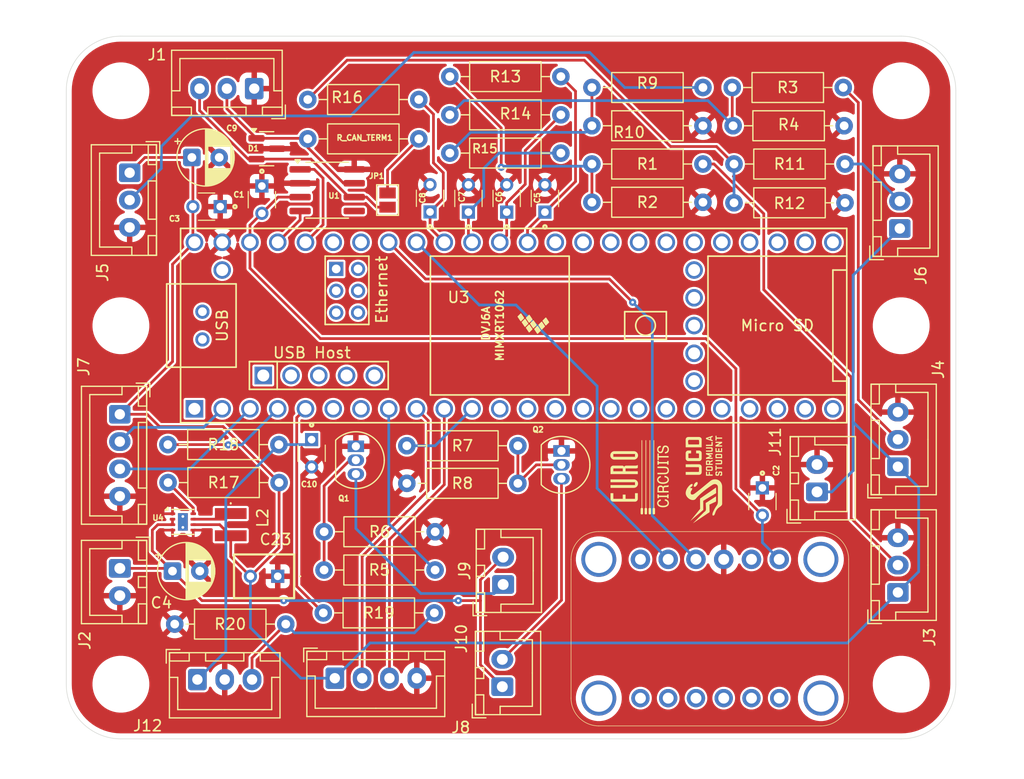
<source format=kicad_pcb>
(kicad_pcb (version 20241229) (generator "pcbnew") (generator_version "9.0")
  (layers (0 "F.Cu" signal) (2 "B.Cu" signal) (13 "F.Paste" user) (15 "B.Paste" user) (5 "F.SilkS" user "F.Silkscreen") (7 "B.SilkS" user "B.Silkscreen") (1 "F.Mask" user) (3 "B.Mask" user) (25 "Edge.Cuts" user))
  (net 0 "")
  (net 1 "5V")
  (net 2 "CAN_GND")
  (net 3 "CANL")
  (net 4 "CANH")
  (net 5 "12V")
  (net 6 "APPS1")
  (net 7 "APPS2")
  (net 8 "Brake_Front")
  (net 9 "Brake_Rear")
  (net 10 "Nextion_TX")
  (net 11 "Nextion_RX")
  (net 12 "ESP32_RX")
  (net 13 "ESP32_TX")
  (net 14 "Net-(J9-Pin_1)")
  (net 15 "Net-(J10-Pin_2)")
  (net 16 "Net-(JP1-B)")
  (net 17 "Net-(Q1-G)")
  (net 18 "Net-(Q2-G)")
  (net 19 "Net-(R1-Pad2)")
  (net 20 "Net-(R14-Pad2)")
  (net 21 "Brake_Light_EN")
  (net 22 "RTD_Speaker_EN")
  (net 23 "Net-(R10-Pad1)")
  (net 24 "Net-(R11-Pad2)")
  (net 25 "APPS1_3.3V")
  (net 26 "APPS2_3.3V")
  (net 27 "Brake_Front_3.3V")
  (net 28 "Brake_Rear_3.3V")
  (net 29 "3.3V")
  (net 30 "CAN1_TX")
  (net 31 "CAN1_RX")
  (net 33 "MPU_SCL")
  (net 34 "MPU_SDA")
  (net 80 "Net-(J12-Pin_1)")
  (net 84 "Net-(J12-Pin_3)")
  (net 85 "Net-(U4-SW)")
  (net 86 "Net-(U4-PG)")
  (net 87 "RTD_button")
  (net 88 "Precharge_EN")
  (footprint "Resistor_THT:R_Axial_DIN0207_L6.3mm_D2.5mm_P10.16mm_Horizontal" (layer "F.Cu") (at 183.66 78 180)
    (property "Reference" "R13")
    (property "Value" "1k")
  )
  (footprint "Package_TO_SOT_THT:TO-92_Inline" (layer "F.Cu") (at 183.715 112.255 -90)
    (property "Reference" "Q2")
    (property "Value" "2N7000")
  )
  (footprint "Jumper:SolderJumper-2_P1.3mm_Open_Pad1.0x1.5mm" (layer "F.Cu") (at 167.8 89.3 90)
    (property "Reference" "JP1")
    (property "Value" "SolderJumper_2_Open")
  )
  (footprint "Resistor_THT:R_Axial_DIN0207_L6.3mm_D2.5mm_P10.16mm_Horizontal" (layer "F.Cu") (at 199.42 82.5)
    (property "Reference" "R4")
    (property "Value" "20k")
  )
  (footprint "MountingHole:MountingHole_3.2mm_M3" (layer "F.Cu") (at 143.4 100.8)
    (property "Reference" "REF**" (hide yes))
    (property "Value" "MountingHole_3.2mm_M3")
  )
  (footprint "Connector_JST:JST_XH_B3B-XH-A_1x03_P2.50mm_Vertical" (layer "F.Cu") (at 144.2 86.8 -90)
    (property "Reference" "J5")
    (property "Value" "Brake_Pressure_Front")
  )
  (footprint "Connector_JST:JST_XH_B4B-XH-A_1x04_P2.50mm_Vertical" (layer "F.Cu") (at 143.3 108.9 -90)
    (property "Reference" "J7")
    (property "Value" "Nextion")
  )
  (footprint "Package_SO:SOIC-8_3.9x4.9mm_P1.27mm" (layer "F.Cu") (at 162.275 88.395)
    (property "Reference" "U1")
    (property "Value" "SN65HVD230")
  )
  (footprint "Package_SON:WSON-8-1EP_2x2mm_P0.5mm_EP0.9x1.6mm_ThermalVias" (layer "F.Cu") (at 149.07 118.75)
    (property "Reference" "U4")
    (property "Value" "TPS62163DSG")
  )
  (footprint "teensy.pretty-master:Teensy41" (layer "F.Cu") (at 179.34 100.7816)
    (property "Reference" "U3")
    (property "Value" "Teensy4.1")
  )
  (footprint "FA14_Capacitor:FA18X7R1H104KNU00" (layer "F.Cu") (at 160.85 111.2175 -90)
    (property "Reference" "C10")
    (property "Value" "0.1uF" (hide yes))
  )
  (footprint "FA14_Capacitor:FA18X7R1H104KNU00" (layer "F.Cu") (at 202.1 115.6375 -90)
    (property "Reference" "C2")
    (property "Value" "0.1uF" (hide yes))
  )
  (footprint "MountingHole:MountingHole_3.2mm_M3" (layer "F.Cu") (at 143.4 79.3)
    (property "Reference" "REF**" (hide yes))
    (property "Value" "MountingHole_3.2mm_M3")
  )
  (footprint "Resistor_THT:R_Axial_DIN0207_L6.3mm_D2.5mm_P10.16mm_Horizontal" (layer "F.Cu") (at 183.66 81.5 180)
    (property "Reference" "R14")
    (property "Value" "1k")
  )
  (footprint "Resistor_THT:R_Axial_DIN0207_L6.3mm_D2.5mm_P10.16mm_Horizontal" (layer "F.Cu") (at 148.325 128.1)
    (property "Reference" "R20")
    (property "Value" "100k")
  )
  (footprint "Connector_JST:JST_XH_B2B-XH-A_1x02_P2.50mm_Vertical" (layer "F.Cu") (at 178.375 124.475 90)
    (property "Reference" "J9")
    (property "Value" "Brake_Light")
  )
  (footprint "Resistor_THT:R_Axial_DIN0207_L6.3mm_D2.5mm_P10.16mm_Horizontal" (layer "F.Cu") (at 209.5 79 180)
    (property "Reference" "R3")
    (property "Value" "10k")
  )
  (footprint "FA14_Capacitor:FA18X7R1H104KNU00" (layer "F.Cu") (at 182.2 90.4 90)
    (property "Reference" "C5")
    (property "Value" "0.1uF" (hide yes))
  )
  (footprint "MountingHole:MountingHole_3.2mm_M3" (layer "F.Cu") (at 214.8 100.8)
    (property "Reference" "REF**" (hide yes))
    (property "Value" "MountingHole_3.2mm_M3")
  )
  (footprint "FA14_Capacitor:FA18X7R1H104KNU00" (layer "F.Cu") (at 175.2 90.4 90)
    (property "Reference" "C7")
    (property "Value" "0.1uF" (hide yes))
  )
  (footprint "Connector_JST:JST_XH_B3B-XH-A_1x03_P2.50mm_Vertical" (layer "F.Cu") (at 150.4 133.175)
    (property "Reference" "J12")
    (property "Value" "RTD_button")
  )
  (footprint "Connector_JST:JST_XH_B4B-XH-A_1x04_P2.50mm_Vertical" (layer "F.Cu") (at 162.975 133.05)
    (property "Reference" "J8")
    (property "Value" "ESP32")
  )
  (footprint "RDEC71E:RDEC71E226K3P1H03B" (layer "F.Cu") (at 157.75 123.725 180)
    (property "Reference" "C23")
    (property "Value" "22uF" (hide yes))
  )
  (footprint "Connector_JST:JST_XH_B2B-XH-A_1x02_P2.50mm_Vertical" (layer "F.Cu") (at 207.1 116 90)
    (property "Reference" "J11")
    (property "Value" "Current Sensor Power source")
  )
  (footprint "XFL3012222:XFL3012222MEC" (layer "F.Cu") (at 153.45 119 -90)
    (property "Reference" "L2")
    (property "Value" "2.2uH" (hide yes))
  )
  (footprint "FA14_Capacitor:FA18X7R1H104KNU00" (layer "F.Cu") (at 152.4875 89.9 180)
    (property "Reference" "C3")
    (property "Value" "0.1uF" (hide yes))
  )
  (footprint "Resistor_THT:R_Axial_DIN0207_L6.3mm_D2.5mm_P10.16mm_Horizontal" (layer "F.Cu") (at 172.15 123.15 180)
    (property "Reference" "R5")
    (property "Value" "100")
  )
  (footprint "Resistor_THT:R_Axial_DIN0207_L6.3mm_D2.5mm_P10.16mm_Horizontal" (layer "F.Cu") (at 209.66 86 180)
    (property "Reference" "R11")
    (property "Value" "10k")
  )
  (footprint "Resistor_THT:R_Axial_DIN0207_L6.3mm_D2.5mm_P10.16mm_Horizontal" (layer "F.Cu") (at 172.155 119.65 180)
    (property "Reference" "R6")
    (property "Value" "100k")
  )
  (footprint "Resistor_THT:R_Axial_DIN0207_L6.3mm_D2.5mm_P10.16mm_Horizontal" (layer "F.Cu") (at 199.5 89.55)
    (property "Reference" "R12")
    (property "Value" "20k")
  )
  (footprint "FA14_Capacitor:FA18X7R1H104KNU00" (layer "F.Cu") (at 178.7 90.4 90)
    (property "Reference" "C6")
    (property "Value" "0.1uF" (hide yes))
  )
  (footprint "Connector_JST:JST_XH_B3B-XH-A_1x03_P2.50mm_Vertical" (layer "F.Cu") (at 214.5 125.2 90)
    (property "Reference" "J3")
    (property "Value" "APPS1")
  )
  (footprint "Package_TO_SOT_SMD:SOT-23" (layer "F.Cu") (at 156.7375 84.6)
    (property "Reference" "D1")
    (property "Value" "NUP3105L")
  )
  (footprint "Connector_JST:JST_XH_B2B-XH-A_1x02_P2.50mm_Vertical" (layer "F.Cu") (at 143.3 123 -90)
    (property "Reference" "J2")
    (property "Value" "12V Power")
  )
  (footprint "Capacitor_THT:CP_Radial_D5.0mm_P2.50mm" (layer "F.Cu") (at 148.119888 123.25)
    (property "Reference" "C4")
    (property "Value" "10uF")
  )
  (footprint "Resistor_THT:R_Axial_DIN0207_L6.3mm_D2.5mm_P10.16mm_Horizontal" (layer "F.Cu") (at 186.5 82.5)
    (property "Reference" "R10")
    (property "Value" "20k")
  )
  (footprint "Package_TO_SOT_THT:TO-92_Inline" (layer "F.Cu") (at 164.9 111.83 -90)
    (property "Reference" "Q1")
    (property "Value" "2N7000")
  )
  (footprint "Resistor_THT:R_Axial_DIN0207_L6.3mm_D2.5mm_P10.16mm_Horizontal" (layer "F.Cu") (at 160.5 83.7)
    (property "Reference" "R_CAN_TERM1")
    (property "Value" "120")
  )
  (footprint "MountingHole:MountingHole_3.2mm_M3" (layer "F.Cu") (at 143.4 133.6)
    (property "Reference" "REF**" (hide yes))
    (property "Value" "MountingHole_3.2mm_M3")
  )
  (footprint "adafruit:MPU6050" (layer "F.Cu") (at 200.617 130.742 180)
    (property "Reference" "U5" (hide yes))
    (property "Value" "MPU6050" (hide yes))
  )
  (footprint "MountingHole:MountingHole_3.2mm_M3" (layer "F.Cu") (at 214.8 133.6)
    (property "Reference" "REF**" (hide yes))
    (property "Value" "MountingHole_3.2mm_M3")
  )
  (footprint "Connector_JST:JST_XH_B3B-XH-A_1x03_P2.50mm_Vertical" (layer "F.Cu") (at 214.5 113.7 90)
    (property "Reference" "J4")
    (property "Value" "APPS2")
  )
  (footprint "Resistor_THT:R_Axial_DIN0207_L6.3mm_D2.5mm_P10.16mm_Horizontal" (layer "F.Cu") (at 186.5 89.5)
    (property "Reference" "R2")
    (property "Value" "20k")
  )
  (footprint "FA14_Capacitor:FA18X7R1H104KNU00" (layer "F.Cu") (at 156.3 88.0125 -90)
    (property "Reference" "C1")
    (property "Value" "0.1uF" (hide yes))
  )
  (footprint "Resistor_THT:R_Axial_DIN0207_L6.3mm_D2.5mm_P10.16mm_Horizontal" (layer "F.Cu") (at 183.66 85 180)
    (property "Reference" "R15")
    (property "Value" "1k")
  )
  (footprint "Resistor_THT:R_Axial_DIN0207_L6.3mm_D2.5mm_P10.16mm_Horizontal" (layer "F.Cu") (at 196.66 79 180)
    (property "Reference" "R9")
    (property "Value" "10k")
  )
  (footprint "Connector_JST:JST_XH_B3B-XH-A_1x03_P2.50mm_Vertical" (layer "F.Cu") (at 214.675 91.9 90)
    (property "Reference" "J6")
    (property "Value" "Brake_Pressure_Rear")
  )
  (footprint "Connector_JST:JST_XH_B3B-XH-A_1x03_P2.50mm_Vertical" (layer "F.Cu") (at 155.6 79.1 180)
    (property "Reference" "J1")
    (property "Value" "CAN")
  )
  (footprint "Resistor_THT:R_Axial_DIN0207_L6.3mm_D2.5mm_P10.16mm_Horizontal" (layer "F.Cu") (at 147.7 111.675)
    (property "Reference" "R18")
    (property "Value" "220")
  )
  (footprint "Resistor_THT:R_Axial_DIN0207_L6.3mm_D2.5mm_P10.16mm_Horizontal" (layer "F.Cu") (at 169.565 115.22)
    (property "Reference" "R8")
    (property "Value" "100k")
  )
  (footprint "Connector_JST:JST_XH_B2B-XH-A_1x02_P2.50mm_Vertical" (layer "F.Cu") (at 178.3 133.825 90)
    (property "Reference" "J10")
    (property "Value" "RTD_Speaker")
  )
  (footprint "Resistor_THT:R_Axial_DIN0207_L6.3mm_D2.5mm_P10.16mm_Horizontal" (layer "F.Cu") (at 169.565 111.78)
    (property "Reference" "R7")
    (property "Value" "100")
  )
  (footprint "Capacitor_THT:CP_Radial_D5.0mm_P2.50mm" (layer "F.Cu") (at 149.894888 85.4)
    (property "Reference" "C9")
    (property "Value" "10uF")
  )
  (footprint "Resistor_THT:R_Axial_DIN0207_L6.3mm_D2.5mm_P10.16mm_Horizontal" (layer "F.Cu") (at 170.66 80.1 180)
    (property "Reference" "R16")
    (property "Value" "1k")
  )
  (footprint "Resistor_THT:R_Axial_DIN0207_L6.3mm_D2.5mm_P10.16mm_Horizontal" (layer "F.Cu") (at 196.66 86 180)
    (property "Reference" "R1")
    (property "Value" "10k")
  )
  (footprint "Resistor_THT:R_Axial_DIN0207_L6.3mm_D2.5mm_P10.16mm_Horizontal" (layer "F.Cu") (at 161.92 127.075)
    (property "Reference" "R19")
    (property "Value" "100")
  )
  (footprint "MountingHole:MountingHole_3.2mm_M3" (layer "F.Cu") (at 214.8 79.3)
    (property "Reference" "REF**" (hide yes))
    (property "Value" "MountingHole_3.2mm_M3")
  )
  (footprint "Resistor_THT:R_Axial_DIN0207_L6.3mm_D2.5mm_P10.16mm_Horizontal" (layer "F.Cu") (at 157.875 115.15 180)
    (property "Reference" "R17")
    (property "Value" "100k")
  )
  (footprint "FA14_Capacitor:FA18X7R1H104KNU00" (layer "F.Cu") (at 171.6875 90.3875 90)
    (property "Reference" "C8")
    (property "Value" "0.1uF" (hide yes))
  )
  (gr_poly (pts (xy 195.082084 116.090081) (xy 195.083004 116.072503) (xy 195.084381 116.054978) (xy 195.086198 116.037544) (xy 195.088437 116.020239) (xy 195.091083 116.003103) (xy 195.094117 115.986175) (xy 195.097522 115.969492) (xy 195.101282 115.953093) (xy 195.103731 115.942701) (xy 195.113253 115.906864) (xy 195.124284 115.871544) (xy 195.136755 115.836753) (xy 195.150599 115.802499) (xy 195.165746 115.768794) (xy 195.18213 115.735647) (xy 195.199682 115.703069) (xy 195.218333 115.67107) (xy 195.238015 115.63966) (xy 195.258661 115.60885) (xy 195.280201 115.578649) (xy 195.302568 115.549069) (xy 195.325693 115.52012) (xy 195.349509 115.491811) (xy 195.373947 115.464153) (xy 195.398938 115.437156) (xy 195.404593 115.431156) (xy 195.428089 115.407123) (xy 195.440904 115.394657) (xy 195.454357 115.382089) (xy 195.468391 115.369569) (xy 195.482951 115.357245) (xy 195.497981 115.345264) (xy 195.513426 115.333777) (xy 195.52923 115.322932) (xy 195.545337 115.312876) (xy 195.561692 115.30376) (xy 195.578239 115.295731) (xy 195.586567 115.29217) (xy 195.594922 115.288937) (xy 195.603297 115.286051) (xy 195.611686 115.283529) (xy 195.620081 115.28139) (xy 195.628475 115.279654) (xy 195.636861 115.278337) (xy 195.645233 115.27746) (xy 195.658643 115.277166) (xy 195.672022 115.276716) (xy 195.674837 115.277133) (xy 195.677449 115.277607) (xy 195.67988 115.278146) (xy 195.682151 115.278758) (xy 195.684283 115.279448) (xy 195.686296 115.280225) (xy 195.688212 115.281095) (xy 195.690052 115.282065) (xy 195.691836 115.283142) (xy 195.693586 115.284334) (xy 195.695322 115.285647) (xy 195.697065 115.287088) (xy 195.698837 115.288666) (xy 195.700658 115.290385) (xy 195.702549 115.292255) (xy 195.704532 115.294281) (xy 195.706119 115.297308) (xy 195.707559 115.300404) (xy 195.710022 115.30679) (xy 195.711956 115.313405) (xy 195.713398 115.320213) (xy 195.714386 115.327182) (xy 195.714955 115.334277) (xy 195.715144 115.341464) (xy 195.714988 115.348709) (xy 195.714525 115.355977) (xy 195.713791 115.363236) (xy 195.712824 115.37045) (xy 195.71166 115.377585) (xy 195.708888 115.391485) (xy 195.705772 115.404662) (xy 195.703469 115.411946) (xy 195.700998 115.418995) (xy 195.698361 115.425817) (xy 195.695559 115.43242) (xy 195.689474 115.444998) (xy 195.682758 115.45679) (xy 195.675431 115.467857) (xy 195.667508 115.478261) (xy 195.659009 115.488061) (xy 195.64995 115.49732) (xy 195.640349 115.506098) (xy 195.630222 115.514455) (xy 195.619589 115.522454) (xy 195.608466 115.530154) (xy 195.59687 115.537618) (xy 195.58482 115.544905) (xy 195.572332 115.552077) (xy 195.559424 115.559195) (xy 195.551262 115.563434) (xy 195.547801 115.565334) (xy 195.544482 115.567261) (xy 195.5413 115.569228) (xy 195.53825 115.571246) (xy 195.535327 115.573327) (xy 195.532525 115.575485) (xy 195.52984 115.577729) (xy 195.527267 115.580073) (xy 195.524799 115.582529) (xy 195.522433 115.585107) (xy 195.520162 115.587822) (xy 195.517982 115.590683) (xy 195.515887 115.593704) (xy 195.513872 115.596897) (xy 195.511933 115.600272) (xy 195.510063 115.603843) (xy 195.509956 115.60876) (xy 195.509955 115.610566) (xy 195.509998 115.612208) (xy 195.510097 115.613889) (xy 195.510259 115.615814) (xy 195.510807 115.621207) (xy 195.511474 115.630478) (xy 195.512142 115.632717) (xy 195.512842 115.634798) (xy 195.513581 115.636736) (xy 195.514366 115.638543) (xy 195.515204 115.640236) (xy 195.516102 115.641828) (xy 195.517067 115.643335) (xy 195.518105 115.64477) (xy 195.519225 115.646149) (xy 195.520432 115.647485) (xy 195.521733 115.648794) (xy 195.523137 115.65009) (xy 195.524649 115.651388) (xy 195.526277 115.652702) (xy 195.528027 115.654047) (xy 195.529907 115.655437) (xy 195.533751 115.655782) (xy 195.536792 115.656016) (xy 195.538099 115.656088) (xy 195.539312 115.656128) (xy 195.540465 115.656134) (xy 195.541593 115.656106) (xy 195.542732 115.656041) (xy 195.543917 115.655938) (xy 195.545183 115.655796) (xy 195.546566 115.655613) (xy 195.549822 115.655119) (xy 195.553967 115.654445) (xy 195.567811 115.652957) (xy 195.5815 115.651468) (xy 195.591909 115.650927) (xy 195.602148 115.650711) (xy 195.607209 115.650764) (xy 195.612234 115.650946) (xy 195.617224 115.651273) (xy 195.62218 115.651761) (xy 195.627106 115.652426) (xy 195.632003 115.653284) (xy 195.636872 115.654351) (xy 195.641716 115.655642) (xy 195.646537 115.657174) (xy 195.651335 115.658963) (xy 195.656114 115.661025) (xy 195.660875 115.663375) (xy 195.663476 115.666048) (xy 195.665863 115.668659) (xy 195.668044 115.671226) (xy 195.670029 115.673769) (xy 195.671826 115.676306) (xy 195.673444 115.678856) (xy 195.674891 115.681438) (xy 195.676177 115.684072) (xy 195.677311 115.686776) (xy 195.678301 115.689569) (xy 195.679155 115.69247) (xy 195.679884 115.695499) (xy 195.680495 115.698673) (xy 195.680997 115.702013) (xy 195.6814 115.705537) (xy 195.681711 115.709263) (xy 195.68135 115.716695) (xy 195.680571 115.723982) (xy 195.679404 115.731137) (xy 195.677876 115.738168) (xy 195.676016 115.745086) (xy 195.673852 115.751901) (xy 195.671414 115.758625) (xy 195.668729 115.765266) (xy 195.665825 115.771835) (xy 195.662731 115.778342) (xy 195.656089 115.791213) (xy 195.649028 115.803961) (xy 195.641776 115.816668) (xy 195.633873 115.830799) (xy 195.62406 115.848095) (xy 195.614069 115.865265) (xy 195.603868 115.882312) (xy 195.593422 115.899236) (xy 195.582639 115.916999) (xy 195.577645 115.925667) (xy 195.572928 115.934245) (xy 195.568501 115.942772) (xy 195.564373 115.951287) (xy 195.560554 115.959829) (xy 195.557055 115.968437) (xy 195.553885 115.97715) (xy 195.551057 115.986008) (xy 195.548579 115.995049) (xy 195.546462 116.004313) (xy 195.544717 116.013838) (xy 195.543353 116.023664) (xy 195.542382 116.03383) (xy 195.541813 116.044375) (xy 195.541301 116.05494) (xy 195.540566 116.076101) (xy 195.540491 116.097314) (xy 195.540833 116.107882) (xy 195.541498 116.118391) (xy 195.542539 116.128818) (xy 195.544009 116.139139) (xy 195.54596 116.14933) (xy 195.548445 116.159367) (xy 195.551518 116.169227) (xy 195.55523 116.178886) (xy 195.559635 116.18832) (xy 195.564785 116.197504) (xy 195.570733 116.206416) (xy 195.577532 116.215031) (xy 195.584932 116.220353) (xy 195.592349 116.225031) (xy 195.599795 116.229101) (xy 195.607281 116.232597) (xy 195.614819 116.235557) (xy 195.622421 116.238014) (xy 195.630099 116.240005) (xy 195.637864 116.241566) (xy 195.645728 116.242731) (xy 195.653703 116.243537) (xy 195.6618 116.244019) (xy 195.670032 116.244212) (xy 195.678409 116.244153) (xy 195.686943 116.243876) (xy 195.704532 116.242812) (xy 195.720436 116.240052) (xy 195.736116 116.236486) (xy 195.751573 116.232165) (xy 195.766811 116.227142) (xy 195.781831 116.221467) (xy 195.796635 116.215191) (xy 195.811226 116.208366) (xy 195.825607 116.201044) (xy 195.839778 116.193275) (xy 195.853743 116.185111) (xy 195.867505 116.176603) (xy 195.881064 116.167803) (xy 195.907587 116.149532) (xy 195.93333 116.130707) (xy 195.947432 116.120263) (xy 195.961586 116.10989) (xy 195.990711 116.088433) (xy 196.019682 116.066782) (xy 196.04852 116.044952) (xy 196.077243 116.022961) (xy 196.102228 116.00385) (xy 196.143545 115.972196) (xy 196.184723 115.940364) (xy 196.266714 115.87623) (xy 196.280048 115.865762) (xy 196.29341 115.855332) (xy 196.31475 115.838534) (xy 196.335936 115.821562) (xy 196.356997 115.804434) (xy 196.377961 115.787168) (xy 196.391062 115.776415) (xy 196.404232 115.765758) (xy 196.417479 115.755197) (xy 196.430813 115.744734) (xy 196.450548 115.729162) (xy 196.470111 115.713387) (xy 196.508948 115.681466) (xy 196.534076 115.660828) (xy 196.559301 115.640306) (xy 196.575161 115.627439) (xy 196.582647 115.621366) (xy 196.60796 115.600732) (xy 196.633219 115.580031) (xy 196.640798 115.573816) (xy 196.687865 115.534993) (xy 196.711277 115.515438) (xy 196.734575 115.495744) (xy 196.746234 115.485971) (xy 196.757993 115.476333) (xy 196.769833 115.466796) (xy 196.781737 115.457325) (xy 196.790585 115.450092) (xy 196.799357 115.442773) (xy 196.816774 115.427978) (xy 196.830099 115.416749) (xy 196.843548 115.405702) (xy 196.857129 115.394816) (xy 196.870848 115.384074) (xy 196.879354 115.377404) (xy 196.887782 115.370655) (xy 196.89614 115.363834) (xy 196.904438 115.356945) (xy 196.92089 115.342987) (xy 196.93721 115.328827) (xy 196.953274 115.31497) (xy 196.969494 115.301315) (xy 196.985848 115.287819) (xy 197.002313 115.274437) (xy 197.019615 115.26032) (xy 197.036841 115.246119) (xy 197.05398 115.231815) (xy 197.071022 115.217386) (xy 197.084353 115.206167) (xy 197.097806 115.195123) (xy 197.111386 115.184234) (xy 197.125096 115.173482) (xy 197.133121 115.167193) (xy 197.141081 115.16084) (xy 197.156831 115.147956) (xy 197.172402 115.134855) (xy 197.187851 115.121564) (xy 197.194655 115.115746) (xy 197.201508 115.109999) (xy 197.215342 115.098686) (xy 197.229329 115.087561) (xy 197.243441 115.076556) (xy 197.249562 115.071742) (xy 197.255631 115.066879) (xy 197.267639 115.057014) (xy 197.27951 115.046984) (xy 197.291288 115.036808) (xy 197.320316 115.012681) (xy 197.34985 114.990114) (xy 197.379904 114.969131) (xy 197.41049 114.949752) (xy 197.441622 114.932002) (xy 197.473313 114.915901) (xy 197.505576 114.901473) (xy 197.538424 114.888741) (xy 197.571871 114.877725) (xy 197.60593 114.868449) (xy 197.640615 114.860935) (xy 197.675937 114.855206) (xy 197.711912 114.851284) (xy 197.748551 114.849191) (xy 197.785868 114.84895) (xy 197.823877 114.850583) (xy 197.854177 114.854064) (xy 197.884307 114.858958) (xy 197.914198 114.865244) (xy 197.943784 114.872902) (xy 197.972998 114.881911) (xy 198.001775 114.892249) (xy 198.030047 114.903898) (xy 198.057747 114.916835) (xy 198.084808 114.931041) (xy 198.111165 114.946493) (xy 198.13675 114.963173) (xy 198.161496 114.981059) (xy 198.185338 115.00013) (xy 198.208207 115.020366) (xy 198.230038 115.041745) (xy 198.250764 115.064248) (xy 198.26435 115.081291) (xy 198.277399 115.09865) (xy 198.289903 115.116321) (xy 198.301858 115.134299) (xy 198.313257 115.152579) (xy 198.324095 115.171156) (xy 198.334366 115.190025) (xy 198.344063 115.209181) (xy 198.353181 115.228619) (xy 198.361715 115.248334) (xy 198.369658 115.268322) (xy 198.377004 115.288576) (xy 198.383747 115.309093) (xy 198.389883 115.329867) (xy 198.395404 115.350894) (xy 198.400305 115.372168) (xy 198.402122 115.380614) (xy 198.405849 115.400894) (xy 198.408924 115.421122) (xy 198.411391 115.44133) (xy 198.413298 115.461548) (xy 198.414691 115.481807) (xy 198.415617 115.502139) (xy 198.41612 115.522574) (xy 198.416249 115.543143) (xy 198.416304 115.563726) (xy 198.416342 115.61974) (xy 198.416422 115.680359) (xy 198.416514 115.798887) (xy 198.416559 115.895244) (xy 198.41666 116.168739) (xy 198.416659 116.183606) (xy 198.416658 116.19849) (xy 198.416842 116.437511) (xy 198.417004 116.683231) (xy 198.417109 116.821069) (xy 198.417144 116.938358) (xy 198.417187 116.998155) (xy 198.417227 117.025559) (xy 198.417169 117.052963) (xy 198.417171 117.062841) (xy 198.417215 117.072718) (xy 198.417026 117.087257) (xy 198.416266 117.101251) (xy 198.414923 117.114743) (xy 198.412988 117.127771) (xy 198.41045 117.140378) (xy 198.407299 117.152602) (xy 198.403525 117.164486) (xy 198.399116 117.176069) (xy 198.394064 117.187392) (xy 198.388356 117.198495) (xy 198.381984 117.20942) (xy 198.374936 117.220207) (xy 198.367202 117.230895) (xy 198.358772 117.241527) (xy 198.349635 117.252142) (xy 198.339782 117.262781) (xy 198.33234 117.271121) (xy 198.324414 117.279374) (xy 198.31622 117.287386) (xy 198.307783 117.295174) (xy 198.299129 117.30276) (xy 198.290282 117.31016) (xy 198.281268 117.317395) (xy 198.262839 117.331444) (xy 198.244044 117.34506) (xy 198.225085 117.358392) (xy 198.187481 117.38482) (xy 198.164642 117.401446) (xy 198.142059 117.418363) (xy 198.119739 117.435625) (xy 198.108679 117.4444) (xy 198.097688 117.453281) (xy 198.091004 117.458709) (xy 198.068874 117.477215) (xy 198.047185 117.496246) (xy 198.02602 117.515846) (xy 198.005465 117.536059) (xy 197.995441 117.54641) (xy 197.985601 117.55693) (xy 197.975955 117.567627) (xy 197.966514 117.578504) (xy 197.957287 117.589568) (xy 197.948286 117.600825) (xy 197.93952 117.612279) (xy 197.931 117.623937) (xy 197.925323 117.631813) (xy 197.915618 117.645703) (xy 197.906237 117.659724) (xy 197.89717 117.673876) (xy 197.888409 117.688159) (xy 197.879944 117.702575) (xy 197.871769 117.717123) (xy 197.85625 117.746619) (xy 197.841782 117.776651) (xy 197.828297 117.807222) (xy 197.815726 117.838337) (xy 197.804 117.87) (xy 197.774886 117.951373) (xy 197.75204 118.013061) (xy 197.742357 118.037586) (xy 197.733508 118.058465) (xy 197.725248 118.076124) (xy 197.717333 118.090987) (xy 197.709518 118.10348) (xy 197.701559 118.114029) (xy 197.693211 118.123058) (xy 197.684229 118.130992) (xy 197.67437 118.138258) (xy 197.663388 118.145279) (xy 197.63708 118.160292) (xy 197.632573 118.162114) (xy 197.628078 118.163723) (xy 197.623594 118.165115) (xy 197.619119 118.166289) (xy 197.614649 118.16724) (xy 197.610182 118.167966) (xy 197.605716 118.168464) (xy 197.601248 118.168732) (xy 197.596775 118.168765) (xy 197.592296 118.168561) (xy 197.587807 118.168118) (xy 197.583306 118.167432) (xy 197.57879 118.166499) (xy 197.574258 118.165319) (xy 197.569705 118.163886) (xy 197.565131 118.162199) (xy 197.562242 118.160451) (xy 197.559518 118.158666) (xy 197.556948 118.156835) (xy 197.554525 118.154951) (xy 197.552239 118.153007) (xy 197.550081 118.150997) (xy 197.548042 118.148912) (xy 197.546112 118.146746) (xy 197.544283 118.144492) (xy 197.542545 118.142141) (xy 197.540889 118.139688) (xy 197.539306 118.137125) (xy 197.537787 118.134444) (xy 197.536322 118.131639) (xy 197.534903 118.128703) (xy 197.533521 118.125627) (xy 197.5305 118.111782) (xy 197.528261 118.097793) (xy 197.52677 118.083674) (xy 197.525996 118.069438) (xy 197.525904 118.0551) (xy 197.526463 118.040672) (xy 197.529399 118.011604) (xy 197.534541 117.982343) (xy 197.541627 117.952998) (xy 197.550392 117.923677) (xy 197.560575 117.89449) (xy 197.571911 117.865546) (xy 197.584139 117.836954) (xy 197.610216 117.781261) (xy 197.661493 117.678894) (xy 197.67303 117.655363) (xy 197.698259 117.605273) (xy 197.724397 117.556031) (xy 197.751495 117.507565) (xy 197.779602 117.459803) (xy 197.808771 117.412674) (xy 197.839053 117.366105) (xy 197.870498 117.320025) (xy 197.903157 117.274361) (xy 197.919924 117.250488) (xy 197.935308 117.226881) (xy 197.94935 117.203455) (xy 197.962091 117.180123) (xy 197.973572 117.156801) (xy 197.983833 117.133401) (xy 197.992915 117.109838) (xy 198.00086 117.086026) (xy 198.007706 117.06188) (xy 198.013496 117.037313) (xy 198.01827 117.012239) (xy 198.022069 116.986573) (xy 198.024933 116.960229) (xy 198.026903 116.933121) (xy 198.028021 116.905162) (xy 198.028326 116.876268) (xy 198.028389 116.822312) (xy 198.028398 116.716891) (xy 198.028375 116.631159) (xy 198.028382 116.618795) (xy 198.028398 116.59392) (xy 198.028305 116.361166) (xy 198.02832 116.161775) (xy 198.02839 115.929768) (xy 198.028375 115.904996) (xy 198.028367 115.892688) (xy 198.028414 115.807121) (xy 198.028362 115.702758) (xy 198.028356 115.649588) (xy 198.028374 115.625191) (xy 198.028293 115.600793) (xy 198.028287 115.592029) (xy 198.028323 115.583266) (xy 198.02804 115.563758) (xy 198.027578 115.55401) (xy 198.026886 115.544278) (xy 198.025952 115.534573) (xy 198.024763 115.524902) (xy 198.023309 115.515276) (xy 198.021576 115.505704) (xy 198.019553 115.496195) (xy 198.017227 115.486759) (xy 198.014587 115.477405) (xy 198.011619 115.468143) (xy 198.008312 115.458981) (xy 198.004654 115.44993) (xy 198.000633 115.440998) (xy 197.996237 115.432195) (xy 197.992189 115.424336) (xy 197.985426 115.412666) (xy 197.97811 115.401525) (xy 197.970262 115.390911) (xy 197.961903 115.380819) (xy 197.953058 115.371246) (xy 197.943747 115.362189) (xy 197.933994 115.353643) (xy 197.92382 115.345606) (xy 197.913248 115.338073) (xy 197.902299 115.331041) (xy 197.890998 115.324507) (xy 197.879364 115.318466) (xy 197.867422 115.312915) (xy 197.855193 115.307851) (xy 197.8427 115.303269) (xy 197.829964 115.299167) (xy 197.812265 115.294874) (xy 197.794581 115.291692) (xy 197.776929 115.289586) (xy 197.759323 115.288516) (xy 197.741779 115.288445) (xy 197.724315 115.289337) (xy 197.706945 115.291153) (xy 197.689686 115.293856) (xy 197.672553 115.297409) (xy 197.655563 115.301773) (xy 197.638731 115.306912) (xy 197.622073 115.312789) (xy 197.605605 115.319364) (xy 197.589344 115.326602) (xy 197.573305 115.334464) (xy 197.557504 115.342914) (xy 197.5446 115.350413) (xy 197.531791 115.358063) (xy 197.519049 115.365824) (xy 197.506344 115.373656) (xy 197.498329 115.378553) (xy 197.463047 115.4006) (xy 197.428106 115.423177) (xy 197.358756 115.469154) (xy 197.349609 115.475248) (xy 197.30892 115.50245) (xy 197.268387 115.529886) (xy 197.22815 115.55775) (xy 197.208186 115.571902) (xy 197.188348 115.586232) (xy 197.170194 115.59941) (xy 197.161414 115.605785) (xy 197.143531 115.61862) (xy 197.125592 115.631377) (xy 197.102053 115.648288) (xy 197.078636 115.665365) (xy 197.031989 115.699777) (xy 197.00253 115.721402) (xy 196.977992 115.739477) (xy 196.953603 115.757721) (xy 196.929396 115.776203) (xy 196.905404 115.794995) (xy 196.895376 115.802916) (xy 196.885312 115.810789) (xy 196.865117 115.826453) (xy 196.843444 115.843329) (xy 196.821886 115.860338) (xy 196.800445 115.877492) (xy 196.779121 115.894807) (xy 196.76643 115.905101) (xy 196.753673 115.915302) (xy 196.740852 115.925425) (xy 196.727973 115.935482) (xy 196.718249 115.943145) (xy 196.70861 115.950901) (xy 196.689543 115.966648) (xy 196.670682 115.982643) (xy 196.651935 115.998806) (xy 196.635295 116.013074) (xy 196.618584 116.027259) (xy 196.612119 116.032741) (xy 196.602094 116.041143) (xy 196.592012 116.049469) (xy 196.581879 116.057735) (xy 196.571704 116.065955) (xy 196.563756 116.072518) (xy 196.555913 116.079183) (xy 196.54816 116.085937) (xy 196.54048 116.092769) (xy 196.525279 116.106617) (xy 196.510188 116.120634) (xy 196.501317 116.128799) (xy 196.492359 116.136858) (xy 196.483328 116.144836) (xy 196.474237 116.152756) (xy 196.451934 116.172444) (xy 196.429838 116.192372) (xy 196.385996 116.232605) (xy 196.372959 116.24458) (xy 196.356889 116.259451) (xy 196.340951 116.27445) (xy 196.309406 116.304777) (xy 196.278199 116.335454) (xy 196.247202 116.366374) (xy 196.214346 116.399206) (xy 196.193184 116.420383) (xy 196.183399 116.430144) (xy 196.170998 116.442769) (xy 196.164884 116.44914) (xy 196.15883 116.45556) (xy 196.152836 116.462036) (xy 196.146905 116.468577) (xy 196.141038 116.475189) (xy 196.135236 116.481881) (xy 196.131425 116.486234) (xy 196.127568 116.490544) (xy 196.119746 116.499065) (xy 196.103887 116.515912) (xy 196.097023 116.523313) (xy 196.090239 116.530761) (xy 196.083534 116.538261) (xy 196.076905 116.545819) (xy 196.070348 116.553441) (xy 196.063861 116.561132) (xy 196.057441 116.568898) (xy 196.051084 116.576745) (xy 196.038533 116.591973) (xy 196.025794 116.607044) (xy 196.000012 116.636929) (xy 195.997066 116.640389) (xy 195.994141 116.643867) (xy 195.991236 116.647361) (xy 195.98835 116.650871) (xy 195.978606 116.661889) (xy 195.968259 116.672121) (xy 195.957351 116.681593) (xy 195.945924 116.690328) (xy 195.934021 116.698354) (xy 195.921686 116.705693) (xy 195.90896 116.712371) (xy 195.895887 116.718414) (xy 195.882508 116.723845) (xy 195.868867 116.72869) (xy 195.855007 116.732974) (xy 195.84097 116.736721) (xy 195.826799 116.739957) (xy 195.812536 116.742706) (xy 195.798224 116.744993) (xy 195.783907 116.746843) (xy 195.751927 116.748328) (xy 195.720133 116.747878) (xy 195.688571 116.745565) (xy 195.657284 116.741461) (xy 195.626319 116.735636) (xy 195.595719 116.72816) (xy 195.56553 116.719106) (xy 195.535797 116.708543) (xy 195.506564 116.696543) (xy 195.477877 116.683177) (xy 195.449781 116.668516) (xy 195.422319 116.65263) (xy 195.395538 116.635591) (xy 195.369482 116.61747) (xy 195.344197 116.598338) (xy 195.319726 116.578264) (xy 195.300789 116.56122) (xy 195.282308 116.543619) (xy 195.26433 116.525468) (xy 195.246899 116.506775) (xy 195.230062 116.487548) (xy 195.213866 116.467793) (xy 195.198357 116.447517) (xy 195.183581 116.426729) (xy 195.169585 116.405434) (xy 195.156414 116.383641) (xy 195.144114 116.361356) (xy 195.132733 116.338587) (xy 195.122316 116.31534) (xy 195.112909 116.291625) (xy 195.10456 116.267446) (xy 195.097313 116.242812) (xy 195.093236 116.227945) (xy 195.089882 116.211341) (xy 195.087123 116.19448) (xy 195.08494 116.177401) (xy 195.083318 116.160142) (xy 195.082238 116.142741) (xy 195.081684 116.125239) (xy 195.081638 116.107672)) (fill yes) (layer "F.SilkS"))
  (gr_poly (pts (xy 197.907188 112.000218) (xy 197.907188 112.254219) (xy 198.054032 112.254219) (xy 198.054032 112.024031) (xy 198.161188 112.024031) (xy 198.161188 112.254219) (xy 198.312 112.254219) (xy 198.312 112.000218) (xy 198.415188 112.000218) (xy 198.415188 112.365344) (xy 197.804 112.365344) (xy 197.804 112.000218)) (fill yes) (layer "F.SilkS"))
  (gr_poly (pts (xy 188.201487 113.84367) (xy 188.202483 113.830482) (xy 188.204125 113.81749) (xy 188.206394 113.804711) (xy 188.209277 113.792159) (xy 188.212756 113.779852) (xy 188.216816 113.767805) (xy 188.22144 113.756034) (xy 188.226613 113.744555) (xy 188.232318 113.733385) (xy 188.23854 113.722539) (xy 188.245263 113.712033) (xy 188.25247 113.701883) (xy 188.260145 113.692106) (xy 188.268273 113.682718) (xy 188.276837 113.673733) (xy 188.285822 113.665169) (xy 188.295211 113.657042) (xy 188.304988 113.649367) (xy 188.315138 113.64216) (xy 188.325644 113.635438) (xy 188.33649 113.629216) (xy 188.347661 113.623511) (xy 188.35914 113.618338) (xy 188.370911 113.613714) (xy 188.382958 113.609655) (xy 188.395265 113.606176) (xy 188.407816 113.603293) (xy 188.420596 113.601024) (xy 188.433588 113.599383) (xy 188.446775 113.598386) (xy 188.460143 113.598051) (xy 189.251089 113.598051) (xy 189.262031 113.598203) (xy 189.272554 113.598655) (xy 189.282669 113.5994) (xy 189.292389 113.600428) (xy 189.301724 113.601734) (xy 189.310687 113.603308) (xy 189.319287 113.605144) (xy 189.327538 113.607233) (xy 189.335451 113.609569) (xy 189.343037 113.612143) (xy 189.350308 113.614948) (xy 189.357275 113.617975) (xy 189.363949 113.621218) (xy 189.370343 113.624669) (xy 189.376468 113.628319) (xy 189.382335 113.632162) (xy 189.387957 113.63619) (xy 189.393343 113.640394) (xy 189.398507 113.644768) (xy 189.403459 113.649303) (xy 189.408211 113.653993) (xy 189.412775 113.658828) (xy 189.421383 113.668908) (xy 189.429376 113.67948) (xy 189.436845 113.690484) (xy 189.443884 113.701858) (xy 189.450584 113.713541) (xy 189.455524 113.701858) (xy 189.461228 113.690484) (xy 189.467803 113.67948) (xy 189.475357 113.668908) (xy 189.483998 113.658828) (xy 189.493833 113.649303) (xy 189.50497 113.640394) (xy 189.517517 113.632162) (xy 189.531582 113.624669) (xy 189.547271 113.617975) (xy 189.564694 113.612143) (xy 189.583957 113.607233) (xy 189.605167 113.603308) (xy 189.628434 113.600428) (xy 189.653864 113.598655) (xy 189.681565 113.598051) (xy 190.514527 113.598051) (xy 190.527448 113.597728) (xy 190.540002 113.59678) (xy 190.552228 113.595237) (xy 190.564168 113.59313) (xy 190.575862 113.59049) (xy 190.587352 113.587348) (xy 190.598679 113.583734) (xy 190.609882 113.579679) (xy 190.621004 113.575214) (xy 190.632085 113.570369) (xy 190.643166 113.565176) (xy 190.654287 113.559664) (xy 190.676816 113.547811) (xy 190.7 113.535054) (xy 190.7 113.801039) (xy 190.679542 113.811482) (xy 190.657731 113.821598) (xy 190.646408 113.826431) (xy 190.634854 113.831059) (xy 190.623105 113.835441) (xy 190.611197 113.839536) (xy 190.599167 113.843303) (xy 190.587049 113.846701) (xy 190.57488 113.849688) (xy 190.562696 113.852225) (xy 190.550533 113.854269) (xy 190.538426 113.85578) (xy 190.526412 113.856717) (xy 190.514527 113.857038) (xy 189.580071 113.857038) (xy 189.580071 114.116012) (xy 190.7 114.116012) (xy 190.7 114.375) (xy 189.321097 114.375) (xy 189.321097 114.116012) (xy 189.321097 113.857025) (xy 188.460143 113.857025) (xy 188.460143 114.116012) (xy 189.321097 114.116012) (xy 189.321097 114.375) (xy 188.201151 114.375) (xy 188.201151 113.857038)) (fill yes) (layer "F.SilkS"))
  (gr_poly (pts (xy 195.520017 118.647659) (xy 195.522113 118.643654) (xy 195.524307 118.639796) (xy 195.526615 118.636053) (xy 195.529054 118.632395) (xy 195.531643 118.62879) (xy 195.534396 118.625206) (xy 195.537333 118.621613) (xy 195.544172 118.613408) (xy 195.551487 118.604714) (xy 195.564831 118.58862) (xy 195.578064 118.572449) (xy 195.591154 118.556163) (xy 195.604073 118.539726) (xy 195.616114 118.524472) (xy 195.628343 118.509394) (xy 195.640744 118.494455) (xy 195.653299 118.479622) (xy 195.663093 118.468009) (xy 195.67276 118.456306) (xy 195.682324 118.444517) (xy 195.691804 118.432647) (xy 195.70841 118.411979) (xy 195.72512 118.391394) (xy 195.731782 118.383198) (xy 195.765412 118.341909) (xy 195.795953 118.304187) (xy 195.81108 118.285215) (xy 195.826075 118.26613) (xy 195.838183 118.25082) (xy 195.850476 118.23568) (xy 195.862936 118.220678) (xy 195.875548 118.205779) (xy 195.885342 118.194166) (xy 195.89501 118.182462) (xy 195.904574 118.170673) (xy 195.914054 118.158804) (xy 195.93066 118.138135) (xy 195.94737 118.11755) (xy 195.954049 118.109337) (xy 195.967638 118.092633) (xy 196.000204 118.052562) (xy 196.013102 118.036687) (xy 196.019551 118.02875) (xy 196.303327 117.679488) (xy 196.316128 117.663729) (xy 196.349857 117.622263) (xy 196.356949 117.61355) (xy 196.37039 117.597055) (xy 196.376522 117.589521) (xy 196.381888 117.582936) (xy 196.387157 117.576312) (xy 196.393374 117.570317) (xy 196.394911 117.567441) (xy 196.396218 117.564575) (xy 196.397312 117.561712) (xy 196.398209 117.558849) (xy 196.398929 117.555981) (xy 196.399487 117.553102) (xy 196.399903 117.550209) (xy 196.400193 117.547297) (xy 196.400376 117.544361) (xy 196.400468 117.541395) (xy 196.400452 117.535361) (xy 196.400111 117.522741) (xy 196.400021 117.511032) (xy 196.399801 117.491556) (xy 196.399519 117.47208) (xy 196.399255 117.444191) (xy 196.398631 117.384058) (xy 196.398213 117.336471) (xy 196.397949 117.288882) (xy 196.397872 117.272656) (xy 196.397721 117.239802) (xy 196.397297 117.15534) (xy 196.397249 117.146779) (xy 196.396693 117.078236) (xy 196.395893 117.009695) (xy 196.395221 116.939235) (xy 196.39498 116.868773) (xy 196.394809 116.829248) (xy 196.394594 116.809488) (xy 196.394268 116.789726) (xy 196.393975 116.771112) (xy 196.393813 116.752504) (xy 196.393775 116.733894) (xy 196.393849 116.715279) (xy 196.393822 116.70847) (xy 196.393743 116.701661) (xy 196.39361 116.694853) (xy 196.393423 116.688047) (xy 196.392803 116.666024) (xy 196.392573 116.6492) (xy 196.392668 116.64241) (xy 196.392937 116.636529) (xy 196.393404 116.631425) (xy 196.394096 116.626967) (xy 196.395038 116.623026) (xy 196.396256 116.61947) (xy 196.397773 116.61617) (xy 196.399617 116.612994) (xy 196.401813 116.609812) (xy 196.404385 116.606494) (xy 196.410762 116.598926) (xy 196.414326 116.595849) (xy 196.417936 116.592863) (xy 196.421589 116.589962) (xy 196.425285 116.587143) (xy 196.429023 116.5844) (xy 196.432802 116.581727) (xy 196.440478 116.576575) (xy 196.448306 116.571646) (xy 196.456276 116.5669) (xy 196.464382 116.562296) (xy 196.472615 116.557796) (xy 196.477933 116.55476) (xy 196.483158 116.551606) (xy 196.488306 116.54835) (xy 196.493392 116.545005) (xy 196.49843 116.541588) (xy 196.503437 116.538112) (xy 196.513412 116.531043) (xy 196.528745 116.520531) (xy 196.560182 116.498801) (xy 196.591547 116.476968) (xy 196.633886 116.447566) (xy 196.676333 116.418321) (xy 196.711372 116.394127) (xy 196.746329 116.369812) (xy 196.788667 116.34041) (xy 196.831114 116.311165) (xy 196.866153 116.28697) (xy 196.90111 116.262656) (xy 196.943448 116.233253) (xy 196.985895 116.204008) (xy 197.020935 116.179814) (xy 197.055891 116.1555) (xy 197.098229 116.126097) (xy 197.140676 116.096852) (xy 197.175716 116.072658) (xy 197.210672 116.048343) (xy 197.268852 116.008007) (xy 197.327181 115.967887) (xy 197.384112 115.928653) (xy 197.440899 115.889211) (xy 197.477274 115.863981) (xy 197.513739 115.838883) (xy 197.548779 115.814689) (xy 197.583735 115.790375) (xy 197.626073 115.760972) (xy 197.66852 115.731727) (xy 197.703559 115.707532) (xy 197.738516 115.683218) (xy 197.773266 115.659048) (xy 197.794241 115.644432) (xy 197.820867 115.62592) (xy 197.828673 115.620455) (xy 197.832459 115.617866) (xy 197.836155 115.615423) (xy 197.839816 115.613126) (xy 197.8435 115.610976) (xy 197.845367 115.609956) (xy 197.84726 115.608973) (xy 197.849187 115.608026) (xy 197.851154 115.607116) (xy 197.853168 115.606243) (xy 197.855236 115.605406) (xy 197.857366 115.604606) (xy 197.859563 115.603843) (xy 197.861508 115.703715) (xy 197.862853 115.803597) (xy 197.863453 115.849978) (xy 197.864353 115.896355) (xy 197.86513 115.936796) (xy 197.865537 115.977243) (xy 197.865764 115.998642) (xy 197.865977 116.009337) (xy 197.866277 116.020035) (xy 197.867141 116.048645) (xy 197.8676 116.070409) (xy 197.867506 116.086598) (xy 197.867205 116.092997) (xy 197.866708 116.098479) (xy 197.865998 116.103201) (xy 197.865056 116.107321) (xy 197.863863 116.111) (xy 197.8624 116.114395) (xy 197.860649 116.117664) (xy 197.85859 116.120967) (xy 197.853476 116.128307) (xy 197.85072 116.130769) (xy 197.847926 116.133104) (xy 197.845092 116.135319) (xy 197.842218 116.13742) (xy 197.839302 116.139414) (xy 197.836344 116.141309) (xy 197.833341 116.143112) (xy 197.830294 116.144828) (xy 197.827201 116.146465) (xy 197.82406 116.14803) (xy 197.820872 116.149531) (xy 197.817633 116.150972) (xy 197.811004 116.153709) (xy 197.804165 116.156295) (xy 197.801753 116.157273) (xy 197.799379 116.158299) (xy 197.797039 116.159371) (xy 197.794731 116.160485) (xy 197.790192 116.162827) (xy 197.785736 116.165301) (xy 197.781333 116.167881) (xy 197.776957 116.170543) (xy 197.768173 116.17601) (xy 197.74777 116.187885) (xy 197.710456 116.209651) (xy 197.702866 116.214088) (xy 197.661399 116.238635) (xy 197.620087 116.263444) (xy 197.5857 116.284069) (xy 197.551241 116.304576) (xy 197.543278 116.309293) (xy 197.510857 116.328494) (xy 197.454165 116.362359) (xy 197.3977 116.396601) (xy 197.368281 116.414389) (xy 197.338728 116.431933) (xy 197.309051 116.449264) (xy 197.279256 116.466417) (xy 197.253945 116.481115) (xy 197.228772 116.496032) (xy 197.203704 116.511122) (xy 197.178703 116.52634) (xy 197.147859 116.545042) (xy 197.116907 116.563552) (xy 197.054724 116.600114) (xy 197.015938 116.622895) (xy 196.977313 116.645943) (xy 196.951184 116.661589) (xy 196.925 116.677142) (xy 196.917505 116.681579) (xy 196.902258 116.690604) (xy 196.827011 116.735473) (xy 196.752069 116.780849) (xy 196.73912 116.788748) (xy 196.727902 116.795607) (xy 196.724131 116.797863) (xy 196.721122 116.799635) (xy 196.718572 116.801076) (xy 196.71618 116.802339) (xy 196.713645 116.803576) (xy 196.710665 116.804941) (xy 196.706939 116.806587) (xy 196.702163 116.808668) (xy 196.699682 116.809994) (xy 196.697746 116.81106) (xy 196.696933 116.81153) (xy 196.696197 116.811977) (xy 196.695519 116.812415) (xy 196.69488 116.812858) (xy 196.694258 116.813321) (xy 196.693636 116.813817) (xy 196.692993 116.81436) (xy 196.69231 116.814965) (xy 196.690744 116.816416) (xy 196.688782 116.818281) (xy 196.687822 116.822812) (xy 196.687044 116.827059) (xy 196.686437 116.831119) (xy 196.685989 116.835084) (xy 196.685691 116.839049) (xy 196.685531 116.843109) (xy 196.685499 116.847359) (xy 196.685584 116.851892) (xy 196.685556 116.862268) (xy 196.685592 116.87089) (xy 196.685683 116.87951) (xy 196.685956 116.896752) (xy 196.686039 116.921453) (xy 196.686186 116.94807) (xy 196.686444 116.974687) (xy 196.686772 117.016789) (xy 196.686901 117.058893) (xy 196.687364 117.171071) (xy 196.688154 117.283247) (xy 196.688641 117.356915) (xy 196.688858 117.430583) (xy 196.689049 117.472419) (xy 196.689502 117.514253) (xy 196.689671 117.540317) (xy 196.689665 117.566383) (xy 196.689749 117.578447) (xy 196.68995 117.59051) (xy 196.690334 117.610608) (xy 196.690429 117.625965) (xy 196.690314 117.632165) (xy 196.690062 117.637539) (xy 196.689652 117.642206) (xy 196.689063 117.646285) (xy 196.688272 117.649896) (xy 196.687259 117.653159) (xy 196.686002 117.656193) (xy 196.684479 117.659118) (xy 196.68267 117.662053) (xy 196.680552 117.665118) (xy 196.675305 117.672116) (xy 196.671192 117.67543) (xy 196.667072 117.678583) (xy 196.662927 117.681597) (xy 196.658737 117.684495) (xy 196.654484 117.687298) (xy 196.650149 117.690031) (xy 196.645712 117.692716) (xy 196.641157 117.695375) (xy 196.637261 117.698575) (xy 196.633401 117.701821) (xy 196.629586 117.705118) (xy 196.627698 117.706788) (xy 196.625824 117.708475) (xy 196.618979 117.714436) (xy 196.612135 117.720427) (xy 196.596818 117.73376) (xy 196.589152 117.740434) (xy 196.571401 117.755762) (xy 196.553596 117.771029) (xy 196.5467 117.776933) (xy 196.532944 117.788704) (xy 196.498282 117.818406) (xy 196.484391 117.830312) (xy 196.477446 117.836265) (xy 196.401047 117.90175) (xy 196.394099 117.907706) (xy 196.380237 117.919583) (xy 196.345066 117.949793) (xy 196.329178 117.963429) (xy 196.313231 117.976984) (xy 196.297183 117.990419) (xy 196.280993 118.003697) (xy 196.274516 118.009011) (xy 196.268104 118.014383) (xy 196.261747 118.019809) (xy 196.255439 118.025285) (xy 196.242931 118.036369) (xy 196.230515 118.047601) (xy 196.225267 118.05221) (xy 196.219971 118.056757) (xy 196.209268 118.065709) (xy 196.19846 118.074536) (xy 196.187603 118.08332) (xy 196.179809 118.089876) (xy 196.172126 118.096531) (xy 196.164523 118.103278) (xy 196.156969 118.110109) (xy 196.150541 118.115897) (xy 196.144058 118.121605) (xy 196.137524 118.127243) (xy 196.130945 118.132821) (xy 196.117667 118.143843) (xy 196.104259 118.154757) (xy 196.096466 118.161313) (xy 196.088782 118.167968) (xy 196.081179 118.174715) (xy 196.073625 118.181546) (xy 196.067197 118.187335) (xy 196.060714 118.193043) (xy 196.05418 118.19868) (xy 196.047601 118.204259) (xy 196.034323 118.215281) (xy 196.020915 118.226195) (xy 196.013122 118.232751) (xy 196.005439 118.239406) (xy 195.997835 118.246153) (xy 195.990282 118.252984) (xy 195.980353 118.261895) (xy 195.970319 118.270642) (xy 195.960158 118.279242) (xy 195.94985 118.28771) (xy 195.940304 118.295514) (xy 195.930826 118.303392) (xy 195.91203 118.319331) (xy 195.874777 118.351621) (xy 195.857026 118.36695) (xy 195.839221 118.382216) (xy 195.832325 118.38812) (xy 195.818569 118.399892) (xy 195.783907 118.429593) (xy 195.770016 118.4415) (xy 195.763071 118.447453) (xy 195.686672 118.512937) (xy 195.679724 118.518893) (xy 195.665863 118.53077) (xy 195.630691 118.560981) (xy 195.611956 118.577032) (xy 195.593135 118.592968) (xy 195.574198 118.608766) (xy 195.555114 118.624403) (xy 195.549144 118.629294) (xy 195.543204 118.634218) (xy 195.53729 118.639172) (xy 195.531395 118.644154) (xy 195.528276 118.646692) (xy 195.525884 118.648599) (xy 195.524911 118.649345) (xy 195.524061 118.649966) (xy 195.523314 118.650475) (xy 195.522651 118.650882) (xy 195.522052 118.651199) (xy 195.521497 118.651438) (xy 195.520967 118.651609) (xy 195.520442 118.651723) (xy 195.519903 118.651793) (xy 195.519329 118.651828) (xy 195.518 118.651843)) (fill yes) (layer "F.SilkS"))
  (gr_poly (pts (xy 192.618639 112.486047) (xy 192.618639 112.721671) (xy 193.514491 112.721671) (xy 193.514491 112.856768) (xy 192.618639 112.856768) (xy 192.618639 113.093834) (xy 192.49529 113.093834) (xy 192.49529 112.486047)) (fill yes) (layer "F.SilkS"))
  (gr_poly (pts (xy 197.046663 112.828365) (xy 197.158814 112.780184) (xy 197.212427 112.757234) (xy 197.265971 112.734127) (xy 197.273944 112.730686) (xy 197.277889 112.729122) (xy 197.280978 112.727857) (xy 197.282282 112.727292) (xy 197.283469 112.726747) (xy 197.284571 112.726206) (xy 197.285621 112.725651) (xy 197.28665 112.725064) (xy 197.287691 112.724427) (xy 197.288776 112.723722) (xy 197.289939 112.722932) (xy 197.292622 112.721024) (xy 197.296 112.718562) (xy 197.115725 112.640464) (xy 197.025387 112.601889) (xy 196.934844 112.563781) (xy 196.934844 112.452656) (xy 197.55 112.452656) (xy 197.55 112.563781) (xy 197.212657 112.56775) (xy 197.301253 112.607442) (xy 197.390258 112.646133) (xy 197.418225 112.657977) (xy 197.43005 112.662965) (xy 197.432971 112.664294) (xy 197.435214 112.665342) (xy 197.436129 112.665789) (xy 197.43693 112.6662) (xy 197.437637 112.666588) (xy 197.438268 112.666964) (xy 197.438843 112.66734) (xy 197.439379 112.667726) (xy 197.439896 112.668136) (xy 197.440412 112.66858) (xy 197.441517 112.66962) (xy 197.442844 112.670937) (xy 197.443056 112.676457) (xy 197.443182 112.68198) (xy 197.443236 112.687505) (xy 197.443232 112.693029) (xy 197.443193 112.706555) (xy 197.443092 112.720795) (xy 197.443038 112.735081) (xy 197.442844 112.770156) (xy 197.37342 112.800847) (xy 197.34989 112.811249) (xy 197.31572 112.826354) (xy 197.305402 112.830918) (xy 197.208688 112.873344) (xy 197.55 112.877312) (xy 197.55 112.984468) (xy 196.934844 112.984468) (xy 196.934844 112.877312)) (fill yes) (layer "F.SilkS"))
  (gr_poly (pts (xy 197.907188 113.595656) (xy 197.907188 113.758375) (xy 198.415188 113.758375) (xy 198.415188 113.8695) (xy 197.907188 113.8695) (xy 197.907188 114.032219) (xy 197.804 114.032219) (xy 197.804 113.595656)) (fill yes) (layer "F.SilkS"))
  (gr_poly (pts (xy 195.079635 111.221303) (xy 195.080145 111.207985) (xy 195.081104 111.194932) (xy 195.082543 111.182138) (xy 195.084489 111.169597) (xy 195.086972 111.157303) (xy 195.090021 111.145249) (xy 195.093663 111.133427) (xy 195.097929 111.121833) (xy 195.102847 111.110459) (xy 195.108446 111.099299) (xy 195.114755 111.088346) (xy 195.121802 111.077594) (xy 195.129618 111.067037) (xy 195.138229 111.056667) (xy 195.147667 111.046478) (xy 195.158971 111.036092) (xy 195.170529 111.026725) (xy 195.182338 111.01833) (xy 195.194398 111.010857) (xy 195.206706 111.00426) (xy 195.219262 110.99849) (xy 195.232063 110.9935) (xy 195.245109 110.989241) (xy 195.258399 110.985666) (xy 195.27193 110.982726) (xy 195.285701 110.980374) (xy 195.299711 110.978561) (xy 195.313958 110.977241) (xy 195.328442 110.976364) (xy 195.34316 110.975883) (xy 195.358111 110.97575) (xy 195.370374 110.975723) (xy 195.410685 110.975704) (xy 195.43974 110.975664) (xy 195.510255 110.975618) (xy 195.56763 110.975596) (xy 195.730667 110.975545) (xy 195.739526 110.975546) (xy 195.748395 110.975546) (xy 195.890625 110.975454) (xy 196.037025 110.975373) (xy 196.119073 110.975321) (xy 196.196277 110.975311) (xy 196.224502 110.975281) (xy 196.26114 110.975598) (xy 196.27881 110.976192) (xy 196.296081 110.977192) (xy 196.312978 110.978686) (xy 196.329526 110.980762) (xy 196.345752 110.983506) (xy 196.36168 110.987006) (xy 196.377335 110.991349) (xy 196.392742 110.996622) (xy 196.407928 111.002912) (xy 196.422918 111.010307) (xy 196.437736 111.018894) (xy 196.452408 111.02876) (xy 196.466959 111.039993) (xy 196.481414 111.052679) (xy 196.488793 111.060712) (xy 196.495701 111.06898) (xy 196.50214 111.077476) (xy 196.508106 111.086194) (xy 196.5136 111.095125) (xy 196.518619 111.104263) (xy 196.523162 111.113601) (xy 196.527228 111.123131) (xy 196.530815 111.132846) (xy 196.533922 111.142739) (xy 196.536549 111.152803) (xy 196.538692 111.16303) (xy 196.540352 111.173414) (xy 196.541527 111.183947) (xy 196.542215 111.194621) (xy 196.542415 111.205431) (xy 196.542425 111.214692) (xy 196.542388 111.245463) (xy 196.54239 111.267882) (xy 196.54234 111.327921) (xy 196.542313 111.384258) (xy 196.542186 111.549021) (xy 196.541938 111.920844) (xy 195.323532 111.920844) (xy 195.323532 111.658906) (xy 196.299844 111.658906) (xy 196.306421 111.591263) (xy 196.310973 111.538074) (xy 196.312445 111.515447) (xy 196.31336 111.494689) (xy 196.313697 111.475219) (xy 196.313442 111.456456) (xy 196.312575 111.437818) (xy 196.311081 111.418724) (xy 196.30894 111.398593) (xy 196.306136 111.376844) (xy 196.298468 111.326163) (xy 196.287938 111.262031) (xy 196.284103 111.258618) (xy 196.280394 111.255607) (xy 196.276782 111.252973) (xy 196.273238 111.25069) (xy 196.269732 111.248733) (xy 196.266235 111.247078) (xy 196.262717 111.245699) (xy 196.25915 111.244572) (xy 196.255504 111.243671) (xy 196.251749 111.242971) (xy 196.247858 111.242448) (xy 196.243799 111.242076) (xy 196.239544 111.241831) (xy 196.235064 111.241687) (xy 196.225311 111.241603) (xy 196.214242 111.241559) (xy 196.177297 111.241485) (xy 196.1509 111.241406) (xy 196.079018 111.241262) (xy 196.034139 111.241193) (xy 195.9099 111.241039) (xy 195.877653 111.241016) (xy 195.869557 111.24101) (xy 195.739721 111.240748) (xy 195.606443 111.240533) (xy 195.531603 111.240388) (xy 195.496403 111.240304) (xy 195.461203 111.240319) (xy 195.448277 111.240302) (xy 195.435352 111.240242) (xy 195.417716 111.240201) (xy 195.400081 111.240252) (xy 195.389732 111.24012) (xy 195.385837 111.240205) (xy 195.382141 111.24038) (xy 195.378622 111.240656) (xy 195.375258 111.241043) (xy 195.37203 111.241551) (xy 195.368915 111.242191) (xy 195.365894 111.242972) (xy 195.362944 111.243905) (xy 195.360045 111.245) (xy 195.357176 111.246268) (xy 195.354315 111.247717) (xy 195.351442 111.24936) (xy 195.348536 111.251206) (xy 195.345575 111.253264) (xy 195.342539 111.255546) (xy 195.339407 111.258062) (xy 195.331461 111.26755) (xy 195.324431 111.277423) (xy 195.318273 111.287663) (xy 195.312944 111.298249) (xy 195.3084 111.309165) (xy 195.304597 111.320389) (xy 195.301493 111.331904) (xy 195.299044 111.343691) (xy 195.297206 111.355731) (xy 195.295935 111.368004) (xy 195.294923 111.393177) (xy 195.295659 111.419058) (xy 195.297796 111.445496) (xy 195.300985 111.47234) (xy 195.304878 111.499439) (xy 195.313385 111.553795) (xy 195.317302 111.58075) (xy 195.320531 111.607354) (xy 195.322723 111.633457) (xy 195.323532 111.658906) (xy 195.323532 111.920844) (xy 195.081438 111.920844) (xy 195.080446 111.549021) (xy 195.080008 111.431778) (xy 195.079923 111.36219) (xy 195.079762 111.315832) (xy 195.079653 111.286196) (xy 195.079643 111.25656) (xy 195.079616 111.245727) (xy 195.079545 111.234894)) (fill yes) (layer "F.SilkS"))
  (gr_poly (pts (xy 195.767428 118.853517) (xy 195.774894 118.845008) (xy 195.782482 118.836637) (xy 195.790181 118.828381) (xy 195.797981 118.820217) (xy 195.805869 118.812123) (xy 195.821872 118.796052) (xy 195.833243 118.784699) (xy 195.857605 118.760409) (xy 195.896194 118.721916) (xy 195.985081 118.633252) (xy 196.066562 118.551963) (xy 196.104853 118.513784) (xy 196.128754 118.489935) (xy 196.14497 118.473792) (xy 196.155543 118.46315) (xy 196.160777 118.457798) (xy 196.165965 118.452409) (xy 196.171099 118.44697) (xy 196.176172 118.441468) (xy 196.181175 118.435892) (xy 196.186101 118.430227) (xy 196.193618 118.421682) (xy 196.201297 118.413291) (xy 196.209112 118.405028) (xy 196.217034 118.396867) (xy 196.233089 118.380744) (xy 196.249243 118.364714) (xy 196.2639 118.350074) (xy 196.295323 118.318722) (xy 196.345066 118.269075) (xy 196.459627 118.154738) (xy 196.564671 118.049885) (xy 196.614064 118.000604) (xy 196.644847 117.969874) (xy 196.659058 117.955706) (xy 196.67855 117.936245) (xy 196.684622 117.930172) (xy 196.688583 117.926132) (xy 196.692487 117.922062) (xy 196.696336 117.917958) (xy 196.700133 117.913814) (xy 196.703881 117.909627) (xy 196.707584 117.905391) (xy 196.711243 117.901102) (xy 196.714863 117.896755) (xy 196.717388 117.89388) (xy 196.719964 117.891102) (xy 196.72259 117.888414) (xy 196.725265 117.885806) (xy 196.727986 117.883273) (xy 196.730751 117.880806) (xy 196.733559 117.878398) (xy 196.736407 117.876041) (xy 196.742217 117.871448) (xy 196.748167 117.866969) (xy 196.760424 117.858101) (xy 196.788265 117.837403) (xy 196.802177 117.826552) (xy 196.81594 117.815336) (xy 196.829446 117.803733) (xy 196.842589 117.791718) (xy 196.855262 117.779271) (xy 196.867357 117.766366) (xy 196.878767 117.752982) (xy 196.889385 117.739095) (xy 196.899103 117.724683) (xy 196.907815 117.709723) (xy 196.91176 117.70203) (xy 196.915413 117.694191) (xy 196.918761 117.686204) (xy 196.92179 117.678065) (xy 196.924487 117.669772) (xy 196.926838 117.661322) (xy 196.928831 117.652712) (xy 196.930451 117.643939) (xy 196.932177 117.629352) (xy 196.93352 117.614754) (xy 196.934519 117.600143) (xy 196.935217 117.58552) (xy 196.935652 117.570883) (xy 196.935866 117.556233) (xy 196.93579 117.526889) (xy 196.935677 117.515814) (xy 196.934957 117.4818) (xy 196.933745 117.447817) (xy 196.932129 117.41385) (xy 196.930194 117.379884) (xy 196.927658 117.33368) (xy 196.925594 117.287457) (xy 196.923912 117.241217) (xy 196.922523 117.194965) (xy 196.921964 117.178806) (xy 196.921242 117.162667) (xy 196.920366 117.146535) (xy 196.919344 117.130399) (xy 196.917263 117.097727) (xy 196.915908 117.072867) (xy 196.915402 117.054362) (xy 196.915506 117.047038) (xy 196.91587 117.040758) (xy 196.916509 117.035339) (xy 196.917438 117.0306) (xy 196.918673 117.02636) (xy 196.920229 117.022435) (xy 196.922122 117.018644) (xy 196.924368 117.014806) (xy 196.929981 117.006259) (xy 196.933256 117.003253) (xy 196.936578 117.000411) (xy 196.939951 116.997724) (xy 196.943374 116.995182) (xy 196.94685 116.992776) (xy 196.95038 116.990498) (xy 196.953965 116.988338) (xy 196.957608 116.986288) (xy 196.961309 116.984338) (xy 196.965071 116.982479) (xy 196.968894 116.980702) (xy 196.972781 116.978999) (xy 196.976733 116.97736) (xy 196.980751 116.975776) (xy 196.988992 116.972737) (xy 196.991627 116.971668) (xy 196.994198 116.97054) (xy 196.996712 116.969357) (xy 196.999175 116.968121) (xy 197.001592 116.966836) (xy 197.00397 116.965504) (xy 197.008632 116.96271) (xy 197.01321 116.959762) (xy 197.017751 116.956681) (xy 197.026916 116.950211) (xy 197.039842 116.941526) (xy 197.052666 116.932879) (xy 197.075679 116.917504) (xy 197.098783 116.902286) (xy 197.122034 116.887296) (xy 197.145489 116.872606) (xy 197.171558 116.856243) (xy 197.197433 116.839577) (xy 197.248935 116.805857) (xy 197.300713 116.772144) (xy 197.310492 116.765791) (xy 197.329927 116.753165) (xy 197.379344 116.721046) (xy 197.399188 116.708148) (xy 197.40911 116.701699) (xy 197.686933 116.521114) (xy 197.70667 116.508283) (xy 197.75791 116.475) (xy 197.768584 116.46807) (xy 197.788583 116.455094) (xy 197.797846 116.449079) (xy 197.806828 116.443251) (xy 197.811608 116.440091) (xy 197.816375 116.43691) (xy 197.825869 116.430489) (xy 197.83558 116.423871) (xy 197.844336 116.417832) (xy 197.846758 116.416391) (xy 197.847768 116.415809) (xy 197.848674 116.415309) (xy 197.849499 116.414886) (xy 197.850264 116.414534) (xy 197.850993 116.414245) (xy 197.851706 116.414014) (xy 197.852428 116.413834) (xy 197.853179 116.413698) (xy 197.853982 116.413602) (xy 197.85486 116.413537) (xy 197.855835 116.413497) (xy 197.856929 116.413477) (xy 197.859563 116.413468) (xy 197.859563 116.881781) (xy 197.798365 116.912089) (xy 197.767648 116.926958) (xy 197.73678 116.94156) (xy 197.72866 116.94536) (xy 197.662114 116.976165) (xy 197.595371 117.006541) (xy 197.530975 117.036036) (xy 197.466809 117.066028) (xy 197.394349 117.099707) (xy 197.321627 117.13282) (xy 197.313549 117.136474) (xy 197.291935 117.146235) (xy 197.286729 117.148656) (xy 197.281553 117.151141) (xy 197.276414 117.153703) (xy 197.273862 117.155017) (xy 197.271324 117.156356) (xy 197.268966 117.157425) (xy 197.267966 117.157857) (xy 197.267048 117.158228) (xy 197.266185 117.158541) (xy 197.265349 117.158803) (xy 197.264512 117.159017) (xy 197.263646 117.159189) (xy 197.262724 117.159322) (xy 197.261717 117.159423) (xy 197.260597 117.159495) (xy 197.259338 117.159543) (xy 197.257911 117.159572) (xy 197.256288 117.159587) (xy 197.252344 117.159593) (xy 197.252688 117.170331) (xy 197.256249 117.300176) (xy 197.258719 117.430047) (xy 197.259879 117.492854) (xy 197.260664 117.524251) (xy 197.261626 117.555648) (xy 197.262466 117.583041) (xy 197.263133 117.610433) (xy 197.26362 117.637828) (xy 197.26392 117.665233) (xy 197.264084 117.679724) (xy 197.264357 117.694202) (xy 197.264769 117.708676) (xy 197.265352 117.723156) (xy 197.267004 117.760922) (xy 197.267956 117.789695) (xy 197.268102 117.801246) (xy 197.267992 117.811191) (xy 197.267599 117.819746) (xy 197.266895 117.827125) (xy 197.265853 117.833542) (xy 197.264447 117.839213) (xy 197.262649 117.844351) (xy 197.260433 117.84917) (xy 197.25777 117.853886) (xy 197.254633 117.858712) (xy 197.246833 117.869556) (xy 197.241419 117.875189) (xy 197.235805 117.880574) (xy 197.230003 117.885725) (xy 197.224028 117.890656) (xy 197.217894 117.895383) (xy 197.211615 117.899919) (xy 197.205205 117.904279) (xy 197.198678 117.908477) (xy 197.192049 117.912528) (xy 197.18533 117.916447) (xy 197.171684 117.923942) (xy 197.157852 117.93108) (xy 197.143946 117.937975) (xy 197.136628 117.941754) (xy 197.129475 117.945756) (xy 197.12246 117.949953) (xy 197.115558 117.954319) (xy 197.108744 117.958827) (xy 197.101991 117.963451) (xy 197.088571 117.972939) (xy 197.079664 117.97897) (xy 197.070738 117.984975) (xy 197.061959 117.990898) (xy 197.052914 117.997) (xy 197.032959 118.010466) (xy 196.789117 118.174932) (xy 196.713834 118.225699) (xy 196.703114 118.232929) (xy 196.540072 118.342946) (xy 196.374384 118.454727) (xy 196.220469 118.558578) (xy 196.066518 118.662452) (xy 196.034489 118.684053) (xy 196.023865 118.691218) (xy 196.002625 118.705543) (xy 195.936912 118.749848) (xy 195.893293 118.779261) (xy 195.872758 118.793103) (xy 195.844291 118.812299) (xy 195.835464 118.818241) (xy 195.821278 118.827915) (xy 195.807194 118.837723) (xy 195.793215 118.847681) (xy 195.779342 118.857802) (xy 195.776896 118.859249) (xy 195.77586 118.859835) (xy 195.774912 118.860337) (xy 195.774023 118.860762) (xy 195.773165 118.861116) (xy 195.772739 118.861269) (xy 195.77231 118.861406) (xy 195.771875 118.861529) (xy 195.77143 118.861639) (xy 195.770971 118.861735) (xy 195.770496 118.86182) (xy 195.769481 118.861956) (xy 195.768356 118.862053) (xy 195.767092 118.862118) (xy 195.765663 118.862158) (xy 195.764039 118.862178) (xy 195.760094 118.862187)) (fill yes) (layer "F.SilkS"))
  (gr_poly (pts (xy 197.442844 111.686687) (xy 197.442844 111.440625) (xy 197.55 111.440625) (xy 197.55 111.797812) (xy 196.934844 111.797812) (xy 196.934844 111.686687)) (fill yes) (layer "F.SilkS"))
  (gr_poly (pts (xy 197.073006 111.017457) (xy 197.083335 111.01401) (xy 197.215574 110.970058) (xy 197.348018 110.92673) (xy 197.395024 110.91141) (xy 197.44193 110.89579) (xy 197.451353 110.892616) (xy 197.494882 110.877839) (xy 197.509925 110.872752) (xy 197.523009 110.868282) (xy 197.526709 110.86725) (xy 197.529684 110.866475) (xy 197.530998 110.866172) (xy 197.532249 110.865919) (xy 197.533476 110.865713) (xy 197.53472 110.865547) (xy 197.53602 110.865418) (xy 197.537415 110.865321) (xy 197.538945 110.865252) (xy 197.540649 110.865205) (xy 197.544739 110.865162) (xy 197.55 110.865156) (xy 197.55 110.976281) (xy 197.419032 111.019937) (xy 197.415063 111.218375) (xy 197.450782 111.226312) (xy 197.457102 111.228169) (xy 197.463408 111.230073) (xy 197.4697 111.232027) (xy 197.475974 111.234033) (xy 197.487912 111.237879) (xy 197.502624 111.242684) (xy 197.55 111.258062) (xy 197.55 111.369188) (xy 197.531708 111.36653) (xy 197.525617 111.365554) (xy 197.520848 111.364668) (xy 197.516867 111.363762) (xy 197.513136 111.362725) (xy 197.509121 111.361448) (xy 197.504286 111.359821) (xy 197.494383 111.356506) (xy 197.483834 111.352894) (xy 197.472559 111.349102) (xy 197.448492 111.340967) (xy 197.383607 111.319113) (xy 197.370266 111.314625) (xy 197.315844 111.296584) (xy 197.315844 111.182656) (xy 197.315844 111.051688) (xy 197.284677 111.059458) (xy 197.26341 111.064949) (xy 197.242253 111.070769) (xy 197.211416 111.079531) (xy 197.201011 111.082666) (xy 197.169 111.092367) (xy 197.146924 111.099033) (xy 197.093594 111.115188) (xy 197.093594 111.119157) (xy 197.169413 111.142459) (xy 197.195164 111.150381) (xy 197.232345 111.161789) (xy 197.243826 111.165348) (xy 197.254892 111.168717) (xy 197.264453 111.171655) (xy 197.270823 111.17326) (xy 197.277217 111.174762) (xy 197.290062 111.177531) (xy 197.315844 111.182656) (xy 197.315844 111.296584) (xy 197.309501 111.294481) (xy 197.248624 111.274681) (xy 197.142877 111.240069) (xy 197.037288 111.20498) (xy 197.029495 111.202379) (xy 196.934844 111.17075) (xy 196.934844 111.063593)) (fill yes) (layer "F.SilkS"))
  (gr_poly (pts (xy 197.907188 110.865156) (xy 197.907188 111.023906) (xy 198.415188 111.023906) (xy 198.415188 111.139) (xy 197.907188 111.139) (xy 197.907188 111.301719) (xy 197.804 111.301719) (xy 197.804 110.865156)) (fill yes) (layer "F.SilkS"))
  (gr_poly (pts (xy 191.690744 117.554124) (xy 191.691748 117.545149) (xy 191.693382 117.536486) (xy 191.695612 117.528181) (xy 191.698404 117.520279) (xy 191.701725 117.512826) (xy 191.705542 117.505866) (xy 191.709821 117.499446) (xy 191.71453 117.493611) (xy 191.717035 117.490928) (xy 191.719634 117.488407) (xy 191.722325 117.486055) (xy 191.725101 117.483878) (xy 191.72796 117.481882) (xy 191.730897 117.480071) (xy 191.733908 117.478452) (xy 191.736989 117.477031) (xy 191.740135 117.475813) (xy 191.743343 117.474803) (xy 191.746608 117.474008) (xy 191.749926 117.473433) (xy 191.753294 117.473084) (xy 191.756706 117.472966) (xy 191.769829 117.472966) (xy 191.769829 111.271782) (xy 191.83149 111.271782) (xy 191.83149 117.472966) (xy 191.844719 117.472966) (xy 191.84813 117.473084) (xy 191.851496 117.473433) (xy 191.854813 117.474008) (xy 191.858078 117.474803) (xy 191.861284 117.475813) (xy 191.86443 117.477031) (xy 191.86751 117.478452) (xy 191.87052 117.480071) (xy 191.873457 117.481882) (xy 191.876315 117.483878) (xy 191.879091 117.486055) (xy 191.881781 117.488407) (xy 191.88438 117.490928) (xy 191.886884 117.493611) (xy 191.88929 117.496453) (xy 191.891592 117.499446) (xy 191.893787 117.502586) (xy 191.895871 117.505866) (xy 191.897839 117.509281) (xy 191.899688 117.512826) (xy 191.901412 117.516493) (xy 191.903008 117.520279) (xy 191.904473 117.524177) (xy 191.9058 117.528181) (xy 191.906988 117.532286) (xy 191.90803 117.536486) (xy 191.908923 117.540776) (xy 191.909664 117.545149) (xy 191.910247 117.5496) (xy 191.910669 117.554124) (xy 191.910925 117.558714) (xy 191.911011 117.563365) (xy 191.911011 117.968689) (xy 191.910669 117.977931) (xy 191.909664 117.986905) (xy 191.90803 117.995567) (xy 191.9058 118.003871) (xy 191.903008 118.011771) (xy 191.899688 118.019223) (xy 191.895871 118.026181) (xy 191.891592 118.032599) (xy 191.886884 118.038433) (xy 191.88438 118.041116) (xy 191.881781 118.043636) (xy 191.879091 118.045987) (xy 191.876315 118.048163) (xy 191.873457 118.050159) (xy 191.87052 118.051969) (xy 191.86751 118.053587) (xy 191.86443 118.055008) (xy 191.861284 118.056226) (xy 191.858078 118.057235) (xy 191.854813 118.05803) (xy 191.851496 118.058604) (xy 191.84813 118.058953) (xy 191.844719 118.059071) (xy 191.756706 118.059071) (xy 191.753294 118.058953) (xy 191.749926 118.058604) (xy 191.746608 118.05803) (xy 191.743343 118.057235) (xy 191.740135 118.056226) (xy 191.736989 118.055008) (xy 191.733908 118.053587) (xy 191.730897 118.051969) (xy 191.72796 118.050159) (xy 191.725101 118.048163) (xy 191.722325 118.045987) (xy 191.719634 118.043636) (xy 191.717035 118.041116) (xy 191.71453 118.038433) (xy 191.712124 118.035592) (xy 191.709821 118.032599) (xy 191.707626 118.029461) (xy 191.705542 118.026181) (xy 191.703574 118.022767) (xy 191.701725 118.019223) (xy 191.7 118.015556) (xy 191.698404 118.011771) (xy 191.69694 118.007874) (xy 191.695612 118.003871) (xy 191.694425 117.999766) (xy 191.693382 117.995567) (xy 191.692489 117.991278) (xy 191.691748 117.986905) (xy 191.691165 117.982454) (xy 191.690744 117.977931) (xy 191.690487 117.973341) (xy 191.690401 117.968689) (xy 191.690401 117.563365)) (fill yes) (layer "F.SilkS"))
  (gr_poly (pts (xy 195.815781 115.437723) (xy 195.816945 115.423566) (xy 195.819097 115.409353) (xy 195.822122 115.395164) (xy 195.825905 115.381079) (xy 195.83033 115.367177) (xy 195.835284 115.353538) (xy 195.84065 115.340243) (xy 195.846313 115.32737) (xy 195.852159 115.314999) (xy 195.858073 115.303211) (xy 195.86467 115.291333) (xy 195.87154 115.279776) (xy 195.878688 115.268499) (xy 195.886122 115.257462) (xy 195.893848 115.246625) (xy 195.901873 115.235947) (xy 195.910203 115.225387) (xy 195.918844 115.214906) (xy 195.92551 115.206565) (xy 195.933202 115.197466) (xy 195.941383 115.188453) (xy 195.950024 115.179583) (xy 195.959095 115.170908) (xy 195.968564 115.162485) (xy 195.978403 115.154368) (xy 195.988581 115.146611) (xy 195.999067 115.139269) (xy 196.009832 115.132397) (xy 196.020845 115.12605) (xy 196.032077 115.120281) (xy 196.043496 115.115147) (xy 196.055072 115.110702) (xy 196.066776 115.107) (xy 196.072667 115.105445) (xy 196.078578 115.104096) (xy 196.084505 115.10296) (xy 196.090446 115.102045) (xy 196.095147 115.101902) (xy 196.099653 115.101864) (xy 196.103986 115.101945) (xy 196.108163 115.102157) (xy 196.112202 115.102513) (xy 196.116124 115.103027) (xy 196.119947 115.103711) (xy 196.123689 115.104578) (xy 196.12737 115.105641) (xy 196.131009 115.106912) (xy 196.134623 115.108406) (xy 196.138233 115.110135) (xy 196.141857 115.112111) (xy 196.145513 115.114348) (xy 196.149222 115.116859) (xy 196.153 115.119656) (xy 196.157156 115.124213) (xy 196.160839 115.128848) (xy 196.164078 115.133563) (xy 196.166902 115.13836) (xy 196.169337 115.143242) (xy 196.171413 115.148211) (xy 196.173156 115.153269) (xy 196.174596 115.158419) (xy 196.175759 115.163663) (xy 196.176675 115.169004) (xy 196.17737 115.174443) (xy 196.177874 115.179984) (xy 196.178213 115.185629) (xy 196.178416 115.191379) (xy 196.178526 115.203208) (xy 196.177306 115.222101) (xy 196.174701 115.240727) (xy 196.170801 115.259071) (xy 196.165691 115.277118) (xy 196.15946 115.294853) (xy 196.152194 115.312259) (xy 196.143981 115.329323) (xy 196.134909 115.346028) (xy 196.125065 115.36236) (xy 196.114535 115.378303) (xy 196.103409 115.393841) (xy 196.091773 115.40896) (xy 196.079714 115.423645) (xy 196.06732 115.437879) (xy 196.054678 115.451648) (xy 196.041875 115.464937) (xy 196.033132 115.473836) (xy 196.026112 115.48031) (xy 196.018784 115.48665) (xy 196.011168 115.49282) (xy 196.003282 115.498787) (xy 195.995145 115.504515) (xy 195.986776 115.50997) (xy 195.978195 115.515116) (xy 195.969421 115.51992) (xy 195.960471 115.524346) (xy 195.951367 115.52836) (xy 195.942125 115.531926) (xy 195.932766 115.53501) (xy 195.923309 115.537578) (xy 195.913772 115.539594) (xy 195.904175 115.541023) (xy 195.894536 115.541832) (xy 195.885969 115.540861) (xy 195.881828 115.540257) (xy 195.877778 115.539552) (xy 195.873821 115.538729) (xy 195.869953 115.537771) (xy 195.866175 115.536661) (xy 195.862485 115.535381) (xy 195.858882 115.533916) (xy 195.855364 115.532248) (xy 195.851932 115.530359) (xy 195.848582 115.528234) (xy 195.845315 115.525855) (xy 195.842129 115.523206) (xy 195.839024 115.520269) (xy 195.835997 115.517027) (xy 195.832188 115.511025) (xy 195.828814 115.50488) (xy 195.825859 115.498601) (xy 195.82331 115.492198) (xy 195.821152 115.485682) (xy 195.81937 115.479062) (xy 195.817951 115.472348) (xy 195.816879 115.465551) (xy 195.81614 115.45868) (xy 195.815721 115.451745)) (fill yes) (layer "F.SilkS"))
  (gr_poly (pts (xy 192.467741 117.01775) (xy 192.46883 117.001215) (xy 192.470635 116.984961) (xy 192.47315 116.968998) (xy 192.476368 116.953337) (xy 192.480281 116.937989) (xy 192.484881 116.922966) (xy 192.490163 116.908278) (xy 192.496117 116.893936) (xy 192.502738 116.879952) (xy 192.510017 116.866337) (xy 192.517949 116.8531) (xy 192.526524 116.840255) (xy 192.535736 116.82781) (xy 192.545579 116.815779) (xy 192.556043 116.804171) (xy 192.567123 116.792997) (xy 192.578811 116.782269) (xy 192.5911 116.771998) (xy 192.603983 116.762194) (xy 192.617451 116.752869) (xy 192.631499 116.744033) (xy 192.646118 116.735699) (xy 192.661301 116.727876) (xy 192.677042 116.720575) (xy 192.693333 116.713809) (xy 192.710167 116.707587) (xy 192.727535 116.701921) (xy 192.745432 116.696822) (xy 192.76385 116.692301) (xy 192.782782 116.688369) (xy 192.80222 116.685037) (xy 192.80222 116.824546) (xy 192.789463 116.827578) (xy 192.777079 116.830889) (xy 192.765069 116.834473) (xy 192.753436 116.838326) (xy 192.742181 116.842443) (xy 192.731307 116.846818) (xy 192.720816 116.851446) (xy 192.71071 116.856323) (xy 192.700992 116.861443) (xy 192.691662 116.866801) (xy 192.682725 116.872392) (xy 192.67418 116.87821) (xy 192.666032 116.884252) (xy 192.658282 116.89051) (xy 192.650932 116.896982) (xy 192.643984 116.903661) (xy 192.637441 116.910542) (xy 192.631304 116.91762) (xy 192.625576 116.92489) (xy 192.620259 116.932347) (xy 192.615355 116.939986) (xy 192.610866 116.947802) (xy 192.606794 116.955789) (xy 192.603142 116.963943) (xy 192.599911 116.972258) (xy 192.597104 116.98073) (xy 192.594723 116.989352) (xy 192.592771 116.998121) (xy 192.591248 117.007031) (xy 192.590158 117.016076) (xy 192.589502 117.025252) (xy 192.589283 117.034554) (xy 192.589708 117.047507) (xy 192.590982 117.0602) (xy 192.593099 117.072623) (xy 192.596057 117.084768) (xy 192.599852 117.096623) (xy 192.60448 117.108179) (xy 192.609937 117.119426) (xy 192.61622 117.130354) (xy 192.623325 117.140953) (xy 192.631247 117.151212) (xy 192.639984 117.161123) (xy 192.649531 117.170675) (xy 192.671041 117.188662) (xy 192.695748 117.205094) (xy 192.723622 117.219891) (xy 192.754632 117.232974) (xy 192.788749 117.244262) (xy 192.825942 117.253677) (xy 192.866182 117.261138) (xy 192.909438 117.266566) (xy 192.95568 117.269882) (xy 193.004878 117.271004) (xy 193.02984 117.270718) (xy 193.054059 117.269865) (xy 193.077532 117.268458) (xy 193.100256 117.266506) (xy 193.122226 117.264021) (xy 193.14344 117.261013) (xy 193.163895 117.257493) (xy 193.183587 117.253471) (xy 193.202514 117.248959) (xy 193.220672 117.243967) (xy 193.238057 117.238507) (xy 193.254666 117.232588) (xy 193.270497 117.226221) (xy 193.285547 117.219418) (xy 193.29981 117.212189) (xy 193.313286 117.204545) (xy 193.32597 117.196496) (xy 193.337858 117.188054) (xy 193.348949 117.179229) (xy 193.359239 117.170032) (xy 193.368723 117.160473) (xy 193.3774 117.150564) (xy 193.385266 117.140314) (xy 193.392318 117.129736) (xy 193.398552 117.118839) (xy 193.403966 117.107635) (xy 193.408555 117.096134) (xy 193.412317 117.084347) (xy 193.415249 117.072285) (xy 193.417347 117.059958) (xy 193.418609 117.047378) (xy 193.41903 117.034554) (xy 193.418272 117.013396) (xy 193.415942 116.992915) (xy 193.411955 116.97317) (xy 193.406225 116.954218) (xy 193.40268 116.945058) (xy 193.398667 116.936119) (xy 193.394176 116.927406) (xy 193.389196 116.918928) (xy 193.383717 116.910693) (xy 193.377727 116.902706) (xy 193.371217 116.894976) (xy 193.364175 116.88751) (xy 193.356591 116.880315) (xy 193.348454 116.873398) (xy 193.339754 116.866767) (xy 193.33048 116.860428) (xy 193.320621 116.85439) (xy 193.310166 116.848659) (xy 193.299106 116.843243) (xy 193.287429 116.838148) (xy 193.275124 116.833383) (xy 193.262182 116.828954) (xy 193.248591 116.824869) (xy 193.23434 116.821135) (xy 193.21942 116.817759) (xy 193.203819 116.814748) (xy 193.170533 116.809853) (xy 193.170533 116.668884) (xy 193.194342 116.671695) (xy 193.217306 116.675166) (xy 193.239432 116.679288) (xy 193.260725 116.68405) (xy 193.281191 116.689441) (xy 193.300836 116.695451) (xy 193.319666 116.702069) (xy 193.337686 116.709285) (xy 193.354903 116.717089) (xy 193.371321 116.725469) (xy 193.386948 116.734416) (xy 193.401788 116.743919) (xy 193.415847 116.753967) (xy 193.429132 116.76455) (xy 193.441648 116.775657) (xy 193.453401 116.787279) (xy 193.464396 116.799403) (xy 193.474641 116.812021) (xy 193.484139 116.825121) (xy 193.492898 116.838694) (xy 193.500922 116.852727) (xy 193.508218 116.867212) (xy 193.514792 116.882137) (xy 193.520649 116.897492) (xy 193.525796 116.913267) (xy 193.530237 116.929451) (xy 193.533979 116.946033) (xy 193.537028 116.963003) (xy 193.539389 116.980351) (xy 193.541069 116.998065) (xy 193.542072 117.016137) (xy 193.542405 117.034554) (xy 193.541838 117.055795) (xy 193.540144 117.076549) (xy 193.53733 117.096806) (xy 193.533404 117.116552) (xy 193.528374 117.135776) (xy 193.522249 117.154464) (xy 193.515037 117.172605) (xy 193.506745 117.190185) (xy 193.497381 117.207194) (xy 193.486954 117.223618) (xy 193.475472 117.239444) (xy 193.462943 117.254662) (xy 193.449375 117.269257) (xy 193.434776 117.283219) (xy 193.419154 117.296534) (xy 193.402517 117.30919) (xy 193.384873 117.321175) (xy 193.36623 117.332476) (xy 193.346596 117.343081) (xy 193.32598 117.352978) (xy 193.281832 117.370598) (xy 193.233851 117.385236) (xy 193.1821 117.396793) (xy 193.126645 117.405171) (xy 193.067549 117.41027) (xy 193.004878 117.411991) (xy 192.972972 117.411559) (xy 192.941969 117.41027) (xy 192.911875 117.408136) (xy 192.882698 117.405171) (xy 192.854444 117.401385) (xy 192.827122 117.396793) (xy 192.800738 117.391406) (xy 192.7753 117.385236) (xy 192.750815 117.378296) (xy 192.72729 117.370598) (xy 192.704732 117.362155) (xy 192.68315 117.352978) (xy 192.662549 117.343081) (xy 192.642937 117.332476) (xy 192.624322 117.321175) (xy 192.606711 117.30919) (xy 192.590111 117.296534) (xy 192.574529 117.283219) (xy 192.559973 117.269257) (xy 192.54645 117.254662) (xy 192.533966 117.239444) (xy 192.52253 117.223618) (xy 192.512149 117.207194) (xy 192.50283 117.190185) (xy 192.49458 117.172605) (xy 192.487406 117.154464) (xy 192.481316 117.135776) (xy 192.476317 117.116552) (xy 192.472417 117.096806) (xy 192.469621 117.076549) (xy 192.467939 117.055795) (xy 192.467376 117.034554)) (fill yes) (layer "F.SilkS"))
  (gr_poly (pts (xy 197.801902 112.643078) (xy 197.802167 112.63558) (xy 197.80263 112.628252) (xy 197.803331 112.621078) (xy 197.804309 112.614041) (xy 197.805603 112.607125) (xy 197.807251 112.600312) (xy 197.809294 112.593585) (xy 197.811771 112.586928) (xy 197.814721 112.580325) (xy 197.818182 112.573758) (xy 197.822194 112.567211) (xy 197.826797 112.560666) (xy 197.83203 112.554107) (xy 197.839719 112.547906) (xy 197.847409 112.541457) (xy 197.850302 112.53959) (xy 197.853165 112.537867) (xy 197.856009 112.536286) (xy 197.858843 112.534842) (xy 197.861675 112.533533) (xy 197.864515 112.532354) (xy 197.867372 112.531303) (xy 197.870256 112.530376) (xy 197.873175 112.529569) (xy 197.87614 112.528878) (xy 197.879158 112.528302) (xy 197.882241 112.527835) (xy 197.885395 112.527475) (xy 197.888632 112.527219) (xy 197.891961 112.527062) (xy 197.895389 112.527001) (xy 197.907274 112.526898) (xy 197.920176 112.526909) (xy 197.933872 112.526828) (xy 197.978703 112.526729) (xy 198.009889 112.526649) (xy 198.075275 112.526591) (xy 198.150691 112.526387) (xy 198.223411 112.526247) (xy 198.25427 112.526141) (xy 198.275871 112.526091) (xy 198.297471 112.526134) (xy 198.310301 112.525999) (xy 198.315821 112.526114) (xy 198.321118 112.526371) (xy 198.326212 112.52678) (xy 198.331128 112.527351) (xy 198.335886 112.528095) (xy 198.340509 112.529022) (xy 198.34502 112.530141) (xy 198.349441 112.531464) (xy 198.353795 112.533) (xy 198.358103 112.53476) (xy 198.362389 112.536754) (xy 198.366674 112.538992) (xy 198.370982 112.541484) (xy 198.375333 112.54424) (xy 198.379752 112.547272) (xy 198.384259 112.550588) (xy 198.390631 112.557084) (xy 198.397158 112.563487) (xy 198.400042 112.567544) (xy 198.402644 112.571582) (xy 198.404978 112.575611) (xy 198.407056 112.579642) (xy 198.40889 112.583686) (xy 198.410492 112.587754) (xy 198.411876 112.591857) (xy 198.413053 112.596006) (xy 198.414036 112.600211) (xy 198.414838 112.604485) (xy 198.415471 112.608837) (xy 198.415948 112.613279) (xy 198.41628 112.617821) (xy 198.416482 112.622476) (xy 198.416564 112.627253) (xy 198.41654 112.632164) (xy 198.416544 112.64183) (xy 198.416479 112.657182) (xy 198.41635 112.672534) (xy 198.416314 112.6916) (xy 198.415932 112.761971) (xy 198.415188 112.920968) (xy 198.312 112.920968) (xy 198.312 112.809844) (xy 198.312 112.651093) (xy 198.307933 112.646865) (xy 198.306227 112.645152) (xy 198.304687 112.643681) (xy 198.303271 112.64243) (xy 198.302597 112.641881) (xy 198.301938 112.641381) (xy 198.301291 112.640926) (xy 198.300649 112.640514) (xy 198.300007 112.640142) (xy 198.299361 112.639809) (xy 198.298706 112.639511) (xy 198.298036 112.639247) (xy 198.297346 112.639013) (xy 198.296632 112.638808) (xy 198.295888 112.638628) (xy 198.295108 112.638471) (xy 198.293425 112.638219) (xy 198.291541 112.63803) (xy 198.289415 112.637885) (xy 198.284278 112.637649) (xy 198.274566 112.637529) (xy 198.263957 112.637584) (xy 198.252749 112.637501) (xy 198.234377 112.637448) (xy 198.216006 112.637467) (xy 198.190516 112.637404) (xy 198.137069 112.637417) (xy 198.102776 112.637402) (xy 198.068484 112.637266) (xy 198.042163 112.637206) (xy 198.015842 112.637218) (xy 198.003195 112.6372) (xy 197.990549 112.637145) (xy 197.97289 112.637123) (xy 197.955231 112.637196) (xy 197.944622 112.63708) (xy 197.93491 112.637198) (xy 197.926476 112.637201) (xy 197.924747 112.637526) (xy 197.923219 112.637835) (xy 197.921865 112.638153) (xy 197.921244 112.638324) (xy 197.920656 112.638507) (xy 197.920097 112.638706) (xy 197.919564 112.638923) (xy 197.919053 112.639163) (xy 197.918561 112.639427) (xy 197.918083 112.63972) (xy 197.917618 112.640045) (xy 197.91716 112.640405) (xy 197.916707 112.640804) (xy 197.916255 112.641244) (xy 197.9158 112.641728) (xy 197.915339 112.642262) (xy 197.914869 112.642846) (xy 197.914385 112.643485) (xy 197.913885 112.644182) (xy 197.91282 112.645764) (xy 197.911646 112.647616) (xy 197.910335 112.649766) (xy 197.907188 112.655062) (xy 197.907188 112.809844) (xy 198.312 112.809844) (xy 198.312 112.920968) (xy 197.804 112.920968) (xy 197.80276 112.764699) (xy 197.802213 112.715564) (xy 197.802106 112.686205) (xy 197.802032 112.676484) (xy 197.801905 112.666764) (xy 197.801796 112.650763)) (fill yes) (layer "F.SilkS"))
  (gr_poly (pts (xy 196.933646 113.220489) (xy 196.934073 113.210839) (xy 196.934762 113.202447) (xy 196.935763 113.195123) (xy 196.937123 113.188677) (xy 196.938891 113.182919) (xy 196.941116 113.17766) (xy 196.943846 113.172711) (xy 196.94713 113.167881) (xy 196.951017 113.162981) (xy 196.955555 113.157821) (xy 196.96678 113.145962) (xy 196.969819 113.143429) (xy 196.972892 113.141059) (xy 196.976 113.138845) (xy 196.979142 113.136783) (xy 196.985524 113.133093) (xy 196.992031 113.129944) (xy 196.99866 113.127294) (xy 197.005403 113.1251) (xy 197.012256 113.123318) (xy 197.019213 113.121906) (xy 197.026268 113.12082) (xy 197.033416 113.120018) (xy 197.040651 113.119455) (xy 197.047967 113.11909) (xy 197.062822 113.118779) (xy 197.077936 113.118739) (xy 197.08926 113.118699) (xy 197.112855 113.118671) (xy 197.13075 113.118617) (xy 197.148645 113.118515) (xy 197.171698 113.118491) (xy 197.18235 113.118405) (xy 197.197107 113.118726) (xy 197.204323 113.119124) (xy 197.211431 113.119716) (xy 197.218429 113.120525) (xy 197.225317 113.121579) (xy 197.232095 113.122903) (xy 197.238763 113.124521) (xy 197.245319 113.12646) (xy 197.251764 113.128746) (xy 197.258096 113.131403) (xy 197.264317 113.134457) (xy 197.270424 113.137934) (xy 197.276418 113.141859) (xy 197.282297 113.146258) (xy 197.288063 113.151156) (xy 197.28985 113.153498) (xy 197.291581 113.155858) (xy 197.294884 113.160631) (xy 197.298004 113.165477) (xy 197.300968 113.170396) (xy 197.303808 113.175391) (xy 197.306553 113.180463) (xy 197.309232 113.185613) (xy 197.311875 113.190843) (xy 197.348834 113.173232) (xy 197.360759 113.167546) (xy 197.400356 113.148493) (xy 197.439868 113.129266) (xy 197.458869 113.119986) (xy 197.487293 113.106069) (xy 197.514111 113.092942) (xy 197.522317 113.088889) (xy 197.528555 113.085862) (xy 197.53335 113.083588) (xy 197.535308 113.082699) (xy 197.537027 113.081958) (xy 197.538548 113.081351) (xy 197.539911 113.080865) (xy 197.541156 113.080487) (xy 197.542325 113.080202) (xy 197.543458 113.079998) (xy 197.544596 113.079862) (xy 197.545778 113.079779) (xy 197.547046 113.079736) (xy 197.55 113.079719) (xy 197.55 113.20275) (xy 197.514492 113.2205) (xy 197.465773 113.244933) (xy 197.42846 113.263523) (xy 197.391033 113.281847) (xy 197.353493 113.299941) (xy 197.315844 113.317844) (xy 197.311875 113.425) (xy 197.55 113.425) (xy 197.55 113.536125) (xy 197.042 113.536125) (xy 197.042 113.425) (xy 197.208688 113.425) (xy 197.209342 113.349351) (xy 197.209586 113.323608) (xy 197.209753 113.305122) (xy 197.209851 113.286636) (xy 197.210037 113.274984) (xy 197.21004 113.264152) (xy 197.21012 113.254618) (xy 197.209763 113.252738) (xy 197.209372 113.251007) (xy 197.208941 113.249413) (xy 197.208463 113.247939) (xy 197.207932 113.246572) (xy 197.207341 113.245298) (xy 197.206685 113.244102) (xy 197.205956 113.24297) (xy 197.20515 113.241887) (xy 197.204259 113.24084) (xy 197.203276 113.239814) (xy 197.202197 113.238795) (xy 197.201014 113.237768) (xy 197.199722 113.23672) (xy 197.198313 113.235635) (xy 197.196782 113.2345) (xy 197.192707 113.234089) (xy 197.188696 113.233741) (xy 197.184729 113.233456) (xy 197.180782 113.233233) (xy 197.176836 113.233068) (xy 197.172868 113.232962) (xy 197.168858 113.232913) (xy 197.164784 113.232918) (xy 197.15531 113.232884) (xy 197.145402 113.232894) (xy 197.135495 113.232948) (xy 197.120327 113.232962) (xy 197.105159 113.232872) (xy 197.085905 113.232918) (xy 197.076734 113.232846) (xy 197.071501 113.232838) (xy 197.069331 113.232861) (xy 197.0674 113.232914) (xy 197.065665 113.233007) (xy 197.064084 113.23315) (xy 197.062612 113.233353) (xy 197.061207 113.233624) (xy 197.059824 113.233974) (xy 197.058421 113.234412) (xy 197.056954 113.234949) (xy 197.05538 113.235593) (xy 197.053655 113.236355) (xy 197.051737 113.237243) (xy 197.047146 113.23944) (xy 197.045994 113.241057) (xy 197.044984 113.242596) (xy 197.044109 113.244072) (xy 197.043357 113.245499) (xy 197.042721 113.246892) (xy 197.042191 113.248266) (xy 197.041756 113.249634) (xy 197.041409 113.251013) (xy 197.04114 113.252416) (xy 197.040939 113.253858) (xy 197.040797 113.255354) (xy 197.040705 113.256919) (xy 197.040654 113.258566) (xy 197.040633 113.260311) (xy 197.040649 113.264152) (xy 197.040651 113.274984) (xy 197.040838 113.286636) (xy 197.040889 113.298598) (xy 197.041041 113.317523) (xy 197.041256 113.336447) (xy 197.041419 113.362097) (xy 197.042 113.425) (xy 197.042 113.536125) (xy 196.934844 113.536125) (xy 196.9341 113.375887) (xy 196.933771 113.325496) (xy 196.933708 113.295398) (xy 196.933664 113.285429) (xy 196.933587 113.27546) (xy 196.933384 113.244321)) (fill yes) (layer "F.SilkS"))
  (gr_poly (pts (xy 197.848623 113.373105) (xy 197.994326 113.372059) (xy 198.082695 113.371432) (xy 198.159706 113.370879) (xy 198.200493 113.370592) (xy 198.245994 113.370252) (xy 198.259696 113.370183) (xy 198.272192 113.370065) (xy 198.283068 113.369987) (xy 198.286304 113.369914) (xy 198.287656 113.369868) (xy 198.288873 113.369806) (xy 198.289984 113.369723) (xy 198.291021 113.369611) (xy 198.292015 113.369464) (xy 198.292995 113.369275) (xy 198.293993 113.369038) (xy 198.29504 113.368746) (xy 198.296166 113.368392) (xy 198.297402 113.367971) (xy 198.300328 113.366896) (xy 198.304063 113.365468) (xy 198.305219 113.36293) (xy 198.306182 113.360352) (xy 198.306966 113.357738) (xy 198.307589 113.355092) (xy 198.308067 113.352417) (xy 198.308415 113.349716) (xy 198.308652 113.346992) (xy 198.308792 113.34425) (xy 198.308853 113.341492) (xy 198.30885 113.338722) (xy 198.30872 113.333158) (xy 198.308533 113.327585) (xy 198.308419 113.322029) (xy 198.308402 113.311385) (xy 198.30828 113.27766) (xy 198.308225 113.254824) (xy 198.308031 113.198781) (xy 198.305729 113.198136) (xy 198.303452 113.197552) (xy 198.301194 113.197025) (xy 198.298953 113.196554) (xy 198.296723 113.196135) (xy 198.294501 113.195766) (xy 198.29006 113.195164) (xy 198.285595 113.194728) (xy 198.281073 113.194434) (xy 198.276458 113.19426) (xy 198.271715 113.194184) (xy 198.259203 113.194067) (xy 198.245543 113.193997) (xy 198.231108 113.193878) (xy 198.191974 113.193608) (xy 198.151057 113.193307) (xy 198.073597 113.192759) (xy 197.985402 113.192125) (xy 197.804 113.190843) (xy 197.804 113.079719) (xy 198.007064 113.079102) (xy 198.101357 113.07882) (xy 198.183575 113.078598) (xy 198.227079 113.07846) (xy 198.251405 113.078375) (xy 198.27573 113.078367) (xy 198.290185 113.078237) (xy 198.297823 113.078355) (xy 198.305296 113.078666) (xy 198.312612 113.079193) (xy 198.319773 113.079956) (xy 198.326785 113.080977) (xy 198.333651 113.082278) (xy 198.340377 113.083881) (xy 198.346967 113.085807) (xy 198.353426 113.088077) (xy 198.359758 113.090714) (xy 198.365968 113.093739) (xy 198.372061 113.097173) (xy 198.37804 113.101039) (xy 198.38391 113.105357) (xy 198.389677 113.110149) (xy 198.395344 113.115437) (xy 198.399229 113.121196) (xy 198.402642 113.126967) (xy 198.405613 113.132759) (xy 198.408173 113.138579) (xy 198.41035 113.144436) (xy 198.412174 113.150338) (xy 198.413676 113.156292) (xy 198.414884 113.162308) (xy 198.415828 113.168392) (xy 198.416538 113.174553) (xy 198.417044 113.180799) (xy 198.417375 113.187138) (xy 198.417631 113.200128) (xy 198.417544 113.213587) (xy 198.417545 113.230301) (xy 198.417487 113.247707) (xy 198.417339 113.265113) (xy 198.417196 113.28733) (xy 198.417194 113.309547) (xy 198.417172 113.326764) (xy 198.41709 113.34398) (xy 198.41706 113.35217) (xy 198.417053 113.360361) (xy 198.416852 113.374853) (xy 198.416565 113.381709) (xy 198.416112 113.388337) (xy 198.415462 113.394759) (xy 198.414584 113.400998) (xy 198.413446 113.407078) (xy 198.412018 113.413021) (xy 198.410268 113.418851) (xy 198.408166 113.424592) (xy 198.405679 113.430265) (xy 198.402778 113.435895) (xy 198.39943 113.441504) (xy 198.395605 113.447116) (xy 198.391272 113.452753) (xy 198.386399 113.45844) (xy 198.382256 113.461984) (xy 198.37802 113.465238) (xy 198.373693 113.468208) (xy 198.369276 113.470904) (xy 198.364772 113.473335) (xy 198.360182 113.475509) (xy 198.355507 113.477435) (xy 198.350749 113.47912) (xy 198.34591 113.480575) (xy 198.340991 113.481807) (xy 198.335994 113.482825) (xy 198.330921 113.483638) (xy 198.325773 113.484254) (xy 198.320551 113.484682) (xy 198.315259 113.484931) (xy 198.309896 113.485008) (xy 198.296371 113.485025) (xy 198.281587 113.484982) (xy 198.265979 113.484984) (xy 198.223648 113.484934) (xy 198.179393 113.484902) (xy 198.095608 113.484817) (xy 198.000215 113.48473) (xy 197.804 113.484531) (xy 197.804 113.373406)) (fill yes) (layer "F.SilkS"))
  (gr_poly (pts (xy 191.3246 117.554124) (xy 191.325605 117.545149) (xy 191.327239 117.536486) (xy 191.329468 117.528181) (xy 191.33226 117.520279) (xy 191.335582 117.512826) (xy 191.339399 117.505866) (xy 191.343678 117.499446) (xy 191.348387 117.493611) (xy 191.350891 117.490928) (xy 191.353491 117.488407) (xy 191.356181 117.486055) (xy 191.358958 117.483878) (xy 191.361817 117.481882) (xy 191.364754 117.480071) (xy 191.367765 117.478452) (xy 191.370845 117.477031) (xy 191.373992 117.475813) (xy 191.3772 117.474803) (xy 191.380465 117.474008) (xy 191.383783 117.473433) (xy 191.38715 117.473084) (xy 191.390562 117.472966) (xy 191.403685 117.472966) (xy 191.403685 111.271782) (xy 191.465347 111.271782) (xy 191.465347 117.472966) (xy 191.478576 117.472966) (xy 191.481986 117.473084) (xy 191.485352 117.473433) (xy 191.48867 117.474008) (xy 191.491934 117.474803) (xy 191.495141 117.475813) (xy 191.498286 117.477031) (xy 191.501366 117.478452) (xy 191.504376 117.480071) (xy 191.507313 117.481882) (xy 191.510171 117.483878) (xy 191.512947 117.486055) (xy 191.515637 117.488407) (xy 191.518236 117.490928) (xy 191.52074 117.493611) (xy 191.523146 117.496453) (xy 191.525448 117.499446) (xy 191.527643 117.502586) (xy 191.529727 117.505866) (xy 191.531695 117.509281) (xy 191.533544 117.512826) (xy 191.535268 117.516493) (xy 191.536865 117.520279) (xy 191.538329 117.524177) (xy 191.539657 117.528181) (xy 191.540844 117.532286) (xy 191.541886 117.536486) (xy 191.54278 117.540776) (xy 191.54352 117.545149) (xy 191.544103 117.5496) (xy 191.544525 117.554124) (xy 191.544781 117.558714) (xy 191.544867 117.563365) (xy 191.544867 117.968689) (xy 191.544525 117.977931) (xy 191.54352 117.986905) (xy 191.541886 117.995567) (xy 191.539657 118.003871) (xy 191.536865 118.011771) (xy 191.533544 118.019223) (xy 191.529727 118.026181) (xy 191.525448 118.032599) (xy 191.52074 118.038433) (xy 191.518236 118.041116) (xy 191.515637 118.043636) (xy 191.512947 118.045987) (xy 191.510171 118.048163) (xy 191.507313 118.050159) (xy 191.504376 118.051969) (xy 191.501366 118.053587) (xy 191.498286 118.055008) (xy 191.495141 118.056226) (xy 191.491934 118.057235) (xy 191.48867 118.05803) (xy 191.485352 118.058604) (xy 191.481986 118.058953) (xy 191.478576 118.059071) (xy 191.390562 118.059071) (xy 191.38715 118.058953) (xy 191.383783 118.058604) (xy 191.380465 118.05803) (xy 191.3772 118.057235) (xy 191.373992 118.056226) (xy 191.370845 118.055008) (xy 191.367765 118.053587) (xy 191.364754 118.051969) (xy 191.361817 118.050159) (xy 191.358958 118.048163) (xy 191.356181 118.045987) (xy 191.353491 118.043636) (xy 191.350891 118.041116) (xy 191.348387 118.038433) (xy 191.345981 118.035592) (xy 191.343678 118.032599) (xy 191.341483 118.029461) (xy 191.339399 118.026181) (xy 191.33743 118.022767) (xy 191.335582 118.019223) (xy 191.333857 118.015556) (xy 191.33226 118.011771) (xy 191.330796 118.007874) (xy 191.329468 118.003871) (xy 191.328281 117.999766) (xy 191.327239 117.995567) (xy 191.326345 117.991278) (xy 191.325605 117.986905) (xy 191.325022 117.982454) (xy 191.3246 117.977931) (xy 191.324344 117.973341) (xy 191.324258 117.968689) (xy 191.324258 117.563365)) (fill yes) (layer "F.SilkS"))
  (gr_poly (pts (xy 192.618626 113.16588) (xy 192.618626 113.272401) (xy 193.391129 113.272401) (xy 193.391129 113.16588) (xy 193.514491 113.16588) (xy 193.514491 113.514032) (xy 193.391129 113.514032) (xy 193.391129 113.407511) (xy 192.618626 113.407511) (xy 192.618626 113.514032) (xy 192.495277 113.514032) (xy 192.495277 113.16588)) (fill yes) (layer "F.SilkS"))
  (gr_poly (pts (xy 193.134126 114.254403) (xy 193.168789 114.253608) (xy 193.18527 114.252611) (xy 193.201184 114.25121) (xy 193.216533 114.249405) (xy 193.231316 114.247191) (xy 193.245534 114.244567) (xy 193.259188 114.241531) (xy 193.272279 114.238079) (xy 193.284806 114.234209) (xy 193.296771 114.22992) (xy 193.308173 114.225208) (xy 193.319015 114.220071) (xy 193.329295 114.214507) (xy 193.339014 114.208514) (xy 193.348174 114.202088) (xy 193.356775 114.195227) (xy 193.364816 114.18793) (xy 193.3723 114.180193) (xy 193.379226 114.172015) (xy 193.385594 114.163392) (xy 193.391406 114.154323) (xy 193.396662 114.144804) (xy 193.401362 114.134834) (xy 193.405507 114.12441) (xy 193.409098 114.11353) (xy 193.412135 114.102191) (xy 193.414619 114.09039) (xy 193.416549 114.078126) (xy 193.417928 114.065397) (xy 193.418754 114.052198) (xy 193.41903 114.038529) (xy 193.41875 114.025121) (xy 193.417911 114.012159) (xy 193.416514 113.999643) (xy 193.414558 113.987569) (xy 193.412044 113.975938) (xy 193.408971 113.964748) (xy 193.405341 113.953997) (xy 193.401154 113.943685) (xy 193.396409 113.933809) (xy 193.391108 113.924368) (xy 193.385249 113.915362) (xy 193.378835 113.906788) (xy 193.371864 113.898646) (xy 193.364338 113.890934) (xy 193.356256 113.88365) (xy 193.347619 113.876794) (xy 193.338426 113.870364) (xy 193.328679 113.864358) (xy 193.318378 113.858776) (xy 193.307522 113.853616) (xy 193.296113 113.848876) (xy 193.28415 113.844555) (xy 193.258563 113.837167) (xy 193.230766 113.831438) (xy 193.200759 113.82736) (xy 193.168545 113.824921) (xy 193.134126 113.824111) (xy 192.495277 113.824111) (xy 192.495277 113.687533) (xy 193.126784 113.687533) (xy 193.177916 113.688845) (xy 193.202186 113.690489) (xy 193.225594 113.692796) (xy 193.248145 113.695769) (xy 193.26984 113.69941) (xy 193.290682 113.703723) (xy 193.310674 113.708711) (xy 193.329819 113.714377) (xy 193.348118 113.720723) (xy 193.365576 113.727752) (xy 193.382194 113.735469) (xy 193.397976 113.743874) (xy 193.412923 113.752972) (xy 193.42704 113.762766) (xy 193.440327 113.773258) (xy 193.452788 113.784451) (xy 193.464426 113.796349) (xy 193.475244 113.808954) (xy 193.485243 113.822269) (xy 193.494427 113.836297) (xy 193.502798 113.851042) (xy 193.51036 113.866505) (xy 193.517114 113.882691) (xy 193.523063 113.899602) (xy 193.528211 113.917241) (xy 193.532559 113.935611) (xy 193.536111 113.954715) (xy 193.538869 113.974555) (xy 193.540835 113.995136) (xy 193.542013 114.016459) (xy 193.542405 114.038529) (xy 193.540819 114.081917) (xy 193.538834 114.102496) (xy 193.536051 114.122336) (xy 193.532469 114.141438) (xy 193.528086 114.159807) (xy 193.5229 114.177445) (xy 193.516909 114.194356) (xy 193.510112 114.210541) (xy 193.502505 114.226005) (xy 193.494089 114.240749) (xy 193.484859 114.254778) (xy 193.474816 114.268093) (xy 193.463956 114.280698) (xy 193.452279 114.292596) (xy 193.439781 114.30379) (xy 193.426462 114.314283) (xy 193.412319 114.324077) (xy 193.397351 114.333176) (xy 193.381555 114.341583) (xy 193.36493 114.3493) (xy 193.347474 114.35633) (xy 193.329184 114.362677) (xy 193.31006 114.368343) (xy 193.290099 114.373332) (xy 193.269299 114.377646) (xy 193.225177 114.384261) (xy 193.177677 114.388213) (xy 193.126784 114.389525) (xy 192.495277 114.389525) (xy 192.495277 114.254403)) (fill yes) (layer "F.SilkS"))
  (gr_poly (pts (xy 197.438875 112.210562) (xy 197.438875 112.047844) (xy 197.437053 112.046078) (xy 197.435359 112.044558) (xy 197.434551 112.043885) (xy 197.433767 112.043265) (xy 197.433001 112.042698) (xy 197.432253 112.042181) (xy 197.431517 112.041712) (xy 197.430791 112.041287) (xy 197.430073 112.040906) (xy 197.429359 112.040566) (xy 197.428645 112.040264) (xy 197.42793 112.039998) (xy 197.427209 112.039766) (xy 197.42648 112.039566) (xy 197.425739 112.039395) (xy 197.424984 112.039251) (xy 197.423417 112.039036) (xy 197.421755 112.038901) (xy 197.419973 112.038829) (xy 197.41595 112.038799) (xy 197.41115 112.038801) (xy 197.398467 112.038667) (xy 197.384497 112.038641) (xy 197.369831 112.03852) (xy 197.329957 112.0383) (xy 197.288308 112.03803) (xy 197.209415 112.037566) (xy 197.119608 112.037019) (xy 196.934844 112.035937) (xy 196.934844 111.924812) (xy 197.142565 111.92399) (xy 197.23902 111.923615) (xy 197.323122 111.923319) (xy 197.345373 111.923262) (xy 197.367624 111.923134) (xy 197.392506 111.923021) (xy 197.417387 111.92301) (xy 197.43218 111.922837) (xy 197.438383 111.922928) (xy 197.444402 111.92315) (xy 197.450251 111.923522) (xy 197.455945 111.92406) (xy 197.461497 111.924781) (xy 197.466921 111.925701) (xy 197.472233 111.926839) (xy 197.477445 111.92821) (xy 197.482572 111.929831) (xy 197.487628 111.93172) (xy 197.492626 111.933893) (xy 197.497582 111.936368) (xy 197.502509 111.939161) (xy 197.507422 111.942289) (xy 197.512333 111.945768) (xy 197.517258 111.949617) (xy 197.521523 111.954959) (xy 197.525463 111.960178) (xy 197.529087 111.965307) (xy 197.532401 111.970379) (xy 197.535413 111.975425) (xy 197.53813 111.980479) (xy 197.540558 111.985573) (xy 197.542705 111.99074) (xy 197.544579 111.996011) (xy 197.546187 112.00142) (xy 197.547535 112.006998) (xy 197.548631 112.012778) (xy 197.549483 112.018793) (xy 197.550097 112.025075) (xy 197.55048 112.031656) (xy 197.55064 112.038569) (xy 197.550755 112.051659) (xy 197.550807 112.065641) (xy 197.550875 112.080202) (xy 197.550954 112.110665) (xy 197.551065 112.13384) (xy 197.551241 112.157015) (xy 197.551303 112.186688) (xy 197.551451 112.200572) (xy 197.551274 112.213101) (xy 197.550664 112.22574) (xy 197.550128 112.232053) (xy 197.549402 112.238338) (xy 197.54846 112.244574) (xy 197.547272 112.250743) (xy 197.545813 112.256825) (xy 197.544054 112.262803) (xy 197.541969 112.268656) (xy 197.53953 112.274366) (xy 197.53671 112.279914) (xy 197.533482 112.285281) (xy 197.529819 112.290447) (xy 197.525692 112.295395) (xy 197.51946 112.302681) (xy 197.513731 112.306873) (xy 197.507998 112.310574) (xy 197.502249 112.313813) (xy 197.496472 112.316621) (xy 197.490657 112.319027) (xy 197.484793 112.32106) (xy 197.478869 112.322751) (xy 197.472873 112.324129) (xy 197.466794 112.325224) (xy 197.460621 112.326065) (xy 197.454344 112.326683) (xy 197.44795 112.327107) (xy 197.441429 112.327366) (xy 197.43477 112.327492) (xy 197.420992 112.327458) (xy 197.405023 112.327465) (xy 197.383502 112.327409) (xy 197.361981 112.327265) (xy 197.339433 112.327172) (xy 197.316885 112.327139) (xy 197.231627 112.326799) (xy 197.134504 112.326455) (xy 196.934844 112.325656) (xy 196.934844 112.214531)) (fill yes) (layer "F.SilkS"))
  (gr_poly (pts (xy 190.441012 115.376514) (xy 190.441012 115.117539) (xy 188.201159 115.117539) (xy 188.201159 114.858552) (xy 190.33252 114.858552) (xy 190.352419 114.859061) (xy 190.372067 114.86057) (xy 190.39144 114.863054) (xy 190.410512 114.866488) (xy 190.429258 114.870848) (xy 190.447653 114.876109) (xy 190.465673 114.882245) (xy 190.483292 114.889231) (xy 190.500485 114.897042) (xy 190.517228 114.905654) (xy 190.533495 114.915041) (xy 190.549261 114.925179) (xy 190.564502 114.936042) (xy 190.579193 114.947605) (xy 190.593307 114.959844) (xy 190.606822 114.972733) (xy 190.61971 114.986248) (xy 190.631949 115.000363) (xy 190.643512 115.015053) (xy 190.654374 115.030294) (xy 190.664511 115.04606) (xy 190.673897 115.062326) (xy 190.682509 115.079068) (xy 190.690319 115.09626) (xy 190.697305 115.113878) (xy 190.70344 115.131896) (xy 190.7087 115.15029) (xy 190.713059 115.169034) (xy 190.716493 115.188103) (xy 190.718977 115.207473) (xy 190.720486 115.227118) (xy 190.720994 115.247013) (xy 190.720486 115.266912) (xy 190.718977 115.286561) (xy 190.716493 115.305934) (xy 190.713059 115.325006) (xy 190.7087 115.343753) (xy 190.70344 115.362149) (xy 190.697305 115.380169) (xy 190.690319 115.397789) (xy 190.682509 115.414984) (xy 190.673897 115.431727) (xy 190.664511 115.447995) (xy 190.654374 115.463763) (xy 190.643512 115.479005) (xy 190.631949 115.493697) (xy 190.61971 115.507813) (xy 190.606822 115.521328) (xy 190.593307 115.534218) (xy 190.579193 115.546458) (xy 190.564502 115.558022) (xy 190.549261 115.568886) (xy 190.533495 115.579024) (xy 190.517228 115.588411) (xy 190.500485 115.597023) (xy 190.483292 115.604835) (xy 190.465673 115.611822) (xy 190.447653 115.617957) (xy 190.429258 115.623218) (xy 190.410512 115.627578) (xy 190.39144 115.631013) (xy 190.372067 115.633497) (xy 190.352419 115.635006) (xy 190.33252 115.635514) (xy 188.201159 115.635514) (xy 188.201159 115.376514)) (fill yes) (layer "F.SilkS"))
  (gr_poly (pts (xy 196.933162 113.777276) (xy 196.933543 113.770547) (xy 196.934101 113.763876) (xy 196.934859 113.757271) (xy 196.935839 113.750738) (xy 196.937065 113.744287) (xy 196.938559 113.737924) (xy 196.940343 113.731658) (xy 196.94244 113.725496) (xy 196.944874 113.719447) (xy 196.947666 113.713517) (xy 196.950839 113.707715) (xy 196.954416 113.702049) (xy 196.95842 113.696526) (xy 196.962873 113.691154) (xy 196.968526 113.686593) (xy 196.974325 113.682496) (xy 196.980264 113.678842) (xy 196.986335 113.675606) (xy 196.992531 113.672766) (xy 196.998845 113.670299) (xy 197.00527 113.668182) (xy 197.011798 113.666392) (xy 197.018421 113.664905) (xy 197.025134 113.663699) (xy 197.031927 113.662751) (xy 197.038795 113.662038) (xy 197.045729 113.661536) (xy 197.052723 113.661223) (xy 197.059769 113.661076) (xy 197.066859 113.661071) (xy 197.079687 113.660986) (xy 197.100469 113.660955) (xy 197.121251 113.661016) (xy 197.150381 113.66097) (xy 197.211267 113.661055) (xy 197.250159 113.661096) (xy 197.28905 113.660998) (xy 197.349152 113.661) (xy 197.377822 113.660961) (xy 197.397904 113.660968) (xy 197.417985 113.661071) (xy 197.429784 113.660973) (xy 197.436166 113.661132) (xy 197.442502 113.661465) (xy 197.448786 113.661984) (xy 197.455009 113.662705) (xy 197.461164 113.663641) (xy 197.467244 113.664806) (xy 197.47324 113.666214) (xy 197.479146 113.667879) (xy 197.484954 113.669816) (xy 197.490656 113.672038) (xy 197.496244 113.674559) (xy 197.501711 113.677394) (xy 197.50705 113.680556) (xy 197.512253 113.684059) (xy 197.517311 113.687918) (xy 197.522219 113.692146) (xy 197.52616 113.696796) (xy 197.529747 113.70153) (xy 197.532992 113.706351) (xy 197.535911 113.711259) (xy 197.538516 113.716255) (xy 197.540824 113.72134) (xy 197.542846 113.726515) (xy 197.544599 113.731781) (xy 197.546095 113.737139) (xy 197.547349 113.742589) (xy 197.548374 113.748132) (xy 197.549186 113.75377) (xy 197.549798 113.759504) (xy 197.550225 113.765334) (xy 197.55048 113.77126) (xy 197.550577 113.777285) (xy 197.550654 113.790936) (xy 197.550667 113.805581) (xy 197.550707 113.820751) (xy 197.550736 113.852506) (xy 197.550858 113.892976) (xy 197.550915 113.931837) (xy 197.551002 113.94641) (xy 197.550914 113.954112) (xy 197.550679 113.961583) (xy 197.55027 113.96884) (xy 197.549665 113.975902) (xy 197.548839 113.982787) (xy 197.547767 113.989513) (xy 197.546427 113.996099) (xy 197.544792 114.002562) (xy 197.54284 114.008922) (xy 197.540546 114.015196) (xy 197.537886 114.021402) (xy 197.534836 114.027559) (xy 197.531372 114.033686) (xy 197.527469 114.039799) (xy 197.523103 114.045919) (xy 197.51825 114.052062) (xy 197.512885 114.056183) (xy 197.507534 114.059827) (xy 197.502184 114.063022) (xy 197.496822 114.065798) (xy 197.491435 114.068185) (xy 197.486007 114.07021) (xy 197.480527 114.071904) (xy 197.474981 114.073295) (xy 197.469355 114.074413) (xy 197.463635 114.075286) (xy 197.457808 114.075945) (xy 197.45186 114.076417) (xy 197.445778 114.076732) (xy 197.439549 114.07692) (xy 197.426592 114.077028) (xy 197.413266 114.077109) (xy 197.369717 114.077208) (xy 197.339377 114.077288) (xy 197.275793 114.077345) (xy 197.202508 114.07755) (xy 197.131778 114.07769) (xy 197.118163 114.077738) (xy 197.118163 113.966377) (xy 197.136119 113.966331) (xy 197.161046 113.966366) (xy 197.213322 113.966302) (xy 197.24684 113.966271) (xy 197.280358 113.966345) (xy 197.331847 113.966343) (xy 197.356565 113.966373) (xy 197.373838 113.966368) (xy 197.39111 113.966291) (xy 197.401451 113.966363) (xy 197.406415 113.966291) (xy 197.411058 113.966137) (xy 197.413287 113.966009) (xy 197.415469 113.965835) (xy 197.417613 113.965608) (xy 197.419731 113.965317) (xy 197.421833 113.964956) (xy 197.423931 113.964515) (xy 197.426034 113.963987) (xy 197.428154 113.963362) (xy 197.430302 113.962632) (xy 197.432487 113.961789) (xy 197.434722 113.960824) (xy 197.437015 113.959729) (xy 197.438276 113.958203) (xy 197.439395 113.956762) (xy 197.440382 113.955391) (xy 197.441244 113.954072) (xy 197.441991 113.952791) (xy 197.44263 113.951529) (xy 197.443171 113.950271) (xy 197.443621 113.949) (xy 197.443988 113.947699) (xy 197.444282 113.946353) (xy 197.44451 113.944943) (xy 197.444681 113.943455) (xy 197.444803 113.941871) (xy 197.444885 113.940174) (xy 197.444935 113.93835) (xy 197.444961 113.936379) (xy 197.445152 113.926386) (xy 197.445092 113.915637) (xy 197.445167 113.904562) (xy 197.445179 113.892972) (xy 197.445132 113.881383) (xy 197.445123 113.872504) (xy 197.44517 113.863628) (xy 197.445363 113.845874) (xy 197.44534 113.823363) (xy 197.445499 113.812614) (xy 197.445349 113.80262) (xy 197.445337 113.793836) (xy 197.444655 113.791033) (xy 197.444346 113.789876) (xy 197.44404 113.788853) (xy 197.44372 113.787943) (xy 197.443371 113.787124) (xy 197.443181 113.786742) (xy 197.442978 113.786375) (xy 197.44276 113.78602) (xy 197.442526 113.785675) (xy 197.442273 113.785336) (xy 197.442 113.785002) (xy 197.441704 113.784669) (xy 197.441384 113.784336) (xy 197.440664 113.783654) (xy 197.439824 113.782936) (xy 197.438848 113.782159) (xy 197.437722 113.781304) (xy 197.434959 113.77927) (xy 197.431974 113.778084) (xy 197.429035 113.777048) (xy 197.426133 113.776151) (xy 197.42326 113.775384) (xy 197.420406 113.774736) (xy 197.417564 113.774199) (xy 197.414725 113.773762) (xy 197.41188 113.773415) (xy 197.409022 113.773148) (xy 197.406141 113.772952) (xy 197.400278 113.772733) (xy 197.394223 113.772678) (xy 197.38791 113.772709) (xy 197.377323 113.772646) (xy 197.36004 113.772623) (xy 197.342757 113.772668) (xy 197.318693 113.772634) (xy 197.268291 113.772698) (xy 197.236002 113.772728) (xy 197.203713 113.772655) (xy 197.154031 113.772657) (xy 197.13022 113.772627) (xy 197.113578 113.772632) (xy 197.096935 113.772709) (xy 197.087012 113.772636) (xy 197.0805 113.772767) (xy 197.0774 113.772898) (xy 197.07439 113.773094) (xy 197.071462 113.77337) (xy 197.068606 113.773741) (xy 197.065814 113.774225) (xy 197.063076 113.774835) (xy 197.060382 113.775587) (xy 197.057724 113.776498) (xy 197.055092 113.777582) (xy 197.052477 113.778856) (xy 197.049869 113.780335) (xy 197.04726 113.782034) (xy 197.04464 113.783969) (xy 197.042 113.786156) (xy 197.041038 113.788724) (xy 197.040651 113.789797) (xy 197.040321 113.790761) (xy 197.040045 113.79164) (xy 197.03982 113.792459) (xy 197.039642 113.793241) (xy 197.039507 113.794011) (xy 197.039412 113.794793) (xy 197.039353 113.79561) (xy 197.039326 113.796488) (xy 197.039329 113.79745) (xy 197.039357 113.79852) (xy 197.039407 113.799722) (xy 197.039559 113.80262) (xy 197.039447 113.812614) (xy 197.039644 113.823363) (xy 197.039643 113.834438) (xy 197.039711 113.846028) (xy 197.039849 113.857617) (xy 197.039944 113.866495) (xy 197.03999 113.875371) (xy 197.039985 113.893126) (xy 197.04014 113.915637) (xy 197.040142 113.926386) (xy 197.040334 113.936379) (xy 197.040435 113.945164) (xy 197.040837 113.946965) (xy 197.041278 113.94862) (xy 197.041763 113.950143) (xy 197.042296 113.95155) (xy 197.042881 113.952855) (xy 197.043522 113.954073) (xy 197.044223 113.95522) (xy 197.044988 113.956309) (xy 197.045822 113.957356) (xy 197.046728 113.958376) (xy 197.04771 113.959383) (xy 197.048772 113.960392) (xy 197.049919 113.961419) (xy 197.051154 113.962477) (xy 197.053907 113.96475) (xy 197.058391 113.965157) (xy 197.062818 113.965499) (xy 197.067208 113.965777) (xy 197.071578 113.965993) (xy 197.075948 113.96615) (xy 197.080338 113.966251) (xy 197.084766 113.966297) (xy 197.089252 113.966291) (xy 197.100207 113.966353) (xy 197.118163 113.966377) (xy 197.118163 114.077738) (xy 197.101792 114.077796) (xy 197.080793 114.077847) (xy 197.059793 114.077803) (xy 197.047363 114.077938) (xy 197.040975 114.077778) (xy 197.034708 114.077402) (xy 197.028559 114.0768) (xy 197.022528 114.075964) (xy 197.016612 114.074884) (xy 197.010811 114.073549) (xy 197.00512 114.071951) (xy 196.999541 114.070079) (xy 196.994069 114.067925) (xy 196.988704 114.065479) (xy 196.983445 114.06273) (xy 196.978288 114.059671) (xy 196.973232 114.05629) (xy 196.968277 114.052578) (xy 196.963419 114.048526) (xy 196.958657 114.044125) (xy 196.954046 114.037899) (xy 196.950036 114.031605) (xy 196.946587 114.02524) (xy 196.943655 114.018802) (xy 196.941198 114.012287) (xy 196.939175 114.005695) (xy 196.937542 113.999022) (xy 196.936259 113.992265) (xy 196.935283 113.985422) (xy 196.934572 113.978491) (xy 196.934084 113.971469) (xy 196.933776 113.964353) (xy 196.933535 113.949832) (xy 196.933511 113.934907) (xy 196.933431 113.91934) (xy 196.933373 113.886827) (xy 196.933303 113.866174) (xy 196.933129 113.845521) (xy 196.933034 113.825598) (xy 196.933015 113.805674) (xy 196.932842 113.790875)) (fill yes) (layer "F.SilkS"))
  (gr_poly (pts (xy 192.618626 116.236423) (xy 192.618626 116.342944) (xy 193.391129 116.342944) (xy 193.391129 116.236423) (xy 193.514491 116.236423) (xy 193.514491 116.584575) (xy 193.391129 116.584575) (xy 193.391129 116.478053) (xy 192.618626 116.478053) (xy 192.618626 116.584575) (xy 192.495277 116.584575) (xy 192.495277 116.236423)) (fill yes) (layer "F.SilkS"))
  (gr_poly (pts (xy 192.469179 112.114141) (xy 192.470219 112.094309) (xy 192.471944 112.075033) (xy 192.474351 112.056317) (xy 192.477432 112.03817) (xy 192.481184 112.020597) (xy 192.485601 112.003604) (xy 192.490678 111.987199) (xy 192.496408 111.971388) (xy 192.502787 111.956177) (xy 192.509809 111.941572) (xy 192.517469 111.927581) (xy 192.525762 111.914209) (xy 192.534682 111.901463) (xy 192.544223 111.88935) (xy 192.554381 111.877876) (xy 192.56515 111.867046) (xy 192.576525 111.856869) (xy 192.5885 111.84735) (xy 192.60107 111.838496) (xy 192.61423 111.830313) (xy 192.627974 111.822808) (xy 192.642296 111.815987) (xy 192.657192 111.809856) (xy 192.672656 111.804423) (xy 192.688683 111.799693) (xy 192.705267 111.795673) (xy 192.722403 111.79237) (xy 192.740086 111.789789) (xy 192.75831 111.787938) (xy 192.777069 111.786822) (xy 192.796359 111.786449) (xy 192.799283 111.786449) (xy 192.799283 111.920103) (xy 192.786663 111.92126) (xy 192.774415 111.9228) (xy 192.762541 111.924721) (xy 192.751042 111.927019) (xy 192.739922 111.92969) (xy 192.72918 111.932731) (xy 192.718821 111.936138) (xy 192.708844 111.939908) (xy 192.699253 111.944038) (xy 192.690048 111.948523) (xy 192.681233 111.95336) (xy 192.672808 111.958547) (xy 192.664776 111.964078) (xy 192.657139 111.969952) (xy 192.649898 111.976164) (xy 192.643055 111.98271) (xy 192.636612 111.989588) (xy 192.630572 111.996794) (xy 192.624935 112.004323) (xy 192.619704 112.012174) (xy 192.614881 112.020342) (xy 192.610467 112.028824) (xy 192.606465 112.037616) (xy 192.602876 112.046715) (xy 192.599703 112.056117) (xy 192.596946 112.065819) (xy 192.594608 112.075817) (xy 192.592691 112.086108) (xy 192.591197 112.096688) (xy 192.590128 112.107554) (xy 192.589485 112.118702) (xy 192.58927 112.130129) (xy 192.589458 112.141013) (xy 192.590019 112.151633) (xy 192.590947 112.161984) (xy 192.592235 112.172061) (xy 192.593879 112.181858) (xy 192.595871 112.19137) (xy 192.598207 112.200592) (xy 192.60088 112.209519) (xy 192.603884 112.218144) (xy 192.607213 112.226463) (xy 192.610862 112.23447) (xy 192.614825 112.242159) (xy 192.619095 112.249526) (xy 192.623667 112.256565) (xy 192.628534 112.263271) (xy 192.633692 112.269637) (xy 192.639133 112.27566) (xy 192.644853 112.281333) (xy 192.650844 112.286651) (xy 192.657102 112.291609) (xy 192.66362 112.296201) (xy 192.670393 112.300422) (xy 192.677414 112.304267) (xy 192.684678 112.307729) (xy 192.692178 112.310805) (xy 192.699909 112.313488) (xy 192.707865 112.315773) (xy 192.71604 112.317654) (xy 192.724428 112.319127) (xy 192.733023 112.320186) (xy 192.74182 112.320825) (xy 192.750811 112.321039) (xy 192.772236 112.320237) (xy 192.791466 112.317789) (xy 192.800314 112.315928) (xy 192.808682 112.313633) (xy 192.816591 112.310895) (xy 192.824065 112.307706) (xy 192.831125 112.30406) (xy 192.837795 112.299947) (xy 192.844097 112.29536) (xy 192.850054 112.290292) (xy 192.855688 112.284734) (xy 192.861022 112.278679) (xy 192.866078 112.272119) (xy 192.870879 112.265047) (xy 192.879807 112.249332) (xy 192.887986 112.231472) (xy 192.895597 112.211406) (xy 192.902821 112.18907) (xy 192.909838 112.164402) (xy 192.916829 112.13734) (xy 192.931456 112.075784) (xy 192.940286 112.039064) (xy 192.949304 112.004386) (xy 192.958731 111.971795) (xy 192.968788 111.941336) (xy 192.979698 111.913053) (xy 192.985541 111.899743) (xy 192.991681 111.886994) (xy 192.998144 111.874811) (xy 193.004959 111.863201) (xy 193.012153 111.85217) (xy 193.019754 111.841722) (xy 193.027789 111.831863) (xy 193.036287 111.8226) (xy 193.045274 111.813937) (xy 193.054779 111.805881) (xy 193.06483 111.798437) (xy 193.075453 111.791611) (xy 193.086678 111.785408) (xy 193.09853 111.779834) (xy 193.111039 111.774894) (xy 193.124231 111.770595) (xy 193.138135 111.766942) (xy 193.152778 111.76394) (xy 193.168188 111.761595) (xy 193.184393 111.759914) (xy 193.201419 111.758901) (xy 193.219296 111.758562) (xy 193.237407 111.758965) (xy 193.255111 111.760167) (xy 193.272398 111.762159) (xy 193.289256 111.764932) (xy 193.305674 111.768476) (xy 193.321641 111.772783) (xy 193.337146 111.777841) (xy 193.352178 111.783642) (xy 193.366727 111.790177) (xy 193.38078 111.797437) (xy 193.394327 111.80541) (xy 193.407357 111.81409) (xy 193.41986 111.823465) (xy 193.431823 111.833527) (xy 193.443236 111.844266) (xy 193.454087 111.855672) (xy 193.464367 111.867737) (xy 193.474063 111.880451) (xy 193.483165 111.893804) (xy 193.491662 111.907787) (xy 193.499542 111.922391) (xy 193.506795 111.937606) (xy 193.513409 111.953423) (xy 193.519374 111.969833) (xy 193.524679 111.986825) (xy 193.529312 112.004391) (xy 193.533263 112.022521) (xy 193.53652 112.041206) (xy 193.539072 112.060436) (xy 193.540909 112.080203) (xy 193.54202 112.100496) (xy 193.542392 112.121305) (xy 193.54201 112.142232) (xy 193.540867 112.162603) (xy 193.538969 112.182413) (xy 193.53632 112.201657) (xy 193.532925 112.22033) (xy 193.528791 112.238426) (xy 193.523921 112.255941) (xy 193.518321 112.27287) (xy 193.511996 112.289207) (xy 193.504951 112.304947) (xy 193.497192 112.320086) (xy 193.488722 112.334617) (xy 193.479549 112.348537) (xy 193.469676 112.361839) (xy 193.459108 112.374519) (xy 193.447851 112.386571) (xy 193.435911 112.397992) (xy 193.423291 112.408774) (xy 193.409997 112.418914) (xy 193.396035 112.428406) (xy 193.381408 112.437245) (xy 193.366124 112.445427) (xy 193.350185 112.452945) (xy 193.333599 112.459794) (xy 193.316369 112.465971) (xy 193.298501 112.471469) (xy 193.280001 112.476283) (xy 193.260872 112.480409) (xy 193.24112 112.483841) (xy 193.220751 112.486574) (xy 193.199769 112.488603) (xy 193.17818 112.489923) (xy 193.17818 112.356282) (xy 193.19205 112.356003) (xy 193.20557 112.355174) (xy 193.218734 112.353802) (xy 193.231536 112.351896) (xy 193.24397 112.349464) (xy 193.256031 112.346514) (xy 193.267712 112.343054) (xy 193.279007 112.339094) (xy 193.289911 112.334641) (xy 193.300417 112.329704) (xy 193.31052 112.324291) (xy 193.320214 112.31841) (xy 193.329492 112.31207) (xy 193.33835 112.305279) (xy 193.34678 112.298045) (xy 193.354777 112.290377) (xy 193.362336 112.282283) (xy 193.36945 112.273772) (xy 193.376113 112.264851) (xy 193.38232 112.255529) (xy 193.388064 112.245815) (xy 193.393339 112.235717) (xy 193.398141 112.225242) (xy 193.402462 112.2144) (xy 193.406296 112.203199) (xy 193.409639 112.191647) (xy 193.412484 112.179752) (xy 193.414825 112.167523) (xy 193.416655 112.154968) (xy 193.417971 112.142096) (xy 193.418764 112.128914) (xy 193.41903 112.115432) (xy 193.418824 112.103296) (xy 193.41821 112.091402) (xy 193.417193 112.079759) (xy 193.415777 112.068376) (xy 193.413968 112.057263) (xy 193.41177 112.04643) (xy 193.409188 112.035885) (xy 193.406227 112.025639) (xy 193.402891 112.0157) (xy 193.399186 112.006078) (xy 193.395116 111.996782) (xy 193.390687 111.987823) (xy 193.385903 111.979208) (xy 193.380768 111.970949) (xy 193.375289 111.963053) (xy 193.369468 111.955531) (xy 193.363313 111.948392) (xy 193.356826 111.941645) (xy 193.350014 111.9353) (xy 193.34288 111.929366) (xy 193.33543 111.923852) (xy 193.327669 111.918769) (xy 193.319601 111.914125) (xy 193.311232 111.90993) (xy 193.302565 111.906193) (xy 193.293607 111.902924) (xy 193.284361 111.900132) (xy 193.274833 111.897827) (xy 193.265027 111.896017) (xy 193.254949 111.894713) (xy 193.244603 111.893923) (xy 193.233994 111.893658) (xy 193.222096 111.893954) (xy 193.210891 111.894841) (xy 193.200347 111.896313) (xy 193.190435 111.898366) (xy 193.181122 111.900998) (xy 193.172378 111.904203) (xy 193.164174 111.907978) (xy 193.156478 111.912318) (xy 193.149259 111.91722) (xy 193.142487 111.92268) (xy 193.136132 111.928693) (xy 193.130162 111.935255) (xy 193.124547 111.942363) (xy 193.119256 111.950012) (xy 193.109525 111.966918) (xy 193.100724 111.98594) (xy 193.092606 112.007048) (xy 193.084928 112.030207) (xy 193.077443 112.055386) (xy 193.044539 112.175651) (xy 193.035177 112.208117) (xy 193.025691 112.238847) (xy 193.015887 112.267791) (xy 193.005571 112.2949) (xy 192.99455 112.320125) (xy 192.98263 112.343415) (xy 192.976272 112.35432) (xy 192.969617 112.364723) (xy 192.96264 112.374617) (xy 192.955318 112.383997) (xy 192.947625 112.392856) (xy 192.939539 112.401189) (xy 192.931034 112.408989) (xy 192.922086 112.416249) (xy 192.912672 112.422964) (xy 192.902766 112.429128) (xy 192.892346 112.434734) (xy 192.881386 112.439776) (xy 192.869862 112.444248) (xy 192.857751 112.448144) (xy 192.845027 112.451458) (xy 192.831668 112.454182) (xy 192.817648 112.456313) (xy 192.802943 112.457842) (xy 192.78753 112.458764) (xy 192.771383 112.459073) (xy 192.754622 112.458688) (xy 192.738216 112.457541) (xy 192.722178 112.455647) (xy 192.706518 112.453018) (xy 192.691249 112.449667) (xy 192.676382 112.445608) (xy 192.661928 112.440853) (xy 192.6479 112.435416) (xy 192.634308 112.429311) (xy 192.621165 112.422549) (xy 192.608481 112.415145) (xy 192.596269 112.407111) (xy 192.58454 112.398461) (xy 192.573305 112.389207) (xy 192.562577 112.379364) (xy 192.552366 112.368944) (xy 192.542684 112.35796) (xy 192.533543 112.346426) (xy 192.524955 112.334354) (xy 192.51693 112.321759) (xy 192.509481 112.308652) (xy 192.502619 112.295047) (xy 192.496355 112.280958) (xy 192.490702 112.266398) (xy 192.485671 112.251379) (xy 192.481273 112.235915) (xy 192.477519 112.220019) (xy 192.474423 112.203704) (xy 192.471994 112.186984) (xy 192.470245 112.169872) (xy 192.469187 112.15238) (xy 192.468832 112.134522)) (fill yes) (layer "F.SilkS"))
  (gr_poly (pts (xy 192.495577 115.699336) (xy 192.496477 115.681191) (xy 192.497973 115.663616) (xy 192.500061 115.646615) (xy 192.502739 115.630187) (xy 192.506003 115.614336) (xy 192.50985 115.599062) (xy 192.514277 115.584368) (xy 192.51928 115.570254) (xy 192.524857 115.556722) (xy 192.531004 115.543775) (xy 192.537717 115.531413) (xy 192.544994 115.519639) (xy 192.552832 115.508453) (xy 192.561227 115.497858) (xy 192.570175 115.487855) (xy 192.579675 115.478446) (xy 192.589721 115.469632) (xy 192.600313 115.461415) (xy 192.611445 115.453797) (xy 192.623115 115.446779) (xy 192.635319 115.440362) (xy 192.648055 115.434549) (xy 192.661319 115.429341) (xy 192.675107 115.42474) (xy 192.689418 115.420747) (xy 192.704246 115.417364) (xy 192.71959 115.414592) (xy 192.735446 115.412434) (xy 192.751811 115.41089) (xy 192.768681 115.409962) (xy 192.786054 115.409653) (xy 192.79642 115.409786) (xy 192.806587 115.410186) (xy 192.816555 115.410852) (xy 192.826323 115.411784) (xy 192.835892 115.412981) (xy 192.845259 115.414444) (xy 192.854425 115.416172) (xy 192.86339 115.418165) (xy 192.872152 115.420423) (xy 192.880711 115.422945) (xy 192.889067 115.425731) (xy 192.897219 115.42878) (xy 192.905167 115.432094) (xy 192.912909 115.43567) (xy 192.920447 115.43951) (xy 192.927778 115.443612) (xy 192.934903 115.447977) (xy 192.94182 115.452604) (xy 192.948531 115.457493) (xy 192.955033 115.462643) (xy 192.961326 115.468055) (xy 192.967411 115.473728) (xy 192.973285 115.479662) (xy 192.97895 115.485856) (xy 192.984404 115.492311) (xy 192.989647 115.499026) (xy 192.994678 115.506001) (xy 192.999496 115.513235) (xy 193.004102 115.520729) (xy 193.008495 115.528481) (xy 193.012674 115.536493) (xy 193.016638 115.544762) (xy 193.022202 115.528826) (xy 193.025238 115.521485) (xy 193.028449 115.514546) (xy 193.031839 115.507997) (xy 193.035412 115.501825) (xy 193.03917 115.496017) (xy 193.043118 115.490562) (xy 193.04726 115.485447) (xy 193.051599 115.480659) (xy 193.05614 115.476186) (xy 193.060885 115.472016) (xy 193.065839 115.468137) (xy 193.071005 115.464536) (xy 193.076388 115.4612) (xy 193.08199 115.458118) (xy 193.09387 115.452663) (xy 193.106675 115.448074) (xy 193.120435 115.44425) (xy 193.13518 115.441092) (xy 193.15094 115.438502) (xy 193.167745 115.436381) (xy 193.185625 115.434629) (xy 193.204611 115.433148) (xy 193.36909 115.422882) (xy 193.380607 115.421999) (xy 193.391488 115.420986) (xy 193.401749 115.419812) (xy 193.411407 115.418452) (xy 193.42048 115.416876) (xy 193.428985 115.415057) (xy 193.43694 115.412967) (xy 193.440716 115.411812) (xy 193.44436 115.410579) (xy 193.447876 115.409264) (xy 193.451265 115.407863) (xy 193.454529 115.406374) (xy 193.457671 115.404793) (xy 193.460692 115.403116) (xy 193.463594 115.40134) (xy 193.466381 115.399462) (xy 193.469054 115.397477) (xy 193.471615 115.395383) (xy 193.474066 115.393175) (xy 193.47641 115.390851) (xy 193.478648 115.388407) (xy 193.480783 115.385839) (xy 193.482817 115.383145) (xy 193.484753 115.380319) (xy 193.486591 115.37736) (xy 193.514491 115.37736) (xy 193.514491 115.531559) (xy 193.509827 115.534225) (xy 193.504644 115.536726) (xy 193.49894 115.539068) (xy 193.492713 115.541257) (xy 193.485961 115.543301) (xy 193.478682 115.545204) (xy 193.470874 115.546975) (xy 193.462534 115.548618) (xy 193.444253 115.551552) (xy 193.423822 115.554055) (xy 193.401225 115.55618) (xy 193.376445 115.557978) (xy 193.244259 115.56532) (xy 193.217779 115.567374) (xy 193.194378 115.570322) (xy 193.173868 115.574303) (xy 193.164638 115.576724) (xy 193.156059 115.579454) (xy 193.148109 115.582512) (xy 193.140763 115.585914) (xy 193.133998 115.589677) (xy 193.12779 115.593819) (xy 193.122115 115.598356) (xy 193.11695 115.603307) (xy 193.112271 115.608688) (xy 193.108055 115.614516) (xy 193.104278 115.620809) (xy 193.100915 115.627584) (xy 193.097944 115.634859) (xy 193.095341 115.642649) (xy 193.093083 115.650973) (xy 193.091144 115.659848) (xy 193.088135 115.679319) (xy 193.086123 115.701199) (xy 193.084921 115.725627) (xy 193.084338 115.75274) (xy 193.084186 115.782675) (xy 193.084186 115.92219) (xy 193.514491 115.92219) (xy 193.514491 116.058768) (xy 192.959343 116.058768) (xy 192.959343 115.92219) (xy 192.959343 115.765054) (xy 192.95893 115.739413) (xy 192.957625 115.715363) (xy 192.955327 115.692914) (xy 192.953773 115.682292) (xy 192.951933 115.672074) (xy 192.949795 115.66226) (xy 192.947344 115.652852) (xy 192.944569 115.64385) (xy 192.941458 115.635255) (xy 192.937996 115.62707) (xy 192.934173 115.619294) (xy 192.929974 115.611929) (xy 192.925389 115.604976) (xy 192.920402 115.598436) (xy 192.915004 115.592311) (xy 192.909179 115.5866) (xy 192.902917 115.581306) (xy 192.896204 115.576429) (xy 192.889027 115.57197) (xy 192.881374 115.567931) (xy 192.873233 115.564313) (xy 192.86459 115.561116) (xy 192.855433 115.558342) (xy 192.84575 115.555992) (xy 192.835527 115.554067) (xy 192.824753 115.552567) (xy 192.813414 115.551495) (xy 192.801497 115.550851) (xy 192.788991 115.550636) (xy 192.777007 115.550838) (xy 192.765555 115.551445) (xy 192.754625 115.552455) (xy 192.744208 115.553869) (xy 192.734293 115.555686) (xy 192.72487 115.557907) (xy 192.71593 115.56053) (xy 192.707462 115.563556) (xy 192.699457 115.566984) (xy 192.691904 115.570814) (xy 192.684794 115.575046) (xy 192.678117 115.57968) (xy 192.671862 115.584714) (xy 192.66602 115.59015) (xy 192.660581 115.595986) (xy 192.655535 115.602223) (xy 192.650872 115.60886) (xy 192.646581 115.615897) (xy 192.642654 115.623333) (xy 192.63908 115.631168) (xy 192.635849 115.639403) (xy 192.632951 115.648037) (xy 192.628115 115.666499) (xy 192.624492 115.686553) (xy 192.622003 115.708196) (xy 192.620568 115.731427) (xy 192.620107 115.756244) (xy 192.620107 115.92219) (xy 192.959343 115.92219) (xy 192.959343 116.058768) (xy 192.495277 116.058768) (xy 192.495277 115.795891) (xy 192.495277 115.718051)) (fill yes) (layer "F.SilkS"))
  (gr_poly (pts (xy 197.827498 111.73059) (xy 197.835341 111.725447) (xy 197.841507 111.721505) (xy 197.846691 111.718326) (xy 197.851588 111.715475) (xy 197.863299 111.709012) (xy 197.876116 111.701971) (xy 197.889576 111.694625) (xy 197.918303 111.678781) (xy 197.925592 111.67475) (xy 197.943171 111.664891) (xy 197.960666 111.65489) (xy 197.995493 111.634598) (xy 198.021911 111.619169) (xy 198.048403 111.603876) (xy 198.07497 111.588714) (xy 198.101614 111.573677) (xy 198.121551 111.56238) (xy 198.141411 111.55097) (xy 198.181032 111.527937) (xy 197.804 111.523968) (xy 197.804 111.416812) (xy 198.415188 111.416812) (xy 198.415188 111.523968) (xy 198.406788 111.531531) (xy 198.400306 111.537271) (xy 198.39764 111.539559) (xy 198.395281 111.541512) (xy 198.39317 111.54317) (xy 198.391252 111.544575) (xy 198.389467 111.545766) (xy 198.387758 111.546785) (xy 198.386069 111.54767) (xy 198.38434 111.548463) (xy 198.382516 111.549204) (xy 198.380537 111.549933) (xy 198.375888 111.551517) (xy 198.371523 111.553232) (xy 198.367212 111.555029) (xy 198.358733 111.558848) (xy 198.350413 111.562932) (xy 198.342217 111.567235) (xy 198.334109 111.571716) (xy 198.326052 111.576329) (xy 198.309948 111.585781) (xy 198.300899 111.591034) (xy 198.291823 111.59624) (xy 198.273631 111.606584) (xy 198.20743 111.644551) (xy 198.141344 111.682719) (xy 198.038157 111.74225) (xy 198.415188 111.746219) (xy 198.415188 111.853375) (xy 197.804 111.853375) (xy 197.804 111.746219)) (fill yes) (layer "F.SilkS"))
  (gr_poly (pts (xy 192.056887 117.554124) (xy 192.057892 117.545149) (xy 192.059526 117.536486) (xy 192.061756 117.528181) (xy 192.064548 117.520279) (xy 192.067869 117.512826) (xy 192.071686 117.505866) (xy 192.075965 117.499446) (xy 192.080674 117.493611) (xy 192.083179 117.490928) (xy 192.085778 117.488407) (xy 192.088468 117.486055) (xy 192.091245 117.483878) (xy 192.094104 117.481882) (xy 192.097041 117.480071) (xy 192.100052 117.478452) (xy 192.103133 117.477031) (xy 192.106279 117.475813) (xy 192.109487 117.474803) (xy 192.112752 117.474008) (xy 192.11607 117.473433) (xy 192.119437 117.473084) (xy 192.122849 117.472966) (xy 192.135973 117.472966) (xy 192.135973 111.271782) (xy 192.197634 111.271782) (xy 192.197634 117.472966) (xy 192.21085 117.472966) (xy 192.214262 117.473084) (xy 192.217629 117.473433) (xy 192.220947 117.474008) (xy 192.224212 117.474803) (xy 192.22742 117.475813) (xy 192.230567 117.477031) (xy 192.233647 117.478452) (xy 192.236658 117.480071) (xy 192.239595 117.481882) (xy 192.242454 117.483878) (xy 192.245231 117.486055) (xy 192.247921 117.488407) (xy 192.250521 117.490928) (xy 192.253025 117.493611) (xy 192.255431 117.496453) (xy 192.257734 117.499446) (xy 192.259929 117.502586) (xy 192.262013 117.505866) (xy 192.263982 117.509281) (xy 192.26583 117.512826) (xy 192.267555 117.516493) (xy 192.269152 117.520279) (xy 192.270616 117.524177) (xy 192.271944 117.528181) (xy 192.273131 117.532286) (xy 192.274173 117.536486) (xy 192.275067 117.540776) (xy 192.275807 117.545149) (xy 192.27639 117.5496) (xy 192.276812 117.554124) (xy 192.277068 117.558714) (xy 192.277154 117.563365) (xy 192.277154 117.968689) (xy 192.276812 117.977931) (xy 192.275807 117.986905) (xy 192.274173 117.995567) (xy 192.271944 118.003871) (xy 192.269152 118.011771) (xy 192.26583 118.019223) (xy 192.262013 118.026181) (xy 192.257734 118.032599) (xy 192.253025 118.038433) (xy 192.250521 118.041116) (xy 192.247921 118.043636) (xy 192.245231 118.045987) (xy 192.242454 118.048163) (xy 192.239595 118.050159) (xy 192.236658 118.051969) (xy 192.233647 118.053587) (xy 192.230567 118.055008) (xy 192.22742 118.056226) (xy 192.224212 118.057235) (xy 192.220947 118.05803) (xy 192.217629 118.058604) (xy 192.214262 118.058953) (xy 192.21085 118.059071) (xy 192.122849 118.059071) (xy 192.119437 118.058953) (xy 192.11607 118.058604) (xy 192.112752 118.05803) (xy 192.109487 118.057235) (xy 192.106279 118.056226) (xy 192.103133 118.055008) (xy 192.100052 118.053587) (xy 192.097041 118.051969) (xy 192.094104 118.050159) (xy 192.091245 118.048163) (xy 192.088468 118.045987) (xy 192.085778 118.043636) (xy 192.083179 118.041116) (xy 192.080674 118.038433) (xy 192.078268 118.035592) (xy 192.075965 118.032599) (xy 192.07377 118.029461) (xy 192.071686 118.026181) (xy 192.069717 118.022767) (xy 192.067869 118.019223) (xy 192.066144 118.015556) (xy 192.064548 118.011771) (xy 192.063083 118.007874) (xy 192.061756 118.003871) (xy 192.060568 117.999766) (xy 192.059526 117.995567) (xy 192.058632 117.991278) (xy 192.057892 117.986905) (xy 192.057309 117.982454) (xy 192.056887 117.977931) (xy 192.056631 117.973341) (xy 192.056545 117.968689) (xy 192.056545 117.563365)) (fill yes) (layer "F.SilkS"))
  (gr_poly (pts (xy 188.46015 116.119053) (xy 188.46015 116.637028) (xy 189.321087 116.637028) (xy 189.321087 116.248541) (xy 189.580085 116.248541) (xy 189.580085 116.637028) (xy 190.441012 116.637028) (xy 190.441012 116.119053) (xy 190.700013 116.119053) (xy 190.700013 116.637028) (xy 190.699677 116.650396) (xy 190.698681 116.663583) (xy 190.697039 116.676575) (xy 190.69477 116.689354) (xy 190.691887 116.701905) (xy 190.688408 116.714212) (xy 190.684348 116.726259) (xy 190.679723 116.73803) (xy 190.67455 116.749509) (xy 190.668844 116.760679) (xy 190.662622 116.771525) (xy 190.6559 116.782031) (xy 190.648692 116.792181) (xy 190.641017 116.801958) (xy 190.632888 116.811347) (xy 190.624324 116.820331) (xy 190.615339 116.828896) (xy 190.60595 116.837023) (xy 190.596172 116.844699) (xy 190.586022 116.851906) (xy 190.575515 116.858628) (xy 190.564669 116.86485) (xy 190.553498 116.870555) (xy 190.542019 116.875728) (xy 190.530247 116.880353) (xy 190.5182 116.884412) (xy 190.505892 116.887891) (xy 190.49334 116.890774) (xy 190.480561 116.893044) (xy 190.467569 116.894685) (xy 190.45438 116.895681) (xy 190.441012 116.896017) (xy 188.46015 116.896017) (xy 188.446782 116.895681) (xy 188.433594 116.894685) (xy 188.420603 116.893044) (xy 188.407823 116.890774) (xy 188.395272 116.887891) (xy 188.382964 116.884412) (xy 188.370917 116.880353) (xy 188.359146 116.875728) (xy 188.347667 116.870555) (xy 188.336497 116.86485) (xy 188.325651 116.858628) (xy 188.315145 116.851906) (xy 188.304995 116.844699) (xy 188.295218 116.837023) (xy 188.285829 116.828896) (xy 188.276844 116.820331) (xy 188.26828 116.811347) (xy 188.260152 116.801958) (xy 188.252477 116.792181) (xy 188.24527 116.782031) (xy 188.238547 116.771525) (xy 188.232325 116.760679) (xy 188.22662 116.749509) (xy 188.221447 116.73803) (xy 188.216823 116.726259) (xy 188.212763 116.714212) (xy 188.209284 116.701905) (xy 188.206401 116.689354) (xy 188.204131 116.676575) (xy 188.20249 116.663583) (xy 188.201494 116.650396) (xy 188.201158 116.637028) (xy 188.201158 116.119053)) (fill yes) (layer "F.SilkS"))
  (gr_poly (pts (xy 195.189263 114.174981) (xy 195.530707 114.174387) (xy 195.583733 114.17427) (xy 195.594396 114.174247) (xy 195.765386 114.174009) (xy 195.940802 114.173686) (xy 196.049066 114.17354) (xy 196.12328 114.173379) (xy 196.144697 114.173316) (xy 196.166114 114.173324) (xy 196.189329 114.173305) (xy 196.212544 114.173185) (xy 196.226232 114.173278) (xy 196.234949 114.173113) (xy 196.239029 114.17295) (xy 196.242949 114.172703) (xy 196.246725 114.17235) (xy 196.250376 114.171871) (xy 196.25392 114.171242) (xy 196.257375 114.170442) (xy 196.260759 114.169449) (xy 196.26409 114.16824) (xy 196.267386 114.166795) (xy 196.270664 114.165092) (xy 196.273944 114.163107) (xy 196.277243 114.16082) (xy 196.280579 114.158208) (xy 196.283969 114.15525) (xy 196.286082 114.151405) (xy 196.287969 114.14762) (xy 196.289642 114.143881) (xy 196.291113 114.140177) (xy 196.292395 114.136494) (xy 196.293499 114.132821) (xy 196.294437 114.129143) (xy 196.295222 114.125449) (xy 196.295865 114.121726) (xy 196.296378 114.117962) (xy 196.296775 114.114143) (xy 196.297065 114.110256) (xy 196.297263 114.106291) (xy 196.297379 114.102232) (xy 196.297416 114.093788) (xy 196.297479 114.083941) (xy 196.297503 114.067939) (xy 196.297457 114.051938) (xy 196.297491 114.029567) (xy 196.297428 113.98277) (xy 196.297397 113.952845) (xy 196.29747 113.922919) (xy 196.297469 113.876751) (xy 196.297498 113.854688) (xy 196.297493 113.839246) (xy 196.297416 113.823805) (xy 196.297489 113.814681) (xy 196.29738 113.810148) (xy 196.297154 113.805729) (xy 196.296797 113.801419) (xy 196.296298 113.797214) (xy 196.295643 113.793107) (xy 196.294819 113.789093) (xy 196.293815 113.785167) (xy 196.292617 113.781324) (xy 196.291213 113.777558) (xy 196.28959 113.773865) (xy 196.287735 113.770238) (xy 196.285636 113.766672) (xy 196.28328 113.763163) (xy 196.280655 113.759704) (xy 196.277746 113.756291) (xy 196.274543 113.752918) (xy 196.271491 113.75113) (xy 196.268447 113.749548) (xy 196.265409 113.748159) (xy 196.262368 113.74695) (xy 196.25932 113.745909) (xy 196.256259 113.745023) (xy 196.25318 113.74428) (xy 196.250076 113.743667) (xy 196.246941 113.743171) (xy 196.243771 113.742781) (xy 196.24056 113.742484) (xy 196.237301 113.742266) (xy 196.230619 113.742023) (xy 196.223679 113.741949) (xy 196.211285 113.741883) (xy 196.197749 113.741872) (xy 196.183308 113.741812) (xy 196.143668 113.741704) (xy 196.100905 113.741566) (xy 196.02683 113.741345) (xy 195.919729 113.741026) (xy 195.745964 113.740505) (xy 195.577168 113.740009) (xy 195.566659 113.739976) (xy 195.514462 113.739812) (xy 195.081438 113.738531) (xy 195.081438 113.476594) (xy 195.553152 113.475985) (xy 195.608901 113.47594) (xy 195.620111 113.47593) (xy 195.799575 113.475675) (xy 195.983858 113.475474) (xy 196.097478 113.475309) (xy 196.175498 113.475242) (xy 196.220443 113.475174) (xy 196.255321 113.475194) (xy 196.289528 113.476071) (xy 196.306346 113.477081) (xy 196.322954 113.478604) (xy 196.339339 113.480742) (xy 196.355487 113.483593) (xy 196.371384 113.487257) (xy 196.387017 113.491834) (xy 196.40237 113.497424) (xy 196.417431 113.504127) (xy 196.432185 113.512043) (xy 196.446619 113.52127) (xy 196.460718 113.53191) (xy 196.474469 113.544062) (xy 196.483726 113.554225) (xy 196.492202 113.56454) (xy 196.499925 113.575018) (xy 196.506919 113.585668) (xy 196.513208 113.5965) (xy 196.518819 113.607525) (xy 196.523777 113.618752) (xy 196.528107 113.630191) (xy 196.531833 113.641852) (xy 196.534982 113.653746) (xy 196.537578 113.665881) (xy 196.539647 113.678269) (xy 196.541214 113.690919) (xy 196.542304 113.703841) (xy 196.542942 113.717044) (xy 196.543154 113.73054) (xy 196.543254 113.747138) (xy 196.543396 113.791964) (xy 196.543464 113.820069) (xy 196.543627 113.918408) (xy 196.543926 114.009595) (xy 196.544128 114.088257) (xy 196.544162 114.111663) (xy 196.544279 114.135069) (xy 196.544282 114.168369) (xy 196.543976 114.184521) (xy 196.543345 114.20036) (xy 196.542299 114.2159) (xy 196.540746 114.231155) (xy 196.538597 114.246137) (xy 196.535762 114.260862) (xy 196.532149 114.275342) (xy 196.52767 114.289593) (xy 196.522233 114.303627) (xy 196.515748 114.317458) (xy 196.508125 114.331101) (xy 196.499273 114.344569) (xy 196.489103 114.357876) (xy 196.477523 114.371035) (xy 196.46989 114.377898) (xy 196.462148 114.384306) (xy 196.4543 114.390276) (xy 196.446349 114.395822) (xy 196.438297 114.40096) (xy 196.430148 114.405706) (xy 196.421904 114.410075) (xy 196.413568 114.414082) (xy 196.396631 114.421072) (xy 196.379359 114.426802) (xy 196.361775 114.431394) (xy 196.343899 114.434972) (xy 196.325756 114.437659) (xy 196.307366 114.43958) (xy 196.288752 114.440857) (xy 196.269936 114.441615) (xy 196.231788 114.442066) (xy 196.193099 114.441921) (xy 196.148237 114.441904) (xy 196.07072 114.441839) (xy 195.958647 114.441744) (xy 195.776768 114.441598) (xy 195.600205 114.441436) (xy 195.589191 114.44143) (xy 195.534485 114.441399) (xy 195.081438 114.441) (xy 195.081438 114.175093)) (fill yes) (layer "F.SilkS"))
  (gr_poly (pts (xy 195.079747 112.442948) (xy 195.080682 112.430231) (xy 195.08218 112.417876) (xy 195.084243 112.405863) (xy 195.086869 112.394173) (xy 195.090061 112.382785) (xy 195.093818 112.371679) (xy 195.098141 112.360835) (xy 195.10303 112.350233) (xy 195.108486 112.339852) (xy 195.114509 112.329672) (xy 195.121101 112.319673) (xy 195.12826 112.309835) (xy 195.135989 112.300138) (xy 195.144287 112.290561) (xy 195.153155 112.281085) (xy 195.163933 112.271225) (xy 195.175012 112.262412) (xy 195.186378 112.254591) (xy 195.198021 112.247706) (xy 195.209928 112.241701) (xy 195.222089 112.23652) (xy 195.234491 112.232107) (xy 195.247123 112.228407) (xy 195.259973 112.225362) (xy 195.27303 112.222918) (xy 195.286282 112.221018) (xy 195.299718 112.219606) (xy 195.313326 112.218627) (xy 195.327094 112.218024) (xy 195.341011 112.217742) (xy 195.355065 112.217725) (xy 195.374381 112.217759) (xy 195.424841 112.217955) (xy 195.485588 112.218133) (xy 195.577532 112.2185) (xy 195.577532 112.480437) (xy 195.44087 112.481977) (xy 195.415139 112.482375) (xy 195.401683 112.482451) (xy 195.38875 112.48269) (xy 195.37756 112.482824) (xy 195.374391 112.483381) (xy 195.371376 112.484063) (xy 195.368502 112.484867) (xy 195.365756 112.485793) (xy 195.363127 112.486841) (xy 195.360603 112.488011) (xy 195.358171 112.4893) (xy 195.355818 112.49071) (xy 195.353534 112.492239) (xy 195.351305 112.493887) (xy 195.349119 112.495653) (xy 195.346965 112.497536) (xy 195.344829 112.499537) (xy 195.3427 112.501654) (xy 195.340566 112.503886) (xy 195.338415 112.506234) (xy 195.336265 112.509502) (xy 195.334399 112.512745) (xy 195.332798 112.51597) (xy 195.331441 112.519187) (xy 195.330308 112.522405) (xy 195.329379 112.525633) (xy 195.328633 112.528879) (xy 195.328051 112.532152) (xy 195.327612 112.53546) (xy 195.327297 112.538814) (xy 195.327084 112.542221) (xy 195.326955 112.54569) (xy 195.326863 112.552851) (xy 195.326861 112.560367) (xy 195.326801 112.570345) (xy 195.326694 112.60305) (xy 195.326626 112.625785) (xy 195.326547 112.673477) (xy 195.326317 112.734531) (xy 195.326216 112.781506) (xy 195.326183 112.792759) (xy 195.32612 112.804012) (xy 195.326068 112.81977) (xy 195.326086 112.835529) (xy 195.325975 112.844884) (xy 195.326075 112.849254) (xy 195.326309 112.85345) (xy 195.326686 112.857488) (xy 195.32721 112.861382) (xy 195.327888 112.865148) (xy 195.328727 112.8688) (xy 195.329733 112.872353) (xy 195.330912 112.875823) (xy 195.33227 112.879224) (xy 195.333815 112.882571) (xy 195.335552 112.88588) (xy 195.337488 112.889164) (xy 195.339628 112.89244) (xy 195.341981 112.895722) (xy 195.34455 112.899026) (xy 195.347344 112.902365) (xy 195.348878 112.903606) (xy 195.350423 112.904756) (xy 195.351981 112.905818) (xy 195.353551 112.906794) (xy 195.355133 112.907689) (xy 195.356727 112.908506) (xy 195.358333 112.909249) (xy 195.359951 112.90992) (xy 195.363223 112.911063) (xy 195.366542 112.911962) (xy 195.369907 112.912645) (xy 195.373318 112.913139) (xy 195.376775 112.913471) (xy 195.380276 112.91367) (xy 195.383823 112.913763) (xy 195.387414 112.913776) (xy 195.402209 112.913588) (xy 195.41319 112.913624) (xy 195.449769 112.913671) (xy 195.475934 112.91373) (xy 195.547126 112.913825) (xy 195.59158 112.913871) (xy 195.730599 112.913979) (xy 195.7466 112.913984) (xy 195.754617 112.913987) (xy 195.88322 112.914165) (xy 196.015261 112.914313) (xy 196.089395 112.914411) (xy 196.159121 112.91445) (xy 196.184723 112.914504) (xy 196.202189 112.914531) (xy 196.219655 112.914489) (xy 196.229902 112.914586) (xy 196.23699 112.914408) (xy 196.240354 112.914218) (xy 196.243617 112.913947) (xy 196.246793 112.913588) (xy 196.249896 112.91313) (xy 196.25294 112.912565) (xy 196.255939 112.911883) (xy 196.258907 112.911076) (xy 196.261858 112.910133) (xy 196.264806 112.909046) (xy 196.267766 112.907805) (xy 196.270751 112.906402) (xy 196.273776 112.904827) (xy 196.276854 112.903071) (xy 196.28 112.901125) (xy 196.282825 112.897103) (xy 196.285306 112.893106) (xy 196.287468 112.889124) (xy 196.289332 112.885144) (xy 196.290919 112.881155) (xy 196.292253 112.877147) (xy 196.293356 112.873108) (xy 196.294249 112.869026) (xy 196.294955 112.864891) (xy 196.295495 112.860692) (xy 196.295893 112.856416) (xy 196.29617 112.852053) (xy 196.296451 112.843021) (xy 196.296515 112.833505) (xy 196.296575 112.823799) (xy 196.296682 112.792046) (xy 196.29675 112.76992) (xy 196.296829 112.723519) (xy 196.297059 112.664216) (xy 196.29716 112.618496) (xy 196.297193 112.607569) (xy 196.297256 112.596642) (xy 196.297308 112.581315) (xy 196.29729 112.565986) (xy 196.297401 112.556962) (xy 196.29732 112.553031) (xy 196.297141 112.549212) (xy 196.296862 112.545491) (xy 196.296483 112.541857) (xy 196.296003 112.538295) (xy 196.295423 112.534794) (xy 196.294741 112.53134) (xy 196.293958 112.527921) (xy 196.293072 112.524524) (xy 196.292083 112.521135) (xy 196.290992 112.517744) (xy 196.289796 112.514335) (xy 196.288497 112.510898) (xy 196.287093 112.507418) (xy 196.283969 112.500281) (xy 196.28175 112.498452) (xy 196.279518 112.496748) (xy 196.277275 112.495165) (xy 196.275019 112.493699) (xy 196.27275 112.492344) (xy 196.270468 112.491097) (xy 196.26586 112.488908) (xy 196.261193 112.487096) (xy 196.256463 112.485627) (xy 196.251665 112.484464) (xy 196.246797 112.483573) (xy 196.241854 112.482918) (xy 196.236833 112.482464) (xy 196.23173 112.482176) (xy 196.226542 112.482018) (xy 196.215893 112.481954) (xy 196.204858 112.481988) (xy 196.191703 112.4818) (xy 196.167515 112.48157) (xy 196.143327 112.48143) (xy 196.033938 112.480437) (xy 196.033938 112.2185) (xy 196.138056 112.217725) (xy 196.16998 112.21756) (xy 196.201904 112.217302) (xy 196.227689 112.217098) (xy 196.253474 112.216994) (xy 196.263232 112.216929) (xy 196.272989 112.216821) (xy 196.287989 112.216852) (xy 196.302658 112.217352) (xy 196.317009 112.218353) (xy 196.331054 112.219885) (xy 196.344805 112.221981) (xy 196.358275 112.22467) (xy 196.371477 112.227984) (xy 196.384423 112.231955) (xy 196.397125 112.236613) (xy 196.409596 112.241989) (xy 196.421848 112.248114) (xy 196.433895 112.25502) (xy 196.445747 112.262737) (xy 196.457419 112.271297) (xy 196.468921 112.280731) (xy 196.480267 112.291069) (xy 196.48628 112.297736) (xy 196.491907 112.30446) (xy 196.497163 112.311241) (xy 196.502059 112.318079) (xy 196.506608 112.324974) (xy 196.510823 112.331926) (xy 196.5183 112.346003) (xy 196.524591 112.360311) (xy 196.529797 112.374851) (xy 196.534018 112.389624) (xy 196.537356 112.404631) (xy 196.53991 112.419873) (xy 196.541783 112.435351) (xy 196.543075 112.451067) (xy 196.543886 112.467021) (xy 196.54447 112.499648) (xy 196.544342 112.533241) (xy 196.544285 112.556788) (xy 196.544295 112.580336) (xy 196.544089 112.659314) (xy 196.543947 112.70479) (xy 196.543935 112.750267) (xy 196.54384 112.8383) (xy 196.543803 112.875535) (xy 196.543765 112.897485) (xy 196.543648 112.919435) (xy 196.543621 112.931208) (xy 196.54364 112.94298) (xy 196.543257 112.956078) (xy 196.542356 112.968738) (xy 196.540926 112.980988) (xy 196.538961 112.992854) (xy 196.536451 113.004366) (xy 196.533388 113.01555) (xy 196.529764 113.026434) (xy 196.52557 113.037045) (xy 196.520798 113.047412) (xy 196.51544 113.057561) (xy 196.509486 113.06752) (xy 196.502929 113.077318) (xy 196.495761 113.086981) (xy 196.487972 113.096536) (xy 196.479555 113.106013) (xy 196.4705 113.115437) (xy 196.462966 113.123251) (xy 196.454363 113.130986) (xy 196.445342 113.138075) (xy 196.435939 113.144537) (xy 196.426185 113.150392) (xy 196.416115 113.155659) (xy 196.405761 113.160359) (xy 196.395159 113.16451) (xy 196.38434 113.168133) (xy 196.37334 113.171247) (xy 196.36219 113.173872) (xy 196.350925 113.176027) (xy 196.339579 113.177733) (xy 196.328184 113.179008) (xy 196.316775 113.179873) (xy 196.305385 113.180347) (xy 196.294047 113.180449) (xy 196.280962 113.180505) (xy 196.259467 113.180524) (xy 196.237972 113.180478) (xy 196.206981 113.180541) (xy 196.131792 113.180548) (xy 196.070642 113.180531) (xy 196.061825 113.180536) (xy 196.044088 113.180547) (xy 195.878069 113.180478) (xy 195.735859 113.180489) (xy 195.570403 113.180542) (xy 195.552734 113.180531) (xy 195.543954 113.180525) (xy 195.482933 113.18056) (xy 195.400686 113.180502) (xy 195.370565 113.180517) (xy 195.349947 113.180518) (xy 195.329329 113.180449) (xy 195.3174 113.18053) (xy 195.305108 113.180132) (xy 195.293035 113.179153) (xy 195.281177 113.177606) (xy 195.26953 113.175503) (xy 195.258091 113.172857) (xy 195.246856 113.169679) (xy 195.235822 113.165984) (xy 195.224984 113.161782) (xy 195.21434 113.157088) (xy 195.203886 113.151912) (xy 195.193617 113.146269) (xy 195.183531 113.14017) (xy 195.173624 113.133628) (xy 195.163891 113.126655) (xy 195.154331 113.119265) (xy 195.144938 113.111469) (xy 195.136339 113.101177) (xy 195.128442 113.090927) (xy 195.121227 113.080684) (xy 195.114674 113.070414) (xy 195.108764 113.060085) (xy 195.103474 113.049661) (xy 195.098786 113.039111) (xy 195.094678 113.028399) (xy 195.09113 113.017494) (xy 195.088123 113.00636) (xy 195.085636 112.994964) (xy 195.083648 112.983274) (xy 195.082139 112.971255) (xy 195.081089 112.958873) (xy 195.080478 112.946096) (xy 195.080285 112.932889) (xy 195.080204 112.916136) (xy 195.08011 112.870844) (xy 195.080067 112.842466) (xy 195.079967 112.743227) (xy 195.079763 112.651114) (xy 195.079622 112.571725) (xy 195.079602 112.548086) (xy 195.079517 112.524447) (xy 195.079456 112.502175) (xy 195.079497 112.479903) (xy 195.079466 112.467976) (xy 195.079375 112.456049)) (fill yes) (layer "F.SilkS"))
  (gr_poly (pts (xy 197.042 114.151281) (xy 197.042 114.40925) (xy 197.188844 114.40925) (xy 197.188844 114.175093) (xy 197.292032 114.175093) (xy 197.292032 114.40925) (xy 197.55 114.40925) (xy 197.55 114.524343) (xy 196.934844 114.524343) (xy 196.934844 114.151281)) (fill yes) (layer "F.SilkS"))
  (gr_poly (pts (xy 190.958456 117.554124) (xy 190.959461 117.545149) (xy 190.961095 117.536486) (xy 190.963325 117.528181) (xy 190.966117 117.520279) (xy 190.969438 117.512826) (xy 190.973255 117.505866) (xy 190.977534 117.499446) (xy 190.982243 117.493611) (xy 190.984748 117.490928) (xy 190.987347 117.488407) (xy 190.990037 117.486055) (xy 190.992814 117.483878) (xy 190.995673 117.481882) (xy 190.99861 117.480071) (xy 191.001621 117.478452) (xy 191.004702 117.477031) (xy 191.007848 117.475813) (xy 191.011056 117.474803) (xy 191.014321 117.474008) (xy 191.017639 117.473433) (xy 191.021006 117.473084) (xy 191.024418 117.472966) (xy 191.037542 117.472966) (xy 191.037542 111.271782) (xy 191.099203 111.271782) (xy 191.099203 117.472966) (xy 191.112432 117.472966) (xy 191.115843 117.473084) (xy 191.119209 117.473433) (xy 191.122526 117.474008) (xy 191.12579 117.474803) (xy 191.128997 117.475813) (xy 191.132143 117.477031) (xy 191.135223 117.478452) (xy 191.138233 117.480071) (xy 191.141169 117.481882) (xy 191.144028 117.483878) (xy 191.146804 117.486055) (xy 191.149493 117.488407) (xy 191.152092 117.490928) (xy 191.154597 117.493611) (xy 191.157002 117.496453) (xy 191.159305 117.499446) (xy 191.1615 117.502586) (xy 191.163584 117.505866) (xy 191.165552 117.509281) (xy 191.1674 117.512826) (xy 191.169125 117.516493) (xy 191.170721 117.520279) (xy 191.172185 117.524177) (xy 191.173513 117.528181) (xy 191.1747 117.532286) (xy 191.175743 117.536486) (xy 191.176636 117.540776) (xy 191.177376 117.545149) (xy 191.177959 117.5496) (xy 191.178381 117.554124) (xy 191.178637 117.558714) (xy 191.178723 117.563365) (xy 191.178723 117.968689) (xy 191.178381 117.977931) (xy 191.177376 117.986905) (xy 191.175743 117.995567) (xy 191.173513 118.003871) (xy 191.170721 118.011771) (xy 191.1674 118.019223) (xy 191.163584 118.026181) (xy 191.159305 118.032599) (xy 191.154597 118.038433) (xy 191.152092 118.041116) (xy 191.149493 118.043636) (xy 191.146804 118.045987) (xy 191.144028 118.048163) (xy 191.141169 118.050159) (xy 191.138233 118.051969) (xy 191.135223 118.053587) (xy 191.132143 118.055008) (xy 191.128997 118.056226) (xy 191.12579 118.057235) (xy 191.122526 118.05803) (xy 191.119209 118.058604) (xy 191.115843 118.058953) (xy 191.112432 118.059071) (xy 191.024418 118.059071) (xy 191.021006 118.058953) (xy 191.017639 118.058604) (xy 191.014321 118.05803) (xy 191.011056 118.057235) (xy 191.007848 118.056226) (xy 191.004702 118.055008) (xy 191.001621 118.053587) (xy 190.99861 118.051969) (xy 190.995673 118.050159) (xy 190.992814 118.048163) (xy 190.990037 118.045987) (xy 190.987347 118.043636) (xy 190.984748 118.041116) (xy 190.982243 118.038433) (xy 190.979837 118.035592) (xy 190.977534 118.032599) (xy 190.975339 118.029461) (xy 190.973255 118.026181) (xy 190.971286 118.022767) (xy 190.969438 118.019223) (xy 190.967713 118.015556) (xy 190.966117 118.011771) (xy 190.964652 118.007874) (xy 190.963325 118.003871) (xy 190.962137 117.999766) (xy 190.961095 117.995567) (xy 190.960201 117.991278) (xy 190.959461 117.986905) (xy 190.958878 117.982454) (xy 190.958456 117.977931) (xy 190.9582 117.973341) (xy 190.958114 117.968689) (xy 190.958114 117.563365)) (fill yes) (layer "F.SilkS"))
  (gr_poly (pts (xy 192.467741 114.875021) (xy 192.46883 114.858488) (xy 192.470635 114.842236) (xy 192.47315 114.826274) (xy 192.476368 114.810614) (xy 192.480281 114.795268) (xy 192.484882 114.780246) (xy 192.490163 114.765559) (xy 192.496118 114.751218) (xy 192.502738 114.737234) (xy 192.510018 114.723619) (xy 192.517949 114.710383) (xy 192.526525 114.697538) (xy 192.535737 114.685094) (xy 192.54558 114.673062) (xy 192.556045 114.661454) (xy 192.567125 114.65028) (xy 192.578814 114.639552) (xy 192.591103 114.62928) (xy 192.603986 114.619476) (xy 192.617455 114.610151) (xy 192.631503 114.601315) (xy 192.646123 114.592979) (xy 192.661307 114.585156) (xy 192.677049 114.577855) (xy 192.69334 114.571087) (xy 192.710175 114.564865) (xy 192.727544 114.559198) (xy 192.745442 114.554098) (xy 192.763861 114.549576) (xy 192.782794 114.545642) (xy 192.802233 114.542309) (xy 192.802233 114.681824) (xy 192.789476 114.684857) (xy 192.77709 114.688169) (xy 192.765079 114.691755) (xy 192.753444 114.695609) (xy 192.742188 114.699727) (xy 192.731313 114.704103) (xy 192.720821 114.708732) (xy 192.710714 114.713609) (xy 192.700994 114.71873) (xy 192.691664 114.724088) (xy 192.682725 114.729679) (xy 192.67418 114.735498) (xy 192.66603 114.741539) (xy 192.658279 114.747798) (xy 192.650928 114.754269) (xy 192.643979 114.760947) (xy 192.637435 114.767828) (xy 192.631297 114.774906) (xy 192.625568 114.782175) (xy 192.62025 114.789632) (xy 192.615345 114.79727) (xy 192.610856 114.805085) (xy 192.606783 114.813071) (xy 192.603131 114.821224) (xy 192.5999 114.829538) (xy 192.597092 114.838008) (xy 192.594711 114.846629) (xy 192.592758 114.855396) (xy 192.591235 114.864305) (xy 192.590145 114.873349) (xy 192.589489 114.882523) (xy 192.58927 114.891823) (xy 192.589695 114.904778) (xy 192.590969 114.917473) (xy 192.593087 114.929898) (xy 192.596045 114.942044) (xy 192.599841 114.953901) (xy 192.604469 114.965458) (xy 192.609927 114.976706) (xy 192.616211 114.987635) (xy 192.623316 114.998235) (xy 192.631239 115.008496) (xy 192.639977 115.018408) (xy 192.649525 115.02796) (xy 192.671037 115.045949) (xy 192.695747 115.062382) (xy 192.723622 115.07718) (xy 192.754634 115.090263) (xy 192.788752 115.101552) (xy 192.825946 115.110967) (xy 192.866186 115.118429) (xy 192.909441 115.123857) (xy 192.955682 115.127172) (xy 193.004878 115.128295) (xy 193.02984 115.128008) (xy 193.054059 115.127156) (xy 193.077532 115.125748) (xy 193.100255 115.123796) (xy 193.122225 115.12131) (xy 193.143439 115.118302) (xy 193.163894 115.114781) (xy 193.183585 115.110759) (xy 193.202511 115.106246) (xy 193.220668 115.101254) (xy 193.238053 115.095792) (xy 193.254662 115.089873) (xy 193.270493 115.083505) (xy 193.285541 115.076702) (xy 193.299804 115.069472) (xy 193.313279 115.061826) (xy 193.325962 115.053777) (xy 193.33785 115.045334) (xy 193.348941 115.036508) (xy 193.359229 115.027309) (xy 193.368714 115.01775) (xy 193.37739 115.007839) (xy 193.385256 114.997589) (xy 193.392307 114.98701) (xy 193.39854 114.976113) (xy 193.403953 114.964908) (xy 193.408543 114.953406) (xy 193.412305 114.941619) (xy 193.415236 114.929556) (xy 193.417334 114.917228) (xy 193.418595 114.904647) (xy 193.419016 114.891823) (xy 193.418728 114.881164) (xy 193.417866 114.870667) (xy 193.416432 114.860339) (xy 193.414427 114.850188) (xy 193.411855 114.840221) (xy 193.408717 114.830445) (xy 193.405015 114.820867) (xy 193.400752 114.811495) (xy 193.39593 114.802336) (xy 193.39055 114.793397) (xy 193.384616 114.784686) (xy 193.378128 114.776209) (xy 193.37109 114.767974) (xy 193.363503 114.759989) (xy 193.346693 114.744795) (xy 193.327714 114.730684) (xy 193.306583 114.717716) (xy 193.283318 114.705947) (xy 193.257936 114.695437) (xy 193.230455 114.686243) (xy 193.20089 114.678424) (xy 193.16926 114.672036) (xy 193.135582 114.667139) (xy 193.135582 114.526156) (xy 193.159488 114.528969) (xy 193.182743 114.532443) (xy 193.205338 114.536566) (xy 193.227268 114.54133) (xy 193.248524 114.546722) (xy 193.2691 114.552733) (xy 193.288988 114.559352) (xy 193.308183 114.566569) (xy 193.326676 114.574373) (xy 193.344462 114.582754) (xy 193.361532 114.591701) (xy 193.377879 114.601203) (xy 193.393498 114.611251) (xy 193.40838 114.621834) (xy 193.42252 114.632941) (xy 193.435909 114.644562) (xy 193.448541 114.656686) (xy 193.460408 114.669303) (xy 193.471505 114.682403) (xy 193.481823 114.695974) (xy 193.491356 114.710007) (xy 193.500097 114.724491) (xy 193.508038 114.739415) (xy 193.515174 114.754769) (xy 193.521496 114.770543) (xy 193.526998 114.786725) (xy 193.531672 114.803307) (xy 193.535513 114.820276) (xy 193.538512 114.837623) (xy 193.540663 114.855336) (xy 193.541959 114.873407) (xy 193.542392 114.891823) (xy 193.541825 114.913064) (xy 193.540131 114.933819) (xy 193.537317 114.954076) (xy 193.533391 114.973823) (xy 193.528361 114.993047) (xy 193.522236 115.011735) (xy 193.515024 115.029876) (xy 193.506732 115.047457) (xy 193.497368 115.064466) (xy 193.486942 115.080889) (xy 193.47546 115.096716) (xy 193.462931 115.111934) (xy 193.449363 115.12653) (xy 193.434764 115.140491) (xy 193.419142 115.153806) (xy 193.402505 115.166463) (xy 193.384861 115.178448) (xy 193.366219 115.189749) (xy 193.346586 115.200354) (xy 193.32597 115.210251) (xy 193.281824 115.227871) (xy 193.233843 115.242509) (xy 193.182094 115.254066) (xy 193.12664 115.262444) (xy 193.067547 115.267543) (xy 193.004878 115.269265) (xy 192.972971 115.268832) (xy 192.941967 115.267543) (xy 192.911872 115.26541) (xy 192.882694 115.262444) (xy 192.85444 115.258659) (xy 192.827117 115.254066) (xy 192.800733 115.248679) (xy 192.775294 115.242509) (xy 192.750809 115.235569) (xy 192.727284 115.227871) (xy 192.704726 115.219428) (xy 192.683144 115.210251) (xy 192.662543 115.200354) (xy 192.642932 115.189749) (xy 192.624317 115.178448) (xy 192.606706 115.166463) (xy 192.590106 115.153806) (xy 192.574525 115.140491) (xy 192.559969 115.12653) (xy 192.546446 115.111934) (xy 192.533963 115.096716) (xy 192.522528 115.080889) (xy 192.512147 115.064466) (xy 192.502828 115.047457) (xy 192.494578 115.029876) (xy 192.487405 115.011735) (xy 192.481315 114.993047) (xy 192.476317 114.973823) (xy 192.472416 114.954076) (xy 192.469621 114.933819) (xy 192.467939 114.913064) (xy 192.467376 114.891823)) (fill yes) (layer "F.SilkS"))
  (gr_poly (pts (xy 188.18067 112.643116) (xy 188.182178 112.623468) (xy 188.184663 112.604096) (xy 188.188097 112.585025) (xy 188.192457 112.566279) (xy 188.197718 112.547884) (xy 188.203854 112.529864) (xy 188.21084 112.512245) (xy 188.218651 112.495051) (xy 188.227263 112.478308) (xy 188.236651 112.462041) (xy 188.246789 112.446274) (xy 188.257652 112.431032) (xy 188.269215 112.416341) (xy 188.281455 112.402225) (xy 188.294344 112.38871) (xy 188.307859 112.37582) (xy 188.321974 112.363581) (xy 188.336665 112.352017) (xy 188.351907 112.341154) (xy 188.367673 112.331016) (xy 188.383941 112.321628) (xy 188.400683 112.313016) (xy 188.417877 112.305205) (xy 188.435495 112.298218) (xy 188.453514 112.292083) (xy 188.471909 112.286822) (xy 188.490654 112.282462) (xy 188.509725 112.279028) (xy 188.529096 112.276543) (xy 188.548742 112.275034) (xy 188.568639 112.274526) (xy 190.332533 112.274526) (xy 190.35243 112.275034) (xy 190.372076 112.276543) (xy 190.391447 112.279028) (xy 190.410517 112.282462) (xy 190.429262 112.286822) (xy 190.447656 112.292083) (xy 190.465675 112.298218) (xy 190.483294 112.305205) (xy 190.500487 112.313016) (xy 190.517229 112.321628) (xy 190.533496 112.331016) (xy 190.549263 112.341154) (xy 190.564504 112.352017) (xy 190.579195 112.363581) (xy 190.59331 112.37582) (xy 190.606825 112.38871) (xy 190.619714 112.402225) (xy 190.631953 112.416341) (xy 190.643517 112.431032) (xy 190.65438 112.446274) (xy 190.664518 112.462041) (xy 190.673905 112.478308) (xy 190.682517 112.495051) (xy 190.690329 112.512245) (xy 190.697315 112.529864) (xy 190.703451 112.547884) (xy 190.708711 112.566279) (xy 190.713071 112.585025) (xy 190.716506 112.604096) (xy 190.71899 112.623468) (xy 190.720499 112.643116) (xy 190.721007 112.663013) (xy 190.720499 112.68291) (xy 190.71899 112.702556) (xy 190.716506 112.721927) (xy 190.713071 112.740998) (xy 190.708711 112.759742) (xy 190.703451 112.778137) (xy 190.697315 112.796156) (xy 190.690329 112.813774) (xy 190.682517 112.830967) (xy 190.673905 112.847709) (xy 190.664518 112.863977) (xy 190.65438 112.879743) (xy 190.643517 112.894984) (xy 190.631953 112.909675) (xy 190.619714 112.92379) (xy 190.606825 112.937305) (xy 190.59331 112.950195) (xy 190.579195 112.962434) (xy 190.564504 112.973997) (xy 190.549263 112.98486) (xy 190.533496 112.994998) (xy 190.517229 113.004386) (xy 190.500487 113.012998) (xy 190.483294 113.020809) (xy 190.465675 113.027795) (xy 190.447656 113.033931) (xy 190.441025 113.035827) (xy 190.441025 112.7925) (xy 190.441025 112.533526) (xy 188.460143 112.533526) (xy 188.460143 112.7925) (xy 190.441025 112.7925) (xy 190.441025 113.035827) (xy 190.429262 113.039191) (xy 190.410517 113.043551) (xy 190.391447 113.046986) (xy 190.372076 113.04947) (xy 190.35243 113.050979) (xy 190.332533 113.051488) (xy 188.568639 113.051488) (xy 188.548742 113.050979) (xy 188.529096 113.04947) (xy 188.509725 113.046986) (xy 188.490654 113.043551) (xy 188.471909 113.039191) (xy 188.453514 113.033931) (xy 188.435495 113.027795) (xy 188.417877 113.020809) (xy 188.400683 113.012998) (xy 188.383941 113.004386) (xy 188.367673 112.994998) (xy 188.351907 112.98486) (xy 188.336665 112.973997) (xy 188.321974 112.962434) (xy 188.307859 112.950195) (xy 188.294344 112.937305) (xy 188.281455 112.92379) (xy 188.269215 112.909675) (xy 188.257652 112.894984) (xy 188.246789 112.879743) (xy 188.236651 112.863977) (xy 188.227263 112.847709) (xy 188.218651 112.830967) (xy 188.21084 112.813774) (xy 188.203854 112.796156) (xy 188.197718 112.778137) (xy 188.192457 112.759742) (xy 188.188097 112.740998) (xy 188.184663 112.721927) (xy 188.182178 112.702556) (xy 188.18067 112.68291) (xy 188.180161 112.663013)) (fill yes) (layer "F.SilkS"))
  (gr_poly (pts (xy 197.802544 114.246678) (xy 197.802774 114.240091) (xy 197.803161 114.233692) (xy 197.803729 114.227467) (xy 197.804499 114.221403) (xy 197.805497 114.215486) (xy 197.806745 114.209702) (xy 197.808265 114.204037) (xy 197.810083 114.198478) (xy 197.812219 114.19301) (xy 197.814699 114.187621) (xy 197.817545 114.182295) (xy 197.82078 114.17702) (xy 197.824427 114.171781) (xy 197.828511 114.166565) (xy 197.833053 114.161358) (xy 197.83735 114.157602) (xy 197.84166 114.154194) (xy 197.845991 114.151121) (xy 197.850357 114.148368) (xy 197.854766 114.145921) (xy 197.85923 114.143764) (xy 197.863759 114.141884) (xy 197.868364 114.140266) (xy 197.873057 114.138895) (xy 197.877847 114.137758) (xy 197.882745 114.136839) (xy 197.887762 114.136124) (xy 197.892909 114.1356) (xy 197.898196 114.13525) (xy 197.903634 114.135061) (xy 197.909234 114.135019) (xy 197.922788 114.135048) (xy 197.93993 114.135158) (xy 197.9945 114.135406) (xy 197.9945 114.246531) (xy 197.915125 114.2505) (xy 197.914428 114.253415) (xy 197.913802 114.256298) (xy 197.912743 114.261988) (xy 197.911922 114.267612) (xy 197.911308 114.273209) (xy 197.910873 114.278822) (xy 197.910588 114.28449) (xy 197.910423 114.290254) (xy 197.91035 114.296156) (xy 197.910282 114.304811) (xy 197.910203 114.322874) (xy 197.910092 114.336696) (xy 197.909916 114.350517) (xy 197.909854 114.368089) (xy 197.909706 114.376434) (xy 197.909746 114.380441) (xy 197.909869 114.384219) (xy 197.909981 114.386038) (xy 197.910139 114.387821) (xy 197.910348 114.389572) (xy 197.910618 114.391299) (xy 197.910956 114.393008) (xy 197.91137 114.394706) (xy 197.911869 114.396399) (xy 197.912459 114.398095) (xy 197.913149 114.399798) (xy 197.913946 114.401517) (xy 197.91486 114.403258) (xy 197.915897 114.405026) (xy 197.917681 114.406031) (xy 197.919413 114.406912) (xy 197.921102 114.407676) (xy 197.922759 114.408334) (xy 197.924393 114.408892) (xy 197.926014 114.409359) (xy 197.927633 114.409743) (xy 197.92926 114.410052) (xy 197.930906 114.410295) (xy 197.932579 114.41048) (xy 197.93429 114.410616) (xy 197.93605 114.410709) (xy 197.939755 114.410804) (xy 197.943775 114.410831) (xy 197.955976 114.410877) (xy 197.968703 114.410738) (xy 197.981431 114.410877) (xy 197.993632 114.410831) (xy 198.004802 114.410791) (xy 198.006869 114.410429) (xy 198.008745 114.410042) (xy 198.010449 114.409619) (xy 198.012001 114.409154) (xy 198.013423 114.408638) (xy 198.014734 114.408064) (xy 198.015956 114.407422) (xy 198.017107 114.406707) (xy 198.018209 114.405909) (xy 198.019282 114.40502) (xy 198.020346 114.404033) (xy 198.021422 114.40294) (xy 198.02253 114.401732) (xy 198.023691 114.400402) (xy 198.02625 114.397344) (xy 198.027412 114.394675) (xy 198.028313 114.392559) (xy 198.029023 114.390794) (xy 198.029327 114.389981) (xy 198.029609 114.389181) (xy 198.029877 114.388368) (xy 198.03014 114.387518) (xy 198.030684 114.385605) (xy 198.03131 114.383242) (xy 198.032086 114.380227) (xy 198.035059 114.369783) (xy 198.038141 114.358509) (xy 198.041446 114.346833) (xy 198.051799 114.309783) (xy 198.06211 114.273031) (xy 198.065315 114.261606) (xy 198.068485 114.25017) (xy 198.075684 114.224722) (xy 198.081478 114.205282) (xy 198.084041 114.197438) (xy 198.086486 114.190645) (xy 198.08889 114.18475) (xy 198.091331 114.179605) (xy 198.093886 114.175057) (xy 198.096634 114.170957) (xy 198.099651 114.167153) (xy 198.103015 114.163496) (xy 198.106805 114.159834) (xy 198.111097 114.156016) (xy 198.1215 114.147312) (xy 198.126353 114.144764) (xy 198.13118 114.142446) (xy 198.135988 114.140351) (xy 198.140789 114.13847) (xy 198.145591 114.136794) (xy 198.150404 114.135315) (xy 198.155236 114.134024) (xy 198.160097 114.132913) (xy 198.164996 114.131974) (xy 198.169943 114.131196) (xy 198.174947 114.130573) (xy 198.180016 114.130095) (xy 198.185161 114.129755) (xy 198.19039 114.129542) (xy 198.195713 114.12945) (xy 198.201139 114.129468) (xy 198.212191 114.129451) (xy 198.223661 114.12949) (xy 198.235132 114.129586) (xy 198.252556 114.129663) (xy 198.26998 114.129616) (xy 198.29242 114.129716) (xy 198.302796 114.129681) (xy 198.308335 114.129827) (xy 198.313865 114.130104) (xy 198.319376 114.130527) (xy 198.324857 114.131109) (xy 198.330299 114.131865) (xy 198.335692 114.13281) (xy 198.341025 114.133957) (xy 198.346288 114.135321) (xy 198.351471 114.136916) (xy 198.356565 114.138756) (xy 198.361559 114.140856) (xy 198.366443 114.14323) (xy 198.371207 114.145891) (xy 198.375841 114.148855) (xy 198.380335 114.152135) (xy 198.384678 114.155746) (xy 198.392073 114.161978) (xy 198.396388 114.167779) (xy 198.400187 114.173608) (xy 198.403503 114.179472) (xy 198.406369 114.18538) (xy 198.408817 114.19134) (xy 198.410879 114.197362) (xy 198.412588 114.203452) (xy 198.413976 114.20962) (xy 198.415076 114.215875) (xy 198.415921 114.222223) (xy 198.416542 114.228674) (xy 198.416973 114.235236) (xy 198.417245 114.241918) (xy 198.417391 114.248727) (xy 198.417436 114.262763) (xy 198.41751 114.278874) (xy 198.41753 114.295681) (xy 198.417475 114.312487) (xy 198.41748 114.333869) (xy 198.41764 114.355249) (xy 198.41771 114.371864) (xy 198.417689 114.388479) (xy 198.417734 114.400144) (xy 198.417843 114.411809) (xy 198.417722 114.418133) (xy 198.417475 114.424351) (xy 198.417078 114.430466) (xy 198.416509 114.436475) (xy 198.415744 114.442378) (xy 198.414758 114.448174) (xy 198.41353 114.453864) (xy 198.412036 114.459446) (xy 198.410251 114.46492) (xy 198.408154 114.470285) (xy 198.40572 114.475542) (xy 198.402925 114.480688) (xy 198.399748 114.485724) (xy 198.396163 114.490649) (xy 198.392148 114.495462) (xy 198.38768 114.500163) (xy 198.38142 114.505096) (xy 198.375073 114.509453) (xy 198.368639 114.51327) (xy 198.362115 114.516579) (xy 198.355498 114.519415) (xy 198.348788 114.521812) (xy 198.34198 114.523802) (xy 198.335075 114.525422) (xy 198.328069 114.526703) (xy 198.32096 114.52768) (xy 198.313746 114.528388) (xy 198.306426 114.528858) (xy 198.298996 114.529127) (xy 198.291456 114.529227) (xy 198.276034 114.529057) (xy 198.228657 114.528312) (xy 198.228657 114.417187) (xy 198.269022 114.414932) (xy 198.274036 114.414604) (xy 198.278976 114.414206) (xy 198.28386 114.413719) (xy 198.288704 114.413124) (xy 198.293526 114.412399) (xy 198.298343 114.411525) (xy 198.303173 114.410482) (xy 198.308031 114.40925) (xy 198.30825 114.345252) (xy 198.308331 114.32347) (xy 198.308419 114.292203) (xy 198.308481 114.28233) (xy 198.308616 114.276874) (xy 198.308658 114.272585) (xy 198.308628 114.270763) (xy 198.308556 114.269092) (xy 198.308434 114.267528) (xy 198.308257 114.266022) (xy 198.308018 114.264528) (xy 198.30771 114.263) (xy 198.307327 114.261391) (xy 198.306863 114.259654) (xy 198.305665 114.255612) (xy 198.304063 114.2505) (xy 198.30186 114.249791) (xy 198.299735 114.24916) (xy 198.297677 114.248603) (xy 198.295673 114.248114) (xy 198.293711 114.24769) (xy 198.291779 114.247326) (xy 198.289865 114.247017) (xy 198.287957 114.24676) (xy 198.286043 114.246549) (xy 198.28411 114.24638) (xy 198.28014 114.246151) (xy 198.275951 114.246038) (xy 198.271445 114.246004) (xy 198.259244 114.245988) (xy 198.246516 114.246035) (xy 198.233788 114.245988) (xy 198.221587 114.246004) (xy 198.210417 114.246018) (xy 198.207055 114.246066) (xy 198.205651 114.246103) (xy 198.20439 114.246156) (xy 198.20324 114.246233) (xy 198.202171 114.24634) (xy 198.20115 114.246483) (xy 198.200147 114.246669) (xy 198.199129 114.246905) (xy 198.198066 114.247197) (xy 198.196925 114.247552) (xy 198.195677 114.247977) (xy 198.192728 114.24906) (xy 198.188969 114.2505) (xy 198.185566 114.25736) (xy 198.182394 114.264399) (xy 198.179432 114.271597) (xy 198.17666 114.278932) (xy 198.174059 114.286384) (xy 198.171609 114.293933) (xy 198.167079 114.30924) (xy 198.150988 114.370247) (xy 198.140457 114.407156) (xy 198.132086 114.435265) (xy 198.128457 114.44654) (xy 198.125064 114.45624) (xy 198.121806 114.464574) (xy 198.11858 114.471749) (xy 198.115287 114.477973) (xy 198.111824 114.483456) (xy 198.10809 114.488405) (xy 198.103984 114.493029) (xy 198.099405 114.497536) (xy 198.094251 114.502134) (xy 198.081813 114.512437) (xy 198.077564 114.514578) (xy 198.073392 114.516487) (xy 198.069284 114.518178) (xy 198.065221 114.519663) (xy 198.06119 114.520956) (xy 198.057173 114.522068) (xy 198.053156 114.523013) (xy 198.049122 114.523802) (xy 198.045057 114.52445) (xy 198.040943 114.524968) (xy 198.036766 114.525369) (xy 198.032509 114.525665) (xy 198.023695 114.525997) (xy 198.014375 114.526064) (xy 198.003006 114.526127) (xy 197.991148 114.526143) (xy 197.97929 114.526114) (xy 197.961276 114.526157) (xy 197.943263 114.52632) (xy 197.920117 114.526312) (xy 197.909365 114.526448) (xy 197.90395 114.526306) (xy 197.898651 114.525995) (xy 197.893461 114.525508) (xy 197.888376 114.524838) (xy 197.883389 114.523978) (xy 197.878496 114.522921) (xy 197.873692 114.521659) (xy 197.86897 114.520186) (xy 197.864326 114.518495) (xy 197.859753 114.516577) (xy 197.855248 114.514428) (xy 197.850804 114.512038) (xy 197.846416 114.509402) (xy 197.842078 114.506512) (xy 197.837786 114.503361) (xy 197.833533 114.499942) (xy 197.826077 114.491105) (xy 197.818403 114.482331) (xy 197.816227 114.478957) (xy 197.814252 114.475587) (xy 197.812469 114.472212) (xy 197.810869 114.468829) (xy 197.809444 114.465429) (xy 197.808186 114.462008) (xy 197.807086 114.458559) (xy 197.806136 114.455076) (xy 197.805327 114.451552) (xy 197.804651 114.447982) (xy 197.804099 114.444359) (xy 197.803663 114.440678) (xy 197.803335 114.436932) (xy 197.803106 114.433115) (xy 197.802967 114.429221) (xy 197.80291 114.425243) (xy 197.802796 114.411353) (xy 197.802807 114.396506) (xy 197.802755 114.381087) (xy 197.802748 114.348843) (xy 197.802723 114.328294) (xy 197.802611 114.307745) (xy 197.802556 114.288006) (xy 197.802559 114.268266) (xy 197.802448 114.253468)) (fill yes) (layer "F.SilkS"))
  (gr_line (start 138.4 133.6) (end 138.4 79.3) (stroke (width 0.05)) (layer "Edge.Cuts"))
  (gr_line (start 219.8 79.3) (end 219.8 133.6) (stroke (width 0.05)) (layer "Edge.Cuts"))
  (gr_arc (start 214.8 74.3) (mid 218.335534 75.764466) (end 219.8 79.3) (stroke (width 0.05)) (layer "Edge.Cuts"))
  (gr_line (start 214.8 138.6) (end 143.4 138.6) (stroke (width 0.05)) (layer "Edge.Cuts"))
  (gr_line (start 143.4 74.3) (end 214.8 74.3) (stroke (width 0.05)) (layer "Edge.Cuts"))
  (gr_arc (start 138.4 79.3) (mid 139.864466 75.764466) (end 143.4 74.3) (stroke (width 0.05)) (layer "Edge.Cuts"))
  (gr_arc (start 219.8 133.6) (mid 218.335534 137.135534) (end 214.8 138.6) (stroke (width 0.05)) (layer "Edge.Cuts"))
  (gr_arc (start 143.4 138.6) (mid 139.864466 137.135534) (end 138.4 133.6) (stroke (width 0.05)) (layer "Edge.Cuts"))
  (segment (start 155.25 123.725) (end 157.875 121.1) (width 0.25) (layer "F.Cu") (net 1))
  (segment (start 145.8 108.9) (end 143.3 108.9) (width 0.25) (layer "F.Cu") (net 1))
  (segment (start 149.894888 85.4) (end 145.6 85.4) (width 0.25) (layer "F.Cu") (net 1))
  (segment (start 143.3 108.9) (end 148.125 104.075) (width 0.25) (layer "F.Cu") (net 1))
  (segment (start 149.9875 93.0191) (end 150.13 93.1616) (width 0.25) (layer "F.Cu") (net 1))
  (segment (start 157.875 121.1) (end 157.875 115.15) (width 0.25) (layer "F.Cu") (net 1))
  (segment (start 148.125 104.075) (end 148.125 95.1666) (width 0.25) (layer "F.Cu") (net 1))
  (segment (start 148.125 95.1666) (end 150.13 93.1616) (width 0.25) (layer "F.Cu") (net 1))
  (segment (start 146.925 110.025) (end 145.8 108.9) (width 0.25) (layer "F.Cu") (net 1))
  (segment (start 157.875 115.15) (end 152.75 110.025) (width 0.25) (layer "F.Cu") (net 1))
  (segment (start 149.9875 89.9) (end 149.9875 93.0191) (width 0.25) (layer "F.Cu") (net 1))
  (segment (start 145.6 85.4) (end 144.2 86.8) (width 0.25) (layer "F.Cu") (net 1))
  (segment (start 149.9875 89.9) (end 149.9875 85.492612) (width 0.25) (layer "F.Cu") (net 1))
  (segment (start 152.75 110.025) (end 146.925 110.025) (width 0.25) (layer "F.Cu") (net 1))
  (segment (start 153.45 121.925) (end 155.25 123.725) (width 0.25) (layer "F.Cu") (net 1))
  (segment (start 149.9875 85.492612) (end 149.894888 85.4) (width 0.5) (layer "F.Cu") (net 1))
  (segment (start 152.435 119) (end 153.45 120.015) (width 0.25) (layer "F.Cu") (net 1))
  (segment (start 150.02 119) (end 152.435 119) (width 0.25) (layer "F.Cu") (net 1))
  (segment (start 153.45 120.015) (end 153.45 121.925) (width 0.25) (layer "F.Cu") (net 1))
  (segment (start 216.4 115.6) (end 214.5 113.7) (width 0.25) (layer "B.Cu") (net 1))
  (segment (start 155.25 128.425) (end 159.875 133.05) (width 0.25) (layer "B.Cu") (net 1))
  (segment (start 209.875 129.825) (end 214.5 125.2) (width 0.25) (layer "B.Cu") (net 1))
  (segment (start 207.1 116) (end 208.45 116) (width 0.25) (layer "B.Cu") (net 1))
  (segment (start 210.4 109.6) (end 214.5 113.7) (width 0.25) (layer "B.Cu") (net 1))
  (segment (start 159.875 133.05) (end 162.975 133.05) (width 0.25) (layer "B.Cu") (net 1))
  (segment (start 155.25 123.725) (end 155.25 128.425) (width 0.25) (layer "B.Cu") (net 1))
  (segment (start 166.2 129.825) (end 209.875 129.825) (width 0.25) (layer "B.Cu") (net 1))
  (segment (start 214.5 125.2) (end 216.4 123.3) (width 0.25) (layer "B.Cu") (net 1))
  (segment (start 210.4 114.05) (end 210.4 109.6) (width 0.25) (layer "B.Cu") (net 1))
  (segment (start 210.4 96.175) (end 210.4 109.6) (width 0.25) (layer "B.Cu") (net 1))
  (segment (start 216.4 123.3) (end 216.4 115.6) (width 0.25) (layer "B.Cu") (net 1))
  (segment (start 214.675 91.9) (end 210.4 96.175) (width 0.25) (layer "B.Cu") (net 1))
  (segment (start 208.45 116) (end 210.4 114.05) (width 0.25) (layer "B.Cu") (net 1))
  (segment (start 162.975 133.05) (end 166.2 129.825) (width 0.25) (layer "B.Cu") (net 1))
  (segment (start 164.75 89.03) (end 164.26781 89.03) (width 0.25) (layer "F.Cu") (net 3))
  (segment (start 166.8 89.95) (end 165.88 89.03) (width 0.25) (layer "F.Cu") (net 3))
  (segment (start 150.6 79.1) (end 150.6 81.1) (width 0.25) (layer "F.Cu") (net 3))
  (segment (start 165.88 89.03) (end 164.75 89.03) (width 0.25) (layer "F.Cu") (net 3))
  (segment (start 155.05 85.55) (end 155.8 85.55) (width 0.25) (layer "F.Cu") (net 3))
  (segment (start 150.6 81.1) (end 155.05 85.55) (width 0.25) (layer "F.Cu") (net 3))
  (segment (start 160.78781 85.55) (end 155.8 85.55) (width 0.25) (layer "F.Cu") (net 3))
  (segment (start 167.8 89.95) (end 166.8 89.95) (width 0.25) (layer "F.Cu") (net 3))
  (segment (start 164.26781 89.03) (end 160.78781 85.55) (width 0.25) (layer "F.Cu") (net 3))
  (segment (start 163.775 87.76) (end 160.5 84.485) (width 0.25) (layer "F.Cu") (net 4))
  (segment (start 160.5 83.7) (end 160.3 83.7) (width 0.25) (layer "F.Cu") (net 4))
  (segment (start 160.25 83.65) (end 155.8 83.65) (width 0.25) (layer "F.Cu") (net 4))
  (segment (start 160.3 83.7) (end 160.25 83.65) (width 0.25) (layer "F.Cu") (net 4))
  (segment (start 160.5 84.485) (end 160.5 83.7) (width 0.25) (layer "F.Cu") (net 4))
  (segment (start 164.75 87.76) (end 163.775 87.76) (width 0.25) (layer "F.Cu") (net 4))
  (segment (start 153.1 80.95) (end 153.1 79.1) (width 0.25) (layer "F.Cu") (net 4))
  (segment (start 155.8 83.65) (end 153.1 80.95) (width 0.25) (layer "F.Cu") (net 4))
  (segment (start 178.3 133.825) (end 176.3 131.825) (width 0.25) (layer "F.Cu") (net 5))
  (segment (start 176.3 131.825) (end 176.3 125.95) (width 0.25) (layer "F.Cu") (net 5))
  (segment (start 143.3 123) (end 147.869888 123) (width 0.25) (layer "F.Cu") (net 5))
  (segment (start 146.275 121.405112) (end 146.275 119.5) (width 0.25) (layer "F.Cu") (net 5))
  (segment (start 148.12 119) (end 148.12 118.5) (width 0.25) (layer "F.Cu") (net 5))
  (segment (start 146.775 119) (end 148.12 119) (width 0.25) (layer "F.Cu") (net 5))
  (segment (start 176.3 124.05) (end 178.375 121.975) (width 0.25) (layer "F.Cu") (net 5))
  (segment (start 148.119888 123.25) (end 146.275 121.405112) (width 0.25) (layer "F.Cu") (net 5))
  (segment (start 147.869888 123) (end 148.119888 123.25) (width 0.25) (layer "F.Cu") (net 5))
  (segment (start 158.3 125.95) (end 150.819888 125.95) (width 0.25) (layer "F.Cu") (net 5))
  (segment (start 150.819888 125.95) (end 148.119888 123.25) (width 0.25) (layer "F.Cu") (net 5))
  (segment (start 176.3 125.95) (end 176.3 124.05) (width 0.25) (layer "F.Cu") (net 5))
  (segment (start 146.275 119.5) (end 146.775 119) (width 0.25) (layer "F.Cu") (net 5))
  (segment (start 174.275 125.95) (end 176.3 125.95) (width 0.25) (layer "F.Cu") (net 5))
  (via (at 158.3 125.95) (size 0.65) (drill 0.25) (layers "F.Cu" "B.Cu") (net 5))
  (via (at 174.275 125.95) (size 0.65) (drill 0.25) (layers "F.Cu" "B.Cu") (net 5))
  (segment (start 158.3 125.95) (end 174.275 125.95) (width 0.25) (layer "B.Cu") (net 5))
  (segment (start 210.225 105.5) (end 210.225 118.425) (width 0.25) (layer "F.Cu") (net 6))
  (segment (start 202.225 90.55) (end 202.225 97.5) (width 0.25) (layer "F.Cu") (net 6))
  (segment (start 197.675 86) (end 202.225 90.55) (width 0.25) (layer "F.Cu") (net 6))
  (segment (start 196.66 86) (end 197.675 86) (width 0.25) (layer "F.Cu") (net 6))
  (segment (start 210.225 118.425) (end 214.5 122.7) (width 0.25) (layer "F.Cu") (net 6))
  (segment (start 202.225 97.5) (end 210.225 105.5) (width 0.25) (layer "F.Cu") (net 6))
  (segment (start 214.5 111.2) (end 210.875 107.575) (width 0.25) (layer "F.Cu") (net 7))
  (segment (start 210.875 107.575) (end 210.875 80.375) (width 0.25) (layer "F.Cu") (net 7))
  (segment (start 210.875 80.375) (end 209.5 79) (width 0.25) (layer "F.Cu") (net 7))
  (segment (start 186.3 75.8) (end 189.5 79) (width 0.25) (layer "B.Cu") (net 8))
  (segment (start 164.4 81.6) (end 170.2 75.8) (width 0.25) (layer "B.Cu") (net 8))
  (segment (start 149.888115 81.6) (end 164.4 81.6) (width 0.25) (layer "B.Cu") (net 8))
  (segment (start 147.1 84.388115) (end 149.888115 81.6) (width 0.25) (layer "B.Cu") (net 8))
  (segment (start 189.5 79) (end 196.66 79) (width 0.25) (layer "B.Cu") (net 8))
  (segment (start 144.2 89.3) (end 147.1 86.4) (width 0.25) (layer "B.Cu") (net 8))
  (segment (start 147.1 86.4) (end 147.1 84.388115) (width 0.25) (layer "B.Cu") (net 8))
  (segment (start 170.2 75.8) (end 186.3 75.8) (width 0.25) (layer "B.Cu") (net 8))
  (segment (start 211.275 86) (end 214.675 89.4) (width 0.25) (layer "B.Cu") (net 9))
  (segment (start 209.66 86) (end 211.275 86) (width 0.25) (layer "B.Cu") (net 9))
  (segment (start 150.9716 110.1) (end 152.67 108.4016) (width 0.25) (layer "B.Cu") (net 10))
  (segment (start 144.6 110.1) (end 150.9716 110.1) (width 0.25) (layer "B.Cu") (net 10))
  (segment (start 143.3 111.4) (end 144.6 110.1) (width 0.25) (layer "B.Cu") (net 10))
  (segment (start 149.7116 113.9) (end 155.21 108.4016) (width 0.25) (layer "B.Cu") (net 11))
  (segment (start 143.3 113.9) (end 149.7116 113.9) (width 0.25) (layer "B.Cu") (net 11))
  (segment (start 167.975 120.35) (end 172.99 115.335) (width 0.25) (layer "F.Cu") (net 12))
  (segment (start 172.99 115.335) (end 172.99 108.4016) (width 0.25) (layer "F.Cu") (net 12))
  (segment (start 167.975 133.05) (end 167.975 120.35) (width 0.25) (layer "F.Cu") (net 12))
  (segment (start 165.475 133.05) (end 165.475 121.9) (width 0.25) (layer "F.Cu") (net 13))
  (segment (start 171.525 109.4766) (end 170.45 108.4016) (width 0.25) (layer "F.Cu") (net 13))
  (segment (start 165.475 121.9) (end 171.525 115.85) (width 0.25) (layer "F.Cu") (net 13))
  (segment (start 171.525 115.85) (end 171.525 109.4766) (width 0.25) (layer "F.Cu") (net 13))
  (segment (start 164.9 119.35) (end 170.85 125.3) (width 0.25) (layer "B.Cu") (net 14))
  (segment (start 170.85 125.3) (end 177.55 125.3) (width 0.25) (layer "B.Cu") (net 14))
  (segment (start 177.55 125.3) (end 178.375 124.475) (width 0.25) (layer "B.Cu") (net 14))
  (segment (start 164.9 114.37) (end 164.9 119.35) (width 0.25) (layer "B.Cu") (net 14))
  (segment (start 183.715 125.91) (end 183.715 114.795) (width 0.25) (layer "F.Cu") (net 15))
  (segment (start 178.3 131.325) (end 183.715 125.91) (width 0.25) (layer "F.Cu") (net 15))
  (segment (start 167.8 86.56) (end 170.66 83.7) (width 0.25) (layer "F.Cu") (net 16))
  (segment (start 167.8 88.65) (end 167.8 86.56) (width 0.25) (layer "F.Cu") (net 16))
  (segment (start 161.995 119.65) (end 161.995 123.145) (width 0.25) (layer "F.Cu") (net 17))
  (segment (start 161.995 123.145) (end 161.99 123.15) (width 0.25) (layer "F.Cu") (net 17))
  (segment (start 161.995 119.65) (end 161.995 115.455) (width 0.25) (layer "F.Cu") (net 17))
  (segment (start 164.35 113.1) (end 164.9 113.1) (width 0.25) (layer "F.Cu") (net 17))
  (segment (start 161.995 115.455) (end 164.35 113.1) (width 0.25) (layer "F.Cu") (net 17))
  (segment (start 179.725 111.78) (end 179.725 115.22) (width 0.25) (layer "F.Cu") (net 18))
  (segment (start 179.725 115.22) (end 181.42 113.525) (width 0.25) (layer "F.Cu") (net 18))
  (segment (start 181.42 113.525) (end 183.715 113.525) (width 0.25) (layer "F.Cu") (net 18))
  (segment (start 178.2 86.3) (end 178.2 82.7) (width 0.25) (layer "F.Cu") (net 19))
  (segment (start 186.5 89.5) (end 186.5 86) (width 0.25) (layer "F.Cu") (net 19))
  (segment (start 178.2 82.7) (end 173.5 78) (width 0.25) (layer "F.Cu") (net 19))
  (via (at 178.2 86.3) (size 0.65) (drill 0.25) (layers "F.Cu" "B.Cu") (net 19))
  (segment (start 178.3 86.2) (end 186.3 86.2) (width 0.25) (layer "B.Cu") (net 19))
  (segment (start 178.2 86.3) (end 178.3 86.2) (width 0.25) (layer "B.Cu") (net 19))
  (segment (start 186.3 86.2) (end 186.5 86) (width 0.25) (layer "B.Cu") (net 19))
  (segment (start 199.34 82.42) (end 199.42 82.5) (width 0.25) (layer "F.Cu") (net 20))
  (segment (start 199.34 79) (end 199.34 82.42) (width 0.25) (layer "F.Cu") (net 20))
  (segment (start 197.12 80.2) (end 199.42 82.5) (width 0.25) (layer "B.Cu") (net 20))
  (segment (start 174.8 80.2) (end 197.12 80.2) (width 0.25) (layer "B.Cu") (net 20))
  (segment (start 173.5 81.5) (end 174.8 80.2) (width 0.25) (layer "B.Cu") (net 20))
  (segment (start 167.91 118.91) (end 167.91 108.4016) (width 0.25) (layer "B.Cu") (net 21))
  (segment (start 172.15 123.15) (end 167.91 118.91) (width 0.25) (layer "B.Cu") (net 21))
  (segment (start 172.1516 111.78) (end 175.53 108.4016) (width 0.25) (layer "B.Cu") (net 22))
  (segment (start 169.565 111.78) (end 172.1516 111.78) (width 0.25) (layer "B.Cu") (net 22))
  (segment (start 186.5 82.5) (end 186.5 79) (width 0.25) (layer "F.Cu") (net 23))
  (segment (start 185.9 83.1) (end 186.5 82.5) (width 0.25) (layer "B.Cu") (net 23))
  (segment (start 175.4 83.1) (end 185.9 83.1) (width 0.25) (layer "B.Cu") (net 23))
  (segment (start 173.5 85) (end 175.4 83.1) (width 0.25) (layer "B.Cu") (net 23))
  (segment (start 193.7 84.4) (end 197.9 84.4) (width 0.25) (layer "F.Cu") (net 24))
  (segment (start 164.1 76.5) (end 185.8 76.5) (width 0.25) (layer "F.Cu") (net 24))
  (segment (start 197.9 84.4) (end 199.5 86) (width 0.25) (layer "F.Cu") (net 24))
  (segment (start 185.8 76.5) (end 193.7 84.4) (width 0.25) (layer "F.Cu") (net 24))
  (segment (start 160.5 80.1) (end 164.1 76.5) (width 0.25) (layer "F.Cu") (net 24))
  (segment (start 199.5 89.55) (end 199.5 86) (width 0.25) (layer "B.Cu") (net 24))
  (segment (start 185 79.34) (end 183.66 78) (width 0.25) (layer "F.Cu") (net 25))
  (segment (start 182.2 90.4) (end 185 87.6) (width 0.25) (layer "F.Cu") (net 25))
  (segment (start 180.61 91.99) (end 182.2 90.4) (width 0.25) (layer "F.Cu") (net 25))
  (segment (start 180.61 93.1616) (end 180.61 91.99) (width 0.25) (layer "F.Cu") (net 25))
  (segment (start 185 87.6) (end 185 79.34) (width 0.25) (layer "F.Cu") (net 25))
  (segment (start 178.7 90.4) (end 178.7 89.55) (width 0.25) (layer "F.Cu") (net 26))
  (segment (start 180.4 87.85) (end 180.4 84.76) (width 0.25) (layer "F.Cu") (net 26))
  (segment (start 178.7 89.55) (end 180.4 87.85) (width 0.25) (layer "F.Cu") (net 26))
  (segment (start 180.4 84.76) (end 183.66 81.5) (width 0.25) (layer "F.Cu") (net 26))
  (segment (start 178.7 92.5316) (end 178.07 93.1616) (width 0.25) (layer "F.Cu") (net 26))
  (segment (start 178.7 90.4) (end 178.7 92.5316) (width 0.25) (layer "F.Cu") (net 26))
  (segment (start 175.2 90.4) (end 175.2 92.8316) (width 0.25) (layer "F.Cu") (net 27))
  (segment (start 175.2 92.8316) (end 175.53 93.1616) (width 0.25) (layer "F.Cu") (net 27))
  (segment (start 178 85) (end 183.66 85) (width 0.25) (layer "B.Cu") (net 27))
  (segment (start 175.2 90.4) (end 176.6 89) (width 0.25) (layer "B.Cu") (net 27))
  (segment (start 176.6 86.4) (end 178 85) (width 0.25) (layer "B.Cu") (net 27))
  (segment (start 176.6 89) (end 176.6 86.4) (width 0.25) (layer "B.Cu") (net 27))
  (segment (start 171.6875 90.3875) (end 171.6875 91.8591) (width 0.25) (layer "F.Cu") (net 28))
  (segment (start 172.9 89.175) (end 172.9 86.8) (width 0.25) (layer "F.Cu") (net 28))
  (segment (start 172 81.44) (end 170.66 80.1) (width 0.25) (layer "F.Cu") (net 28))
  (segment (start 171.6875 91.8591) (end 172.99 93.1616) (width 0.25) (layer "F.Cu") (net 28))
  (segment (start 171.6875 90.3875) (end 172.9 89.175) (width 0.25) (layer "F.Cu") (net 28))
  (segment (start 172 85.9) (end 172 81.44) (width 0.25) (layer "F.Cu") (net 28))
  (segment (start 172.9 86.8) (end 172 85.9) (width 0.25) (layer "F.Cu") (net 28))
  (segment (start 155.21 91.6025) (end 156.3 90.5125) (width 0.25) (layer "F.Cu") (net 29))
  (segment (start 157.7825 89.03) (end 159.8 89.03) (width 0.25) (layer "F.Cu") (net 29))
  (segment (start 155.21 93.1616) (end 155.21 95.535) (width 0.25) (layer "F.Cu") (net 29))
  (segment (start 196.925 101.975) (end 199.675 104.725) (width 0.25) (layer "F.Cu") (net 29))
  (segment (start 155.21 93.1616) (end 155.21 91.6025) (width 0.25) (layer "F.Cu") (net 29))
  (segment (start 155.21 95.535) (end 161.65 101.975) (width 0.25) (layer "F.Cu") (net 29))
  (segment (start 156.3 90.5125) (end 157.7825 89.03) (width 0.25) (layer "F.Cu") (net 29))
  (segment (start 199.675 104.725) (end 199.675 115.7125) (width 0.25) (layer "F.Cu") (net 29))
  (segment (start 161.65 101.975) (end 196.925 101.975) (width 0.25) (layer "F.Cu") (net 29))
  (segment (start 199.675 115.7125) (end 202.1 118.1375) (width 0.25) (layer "F.Cu") (net 29))
  (segment (start 202.1 118.1375) (end 202.1 120.635) (width 0.25) (layer "B.Cu") (net 29))
  (segment (start 202.1 120.635) (end 203.64 122.175) (width 0.25) (layer "B.Cu") (net 29))
  (segment (start 161.9 87.3) (end 161.9 91.5516) (width 0.25) (layer "F.Cu") (net 30))
  (segment (start 161.9 91.5516) (end 160.29 93.1616) (width 0.25) (layer "F.Cu") (net 30))
  (segment (start 161.09 86.49) (end 161.9 87.3) (width 0.25) (layer "F.Cu") (net 30))
  (segment (start 159.8 86.49) (end 161.09 86.49) (width 0.25) (layer "F.Cu") (net 30))
  (segment (start 157.75 93.1616) (end 159.8 91.1116) (width 0.25) (layer "F.Cu") (net 31))
  (segment (start 159.8 91.1116) (end 159.8 90.3) (width 0.25) (layer "F.Cu") (net 31))
  (segment (start 188.1 96.525) (end 171.2734 96.525) (width 0.25) (layer "F.Cu") (net 33))
  (segment (start 190.225 98.65) (end 188.1 96.525) (width 0.25) (layer "F.Cu") (net 33))
  (segment (start 171.2734 96.525) (end 167.91 93.1616) (width 0.25) (layer "F.Cu") (net 33))
  (via (at 190.225 98.65) (size 0.65) (drill 0.25) (layers "F.Cu" "B.Cu") (net 33))
  (segment (start 190.225 98.65) (end 192.025 100.45) (width 0.25) (layer "B.Cu") (net 33))
  (segment (start 192.025 100.45) (end 192.025 118.18) (width 0.25) (layer "B.Cu") (net 33))
  (segment (start 192.025 118.18) (end 196.02 122.175) (width 0.25) (layer "B.Cu") (net 33))
  (segment (start 186.975 115.67) (end 193.48 122.175) (width 0.25) (layer "B.Cu") (net 34))
  (segment (start 186.975 106.325) (end 186.975 115.67) (width 0.25) (layer "B.Cu") (net 34))
  (segment (start 179.55 98.9) (end 186.975 106.325) (width 0.25) (layer "B.Cu") (net 34))
  (segment (start 170.45 93.1616) (end 176.1884 98.9) (width 0.25) (layer "B.Cu") (net 34))
  (segment (start 176.1884 98.9) (end 179.55 98.9) (width 0.25) (layer "B.Cu") (net 34))
  (segment (start 157.86 111.675) (end 160.3925 111.675) (width 0.25) (layer "B.Cu") (net 80))
  (segment (start 153 116.535) (end 157.86 111.675) (width 0.25) (layer "B.Cu") (net 80))
  (segment (start 150.4 133.175) (end 153 130.575) (width 0.25) (layer "B.Cu") (net 80))
  (segment (start 153 130.575) (end 153 116.535) (width 0.25) (layer "B.Cu") (net 80))
  (segment (start 160.3925 111.675) (end 160.85 111.2175) (width 0.25) (layer "B.Cu") (net 80))
  (segment (start 155.4 131.185) (end 158.485 128.1) (width 0.25) (layer "F.Cu") (net 84))
  (segment (start 155.4 133.175) (end 155.4 131.185) (width 0.25) (layer "F.Cu") (net 84))
  (segment (start 170.255001 128.899999) (end 172.08 127.075) (width 0.25) (layer "B.Cu") (net 84))
  (segment (start 159.284999 128.899999) (end 170.255001 128.899999) (width 0.25) (layer "B.Cu") (net 84))
  (segment (start 158.485 128.1) (end 159.284999 128.899999) (width 0.25) (layer "B.Cu") (net 84))
  (segment (start 152.935 118.5) (end 153.45 117.985) (width 0.25) (layer "F.Cu") (net 85))
  (segment (start 150.02 118.5) (end 152.935 118.5) (width 0.25) (layer "F.Cu") (net 85))
  (segment (start 150.02 118) (end 150.02 117.455) (width 0.25) (layer "F.Cu") (net 86))
  (segment (start 150.02 117.455) (end 147.715 115.15) (width 0.25) (layer "F.Cu") (net 86))
  (segment (start 153.225 111.7) (end 153.025 111.7) (width 0.25) (layer "F.Cu") (net 87))
  (segment (start 153 111.675) (end 147.7 111.675) (width 0.25) (layer "F.Cu") (net 87))
  (segment (start 153.025 111.7) (end 153 111.675) (width 0.25) (layer "F.Cu") (net 87))
  (via (at 153.225 111.7) (size 0.65) (drill 0.25) (layers "F.Cu" "B.Cu") (net 87))
  (segment (start 154.4516 111.7) (end 157.75 108.4016) (width 0.25) (layer "B.Cu") (net 87))
  (segment (start 153.225 111.7) (end 154.4516 111.7) (width 0.25) (layer "B.Cu") (net 87))
  (segment (start 161.92 127.075) (end 159.490001 124.645001) (width 0.25) (layer "F.Cu") (net 88))
  (segment (start 159.490001 109.201599) (end 160.29 108.4016) (width 0.25) (layer "F.Cu") (net 88))
  (segment (start 159.490001 124.645001) (end 159.490001 109.201599) (width 0.25) (layer "F.Cu") (net 88))
  (zone (net 2) (net_name "CAN_GND") (layer "F.Cu") (connect_pads (clearance 0)) (min_thickness 0.25) (fill yes (thermal_gap 0.5) (thermal_bridge_width 0.5))
    (polygon (pts (xy 132.336578 70.991954) (xy 226.047727 71.442488) (xy 226.00623 142.179798) (xy 132.5 142.3)))
  )
)
</source>
